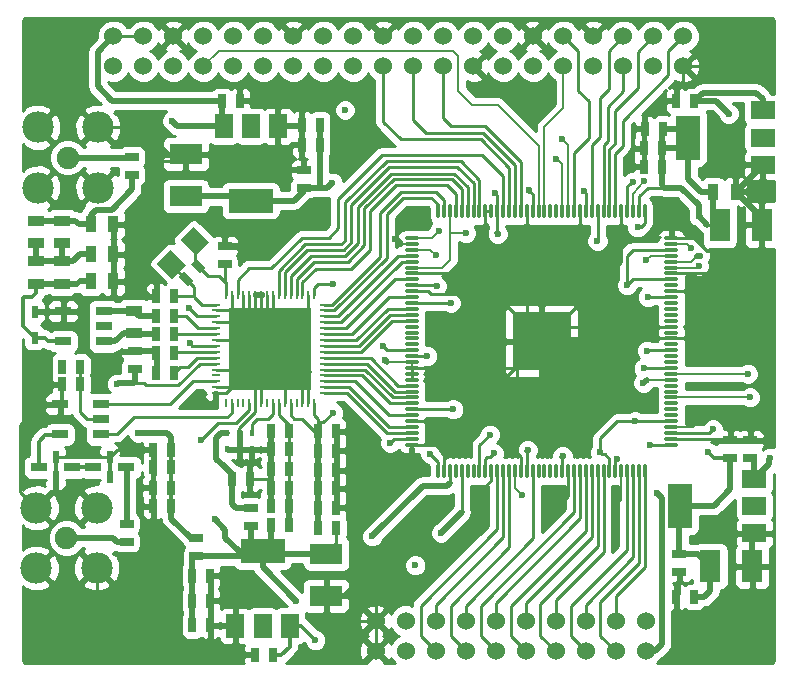
<source format=gtl>
G04 #@! TF.FileFunction,Copper,L1,Top,Signal*
%FSLAX46Y46*%
G04 Gerber Fmt 4.6, Leading zero omitted, Abs format (unit mm)*
G04 Created by KiCad (PCBNEW 4.0.6) date 10/22/17 14:56:47*
%MOMM*%
%LPD*%
G01*
G04 APERTURE LIST*
%ADD10C,0.100000*%
%ADD11C,0.500000*%
%ADD12O,1.200000X0.280000*%
%ADD13O,0.280000X1.200000*%
%ADD14C,4.000000*%
%ADD15R,5.000000X5.000000*%
%ADD16C,3.000000*%
%ADD17R,2.500000X2.500000*%
%ADD18R,0.800000X0.250000*%
%ADD19R,0.250000X0.800000*%
%ADD20R,7.000000X7.000000*%
%ADD21R,1.143000X0.635000*%
%ADD22R,0.635000X1.143000*%
%ADD23R,1.778000X2.794000*%
%ADD24R,2.794000X1.778000*%
%ADD25R,0.889000X1.397000*%
%ADD26R,1.397000X0.889000*%
%ADD27C,1.524000*%
%ADD28R,0.599440X1.000760*%
%ADD29R,1.400000X0.800000*%
%ADD30R,0.600000X1.100000*%
%ADD31R,2.000000X1.500000*%
%ADD32R,2.000000X3.800000*%
%ADD33R,1.500000X2.000000*%
%ADD34R,3.800000X2.000000*%
%ADD35R,1.400000X0.760000*%
%ADD36R,0.425000X0.625000*%
%ADD37C,1.905000*%
%ADD38C,2.667000*%
%ADD39C,5.300000*%
%ADD40C,0.600000*%
%ADD41C,0.500000*%
%ADD42C,0.350000*%
%ADD43C,0.250000*%
%ADD44C,0.200000*%
%ADD45C,0.254000*%
G04 APERTURE END LIST*
D10*
D11*
X136120000Y-97560000D03*
X134620000Y-100560000D03*
X134620000Y-99060000D03*
X133120000Y-99060000D03*
X136120000Y-99060000D03*
X133120000Y-97560000D03*
X134620000Y-97560000D03*
D12*
X145620000Y-107810000D03*
X145620000Y-107310000D03*
X145620000Y-106810000D03*
X145620000Y-106310000D03*
X145620000Y-105810000D03*
X145620000Y-105310000D03*
X145620000Y-104810000D03*
X145620000Y-104310000D03*
X145620000Y-103810000D03*
X145620000Y-103310000D03*
X145620000Y-102810000D03*
X145620000Y-102310000D03*
X145620000Y-101810000D03*
X145620000Y-101310000D03*
X145620000Y-100810000D03*
X145620000Y-100310000D03*
X145620000Y-99810000D03*
X145620000Y-99310000D03*
X145620000Y-98810000D03*
X145620000Y-98310000D03*
X145620000Y-97810000D03*
X145620000Y-97310000D03*
X145620000Y-96810000D03*
X145620000Y-96310000D03*
X145620000Y-95810000D03*
X145620000Y-95310000D03*
X145620000Y-94810000D03*
X145620000Y-94310000D03*
X145620000Y-93810000D03*
X145620000Y-93310000D03*
X145620000Y-92810000D03*
X145620000Y-92310000D03*
X145620000Y-91810000D03*
X145620000Y-91310000D03*
X145620000Y-90810000D03*
X145620000Y-90310000D03*
D13*
X143370000Y-88060000D03*
X142870000Y-88060000D03*
X142370000Y-88060000D03*
X141870000Y-88060000D03*
X141370000Y-88060000D03*
X140870000Y-88060000D03*
X140370000Y-88060000D03*
X139870000Y-88060000D03*
X139370000Y-88060000D03*
X138870000Y-88060000D03*
X138370000Y-88060000D03*
X137870000Y-88060000D03*
X137370000Y-88060000D03*
X136870000Y-88060000D03*
X136370000Y-88060000D03*
X135870000Y-88060000D03*
X135370000Y-88060000D03*
X134870000Y-88060000D03*
X134370000Y-88060000D03*
X133870000Y-88060000D03*
X133370000Y-88060000D03*
X132870000Y-88060000D03*
X132370000Y-88060000D03*
X131870000Y-88060000D03*
X131370000Y-88060000D03*
X130870000Y-88060000D03*
X130370000Y-88060000D03*
X129870000Y-88060000D03*
X129370000Y-88060000D03*
X128870000Y-88060000D03*
X128370000Y-88060000D03*
X127870000Y-88060000D03*
X127370000Y-88060000D03*
X126870000Y-88060000D03*
X126370000Y-88060000D03*
X125870000Y-88060000D03*
D12*
X123620000Y-90310000D03*
X123620000Y-90810000D03*
X123620000Y-91310000D03*
X123620000Y-91810000D03*
X123620000Y-92310000D03*
X123620000Y-92810000D03*
X123620000Y-93310000D03*
X123620000Y-93810000D03*
X123620000Y-94310000D03*
X123620000Y-94810000D03*
X123620000Y-95310000D03*
X123620000Y-95810000D03*
X123620000Y-96310000D03*
X123620000Y-96810000D03*
X123620000Y-97310000D03*
X123620000Y-97810000D03*
X123620000Y-98310000D03*
X123620000Y-98810000D03*
X123620000Y-99310000D03*
X123620000Y-99810000D03*
X123620000Y-100310000D03*
X123620000Y-100810000D03*
X123620000Y-101310000D03*
X123620000Y-101810000D03*
X123620000Y-102310000D03*
X123620000Y-102810000D03*
X123620000Y-103310000D03*
X123620000Y-103810000D03*
X123620000Y-104310000D03*
X123620000Y-104810000D03*
X123620000Y-105310000D03*
X123620000Y-105810000D03*
X123620000Y-106310000D03*
X123620000Y-106810000D03*
X123620000Y-107310000D03*
X123620000Y-107810000D03*
D13*
X125870000Y-110060000D03*
X126370000Y-110060000D03*
X126870000Y-110060000D03*
X127370000Y-110060000D03*
X127870000Y-110060000D03*
X128370000Y-110060000D03*
X128870000Y-110060000D03*
X129370000Y-110060000D03*
X129870000Y-110060000D03*
X130370000Y-110060000D03*
X130870000Y-110060000D03*
X131370000Y-110060000D03*
X131870000Y-110060000D03*
X132370000Y-110060000D03*
X132870000Y-110060000D03*
X133370000Y-110060000D03*
X133870000Y-110060000D03*
X134370000Y-110060000D03*
X134870000Y-110060000D03*
X135370000Y-110060000D03*
X135870000Y-110060000D03*
X136370000Y-110060000D03*
X136870000Y-110060000D03*
X137370000Y-110060000D03*
X137870000Y-110060000D03*
X138370000Y-110060000D03*
X138870000Y-110060000D03*
X139370000Y-110060000D03*
X139870000Y-110060000D03*
X140370000Y-110060000D03*
X140870000Y-110060000D03*
X141370000Y-110060000D03*
X141870000Y-110060000D03*
X142370000Y-110060000D03*
X142870000Y-110060000D03*
X143370000Y-110060000D03*
D14*
X136720000Y-101160000D03*
D15*
X134620000Y-99060000D03*
D11*
X133120000Y-100560000D03*
D16*
X113633000Y-101695000D03*
D11*
X108633000Y-102695000D03*
X110133000Y-102695000D03*
X108633000Y-101195000D03*
X110133000Y-101195000D03*
X108633000Y-96695000D03*
X108633000Y-98195000D03*
X114633000Y-98195000D03*
X114633000Y-96695000D03*
X113133000Y-96695000D03*
X113133000Y-98195000D03*
X110133000Y-98195000D03*
X110133000Y-96695000D03*
X111633000Y-96695000D03*
X111633000Y-98195000D03*
X111633000Y-102695000D03*
X111633000Y-101195000D03*
X114633000Y-99695000D03*
X113133000Y-99695000D03*
X108633000Y-99695000D03*
X110133000Y-99695000D03*
D17*
X109883000Y-101445000D03*
X109883000Y-97945000D03*
X113383000Y-97945000D03*
D18*
X116233000Y-103445000D03*
X116233000Y-102945000D03*
X116233000Y-102445000D03*
X116233000Y-101945000D03*
X116233000Y-101445000D03*
X116233000Y-100945000D03*
X116233000Y-100445000D03*
X116233000Y-99945000D03*
X116233000Y-99445000D03*
X116233000Y-98945000D03*
X116233000Y-98445000D03*
X116233000Y-97945000D03*
X116233000Y-97445000D03*
X116233000Y-96945000D03*
X116233000Y-96445000D03*
X116233000Y-95945000D03*
D19*
X115383000Y-95095000D03*
X114883000Y-95095000D03*
X114383000Y-95095000D03*
X113883000Y-95095000D03*
X113383000Y-95095000D03*
X112883000Y-95095000D03*
X112383000Y-95095000D03*
X111883000Y-95095000D03*
X111383000Y-95095000D03*
X110883000Y-95095000D03*
X110383000Y-95095000D03*
X109883000Y-95095000D03*
X109383000Y-95095000D03*
X108883000Y-95095000D03*
X108383000Y-95095000D03*
X107883000Y-95095000D03*
D18*
X107033000Y-95945000D03*
X107033000Y-96445000D03*
X107033000Y-96945000D03*
X107033000Y-97445000D03*
X107033000Y-97945000D03*
X107033000Y-98445000D03*
X107033000Y-98945000D03*
X107033000Y-99445000D03*
X107033000Y-99945000D03*
X107033000Y-100445000D03*
X107033000Y-100945000D03*
X107033000Y-101445000D03*
X107033000Y-101945000D03*
X107033000Y-102445000D03*
X107033000Y-102945000D03*
X107033000Y-103445000D03*
D19*
X107883000Y-104295000D03*
X108383000Y-104295000D03*
X108883000Y-104295000D03*
X109383000Y-104295000D03*
X109883000Y-104295000D03*
X110383000Y-104295000D03*
X110883000Y-104295000D03*
X111383000Y-104295000D03*
X111883000Y-104295000D03*
X112383000Y-104295000D03*
X112883000Y-104295000D03*
X113383000Y-104295000D03*
X113883000Y-104295000D03*
X114383000Y-104295000D03*
X114883000Y-104295000D03*
X115383000Y-104295000D03*
D20*
X111633000Y-99695000D03*
D17*
X113383000Y-101445000D03*
D11*
X111633000Y-99695000D03*
D21*
X152300000Y-108962000D03*
X152300000Y-107438000D03*
D22*
X111862000Y-125600000D03*
X110338000Y-125600000D03*
X107538000Y-78700000D03*
X109062000Y-78700000D03*
X147562000Y-120700000D03*
X146038000Y-120700000D03*
X105038000Y-118900000D03*
X106562000Y-118900000D03*
D21*
X114500000Y-86062000D03*
X114500000Y-84538000D03*
X150600000Y-108962000D03*
X150600000Y-107438000D03*
D22*
X105038000Y-121000000D03*
X106562000Y-121000000D03*
X115862000Y-80700000D03*
X114338000Y-80700000D03*
D21*
X146300000Y-117038000D03*
X146300000Y-118562000D03*
D22*
X105038000Y-123100000D03*
X106562000Y-123100000D03*
X115862000Y-82400000D03*
X114338000Y-82400000D03*
D23*
X148922000Y-118100000D03*
X152478000Y-118100000D03*
D24*
X116400000Y-117022000D03*
X116400000Y-120578000D03*
X104500000Y-86778000D03*
X104500000Y-83222000D03*
D22*
X147562000Y-78700000D03*
X146038000Y-78700000D03*
X144902000Y-81060000D03*
X143378000Y-81060000D03*
X144842000Y-84260000D03*
X143318000Y-84260000D03*
X144822000Y-82690000D03*
X143298000Y-82690000D03*
D23*
X149722000Y-89200000D03*
X153278000Y-89200000D03*
D21*
X99949000Y-84963000D03*
X99949000Y-83439000D03*
X99490000Y-114498000D03*
X99490000Y-116022000D03*
D25*
X96456500Y-89154000D03*
X98361500Y-89154000D03*
D26*
X91821000Y-90741500D03*
X91821000Y-88836500D03*
D25*
X96456500Y-91694000D03*
X98361500Y-91694000D03*
D26*
X91821000Y-94170500D03*
X91821000Y-92265500D03*
D25*
X96456500Y-93980000D03*
X98361500Y-93980000D03*
D10*
G36*
X103347762Y-93759031D02*
X102074969Y-92486238D01*
X103206340Y-91354867D01*
X104479133Y-92627660D01*
X103347762Y-93759031D01*
X103347762Y-93759031D01*
G37*
G36*
X105327660Y-91779133D02*
X104054867Y-90506340D01*
X105186238Y-89374969D01*
X106459031Y-90647762D01*
X105327660Y-91779133D01*
X105327660Y-91779133D01*
G37*
D22*
X101981000Y-101727000D03*
X103505000Y-101727000D03*
D10*
G36*
X104669790Y-94385433D02*
X103861567Y-93577210D01*
X104310580Y-93128197D01*
X105118803Y-93936420D01*
X104669790Y-94385433D01*
X104669790Y-94385433D01*
G37*
G36*
X105747420Y-93307803D02*
X104939197Y-92499580D01*
X105388210Y-92050567D01*
X106196433Y-92858790D01*
X105747420Y-93307803D01*
X105747420Y-93307803D01*
G37*
D21*
X107790000Y-90998000D03*
X107790000Y-92522000D03*
D22*
X101981000Y-95250000D03*
X103505000Y-95250000D03*
D26*
X100076000Y-98361500D03*
X100076000Y-96456500D03*
D22*
X95562000Y-102700000D03*
X94038000Y-102700000D03*
X103505000Y-98425000D03*
X101981000Y-98425000D03*
X103505000Y-96901000D03*
X101981000Y-96901000D03*
X115697000Y-106680000D03*
X117221000Y-106680000D03*
X113201000Y-111506000D03*
X111677000Y-111506000D03*
X103292000Y-108220000D03*
X101768000Y-108220000D03*
X115697000Y-108331000D03*
X117221000Y-108331000D03*
X113201000Y-109855000D03*
X111677000Y-109855000D03*
X103292000Y-109710000D03*
X101768000Y-109710000D03*
X115697000Y-109982000D03*
X117221000Y-109982000D03*
X113201000Y-108204000D03*
X111677000Y-108204000D03*
D21*
X100170000Y-101402000D03*
X100170000Y-99878000D03*
D22*
X115697000Y-111506000D03*
X117221000Y-111506000D03*
X113201000Y-106680000D03*
X111677000Y-106680000D03*
X103212000Y-111460000D03*
X101688000Y-111460000D03*
X115697000Y-113157000D03*
X117221000Y-113157000D03*
X113201000Y-113030000D03*
X111677000Y-113030000D03*
X103252000Y-113000000D03*
X101728000Y-113000000D03*
X109938000Y-110671000D03*
X108414000Y-110671000D03*
D27*
X143430000Y-122730000D03*
X143430000Y-125270000D03*
X140890000Y-122730000D03*
X140890000Y-125270000D03*
X138350000Y-122730000D03*
X138350000Y-125270000D03*
X135810000Y-122730000D03*
X135810000Y-125270000D03*
X133270000Y-122730000D03*
X133270000Y-125270000D03*
X130730000Y-122730000D03*
X130730000Y-125270000D03*
X128190000Y-122730000D03*
X128190000Y-125270000D03*
X125650000Y-122730000D03*
X125650000Y-125270000D03*
X123110000Y-122730000D03*
X123110000Y-125270000D03*
X120570000Y-122730000D03*
X120570000Y-125270000D03*
D28*
X91694000Y-96563180D03*
X91694000Y-98762820D03*
D29*
X99469063Y-109727937D03*
D30*
X98044063Y-108877937D03*
X98044063Y-110577938D03*
D29*
X96619062Y-109727937D03*
X94897063Y-109727937D03*
D30*
X93472063Y-108877937D03*
X93472063Y-110577938D03*
D29*
X92047062Y-109727937D03*
D22*
X94038000Y-101200000D03*
X95562000Y-101200000D03*
X115738000Y-114900000D03*
X117262000Y-114900000D03*
X113262000Y-114600000D03*
X111738000Y-114600000D03*
D21*
X105400000Y-115738000D03*
X105400000Y-117262000D03*
X110000000Y-113138000D03*
X110000000Y-114662000D03*
D31*
X152650063Y-115300063D03*
X152650063Y-113000063D03*
X152650063Y-110700062D03*
D32*
X146350062Y-113000063D03*
D33*
X108699937Y-123150063D03*
X110999937Y-123150063D03*
X113299938Y-123150063D03*
D34*
X110999937Y-116850062D03*
D33*
X112300063Y-80849937D03*
X110000063Y-80849937D03*
X107700062Y-80849937D03*
D34*
X110000063Y-87149938D03*
D31*
X153350063Y-84100063D03*
X153350063Y-81800063D03*
X153350063Y-79500062D03*
D32*
X147050062Y-81800063D03*
D26*
X94000000Y-88847500D03*
X94000000Y-90752500D03*
X93980000Y-92265500D03*
X93980000Y-94170500D03*
D25*
X151052500Y-86400000D03*
X149147500Y-86400000D03*
D22*
X103505000Y-100076000D03*
X101981000Y-100076000D03*
D35*
X93853000Y-104394000D03*
X93853000Y-106934000D03*
X97283000Y-106934000D03*
X97283000Y-105664000D03*
X97283000Y-104394000D03*
X94107000Y-96520000D03*
X94107000Y-99060000D03*
X97537000Y-99060000D03*
X97537000Y-97790000D03*
X97537000Y-96520000D03*
D36*
X108000000Y-108200000D03*
X109040000Y-108200000D03*
X110080000Y-108200000D03*
X110080000Y-106800000D03*
X109040000Y-106800000D03*
X108000000Y-106800000D03*
D37*
X94500000Y-83500000D03*
D38*
X97049900Y-86049900D03*
X91950100Y-86049900D03*
X91950100Y-80950100D03*
X97049900Y-80950100D03*
D37*
X94400000Y-115700000D03*
D38*
X96949900Y-118249900D03*
X91850100Y-118249900D03*
X91850100Y-113150100D03*
X96949900Y-113150100D03*
D39*
X93500000Y-74500000D03*
X93500000Y-123500000D03*
X151500000Y-74500000D03*
X151500000Y-123500000D03*
D27*
X98370000Y-75770000D03*
X98370000Y-73230000D03*
X100910000Y-75770000D03*
X100910000Y-73230000D03*
X103450000Y-75770000D03*
X103450000Y-73230000D03*
X105990000Y-75770000D03*
X105990000Y-73230000D03*
X108530000Y-75770000D03*
X108530000Y-73230000D03*
X111070000Y-75770000D03*
X111070000Y-73230000D03*
X113610000Y-75770000D03*
X113610000Y-73230000D03*
X116150000Y-75770000D03*
X116150000Y-73230000D03*
X118690000Y-75770000D03*
X118690000Y-73230000D03*
X121230000Y-75770000D03*
X121230000Y-73230000D03*
X123770000Y-75770000D03*
X123770000Y-73230000D03*
X126310000Y-75770000D03*
X126310000Y-73230000D03*
X128850000Y-75770000D03*
X128850000Y-73230000D03*
X131390000Y-75770000D03*
X131390000Y-73230000D03*
X133930000Y-75770000D03*
X133930000Y-73230000D03*
X136470000Y-75770000D03*
X136470000Y-73230000D03*
X139010000Y-75770000D03*
X139010000Y-73230000D03*
X141550000Y-75770000D03*
X141550000Y-73230000D03*
X144090000Y-75770000D03*
X144090000Y-73230000D03*
X146630000Y-75770000D03*
X146630000Y-73230000D03*
D40*
X154000000Y-108910000D03*
X103340000Y-80390000D03*
X115480000Y-124360000D03*
X140462000Y-92202000D03*
X121390000Y-100650000D03*
X122230000Y-90380000D03*
X147750000Y-95840000D03*
X140920000Y-112890000D03*
X109320000Y-91060000D03*
X125470000Y-112460000D03*
X152340000Y-105310000D03*
X119080000Y-110650000D03*
X147860000Y-98790000D03*
X136210000Y-112810000D03*
X129850000Y-112880000D03*
X148710000Y-108430000D03*
X150460000Y-79770000D03*
X113870000Y-121070000D03*
X106950000Y-114110000D03*
X123930000Y-118020000D03*
X132930000Y-112050000D03*
X144430000Y-111940000D03*
X116920000Y-85620000D03*
X143560000Y-99840000D03*
X143620000Y-95320000D03*
X138210000Y-86340000D03*
X130910000Y-89980000D03*
X130670000Y-86470000D03*
X133550000Y-86280000D03*
X142330000Y-85570000D03*
X141050000Y-108980000D03*
X136400000Y-108800000D03*
X130580000Y-108550000D03*
X124960000Y-100300000D03*
X125770000Y-94390000D03*
X128230000Y-89900000D03*
X147940000Y-88470000D03*
X141860000Y-94310000D03*
X139590000Y-108450000D03*
X130250000Y-106950000D03*
X142550000Y-105810000D03*
X133450000Y-108270000D03*
X127140000Y-104810000D03*
X126950000Y-95820000D03*
X139360000Y-90550000D03*
X142748000Y-89408000D03*
X147270000Y-91170000D03*
X125660000Y-91760000D03*
X121810000Y-107670000D03*
X125170000Y-108590000D03*
X149150000Y-106500000D03*
X143780000Y-107810000D03*
X125940000Y-89720000D03*
X126120000Y-115270000D03*
X143490000Y-92180000D03*
X143330000Y-85460000D03*
X143250000Y-102570000D03*
X147920000Y-92660000D03*
X135880000Y-83580000D03*
X136320000Y-81920000D03*
X148000000Y-91790000D03*
X152090000Y-101810000D03*
X143280000Y-101340000D03*
X120290000Y-115570000D03*
X105790000Y-107410000D03*
X117990000Y-79460000D03*
X121220000Y-99430000D03*
X152270000Y-103800000D03*
X116970000Y-105090000D03*
X116960000Y-94220000D03*
X104820000Y-99240000D03*
X104750000Y-96240000D03*
X98650000Y-102660000D03*
X100480000Y-106790000D03*
D41*
X153920000Y-109430125D02*
X152650063Y-110700062D01*
X153920000Y-108990000D02*
X153920000Y-109430125D01*
X154000000Y-108910000D02*
X153920000Y-108990000D01*
X107700062Y-80849937D02*
X103799937Y-80849937D01*
X103799937Y-80849937D02*
X103340000Y-80390000D01*
D42*
X114270063Y-123150063D02*
X113299938Y-123150063D01*
X115480000Y-124360000D02*
X114270063Y-123150063D01*
D41*
X107538000Y-78700000D02*
X98258000Y-78700000D01*
X97028000Y-74572000D02*
X98370000Y-73230000D01*
X97028000Y-77470000D02*
X97028000Y-74572000D01*
X98258000Y-78700000D02*
X97028000Y-77470000D01*
D43*
X98370000Y-73230000D02*
X100910000Y-73230000D01*
D41*
X107538000Y-78700000D02*
X107538000Y-80687875D01*
D43*
X107538000Y-80687875D02*
X107700062Y-80849937D01*
D41*
X152650063Y-110700062D02*
X152650063Y-109312063D01*
D43*
X152650063Y-109312063D02*
X152300000Y-108962000D01*
D42*
X111862000Y-125600000D02*
X112600000Y-125600000D01*
X113299938Y-124900062D02*
X113299938Y-123150063D01*
X112600000Y-125600000D02*
X113299938Y-124900062D01*
D44*
X140462000Y-92202000D02*
X140540000Y-92124000D01*
X140540000Y-92124000D02*
X140540000Y-92060000D01*
D43*
X111677000Y-109855000D02*
X111677000Y-108204000D01*
X109938000Y-110671000D02*
X111511000Y-110671000D01*
X111511000Y-110671000D02*
X111677000Y-110837000D01*
X111677000Y-111506000D02*
X111677000Y-110837000D01*
X111677000Y-110837000D02*
X111677000Y-109855000D01*
X111677000Y-113030000D02*
X111677000Y-111506000D01*
D44*
X123620000Y-100810000D02*
X121550000Y-100810000D01*
D41*
X121550000Y-100810000D02*
X121390000Y-100650000D01*
D44*
X123620000Y-90810000D02*
X122730000Y-90810000D01*
D41*
X122730000Y-90810000D02*
X122300000Y-90380000D01*
X122300000Y-90380000D02*
X122230000Y-90380000D01*
X147750000Y-95840000D02*
X147780000Y-95810000D01*
X147780000Y-95810000D02*
X147780000Y-94810000D01*
D44*
X145620000Y-106310000D02*
X147440000Y-106310000D01*
X150600000Y-106090000D02*
X150600000Y-107438000D01*
X150150000Y-105640000D02*
X150600000Y-106090000D01*
X148110000Y-105640000D02*
X150150000Y-105640000D01*
X147440000Y-106310000D02*
X148110000Y-105640000D01*
X123620000Y-101310000D02*
X123620000Y-100810000D01*
X132870000Y-100810000D02*
X134620000Y-99060000D01*
D43*
X123620000Y-94810000D02*
X125000000Y-94810000D01*
X125280000Y-95090000D02*
X130460000Y-95090000D01*
X125000000Y-94810000D02*
X125280000Y-95090000D01*
D44*
X141370000Y-110060000D02*
X141370000Y-112530000D01*
X141010000Y-112890000D02*
X140920000Y-112890000D01*
X141370000Y-112530000D02*
X141010000Y-112890000D01*
D41*
X109320000Y-91060000D02*
X109258000Y-90998000D01*
X109258000Y-90998000D02*
X107790000Y-90998000D01*
X100170000Y-99878000D02*
X101783000Y-99878000D01*
D44*
X101783000Y-99878000D02*
X101981000Y-100076000D01*
D43*
X107033000Y-98945000D02*
X110883000Y-98945000D01*
X110883000Y-98945000D02*
X111633000Y-99695000D01*
X114883000Y-95095000D02*
X114883000Y-96445000D01*
X114883000Y-96445000D02*
X113383000Y-97945000D01*
X107033000Y-96445000D02*
X108383000Y-96445000D01*
X108383000Y-96445000D02*
X108633000Y-96695000D01*
X108383000Y-95095000D02*
X108383000Y-96445000D01*
X108383000Y-96445000D02*
X108633000Y-96695000D01*
X109383000Y-95095000D02*
X109383000Y-97445000D01*
X109383000Y-97445000D02*
X109883000Y-97945000D01*
X109883000Y-95095000D02*
X109883000Y-96445000D01*
X109883000Y-96445000D02*
X110133000Y-96695000D01*
X110383000Y-95095000D02*
X110383000Y-98445000D01*
X110383000Y-98445000D02*
X111633000Y-99695000D01*
X110883000Y-95095000D02*
X110883000Y-98945000D01*
X110883000Y-98945000D02*
X111633000Y-99695000D01*
X111383000Y-95095000D02*
X111383000Y-96445000D01*
X111383000Y-96445000D02*
X111633000Y-96695000D01*
X111883000Y-95095000D02*
X111883000Y-96445000D01*
X111883000Y-96445000D02*
X111633000Y-96695000D01*
X114883000Y-104295000D02*
X114883000Y-102945000D01*
X114883000Y-102945000D02*
X113633000Y-101695000D01*
X114383000Y-104295000D02*
X114383000Y-102445000D01*
X114383000Y-102445000D02*
X113633000Y-101695000D01*
X112883000Y-104295000D02*
X112883000Y-102445000D01*
X112883000Y-102445000D02*
X113633000Y-101695000D01*
X110883000Y-104295000D02*
X110883000Y-100445000D01*
X110883000Y-100445000D02*
X111633000Y-99695000D01*
X107033000Y-103445000D02*
X107883000Y-103445000D01*
X107883000Y-103445000D02*
X108633000Y-102695000D01*
X107033000Y-102945000D02*
X108383000Y-102945000D01*
X108383000Y-102945000D02*
X108633000Y-102695000D01*
X107033000Y-101445000D02*
X108383000Y-101445000D01*
X108383000Y-101445000D02*
X108633000Y-101195000D01*
X107033000Y-97445000D02*
X109383000Y-97445000D01*
X109383000Y-97445000D02*
X110133000Y-98195000D01*
X123620000Y-107810000D02*
X126170000Y-107810000D01*
X126170000Y-107810000D02*
X126370000Y-107610000D01*
X143298000Y-82690000D02*
X143298000Y-84240000D01*
X143298000Y-84240000D02*
X143318000Y-84260000D01*
X143378000Y-81060000D02*
X143378000Y-82610000D01*
X143378000Y-82610000D02*
X143298000Y-82690000D01*
X143378000Y-81060000D02*
X143378000Y-79962000D01*
X144640000Y-78700000D02*
X146038000Y-78700000D01*
X143378000Y-79962000D02*
X144640000Y-78700000D01*
X146630000Y-75770000D02*
X146630000Y-77010000D01*
X146038000Y-77602000D02*
X146038000Y-78700000D01*
X146630000Y-77010000D02*
X146038000Y-77602000D01*
X101688000Y-111460000D02*
X101688000Y-112960000D01*
X101688000Y-112960000D02*
X101728000Y-113000000D01*
X101768000Y-109710000D02*
X101768000Y-111380000D01*
X101768000Y-111380000D02*
X101688000Y-111460000D01*
X101768000Y-108220000D02*
X101768000Y-109710000D01*
X101768000Y-108220000D02*
X98702000Y-108220000D01*
X98702000Y-108220000D02*
X98044063Y-108877937D01*
X120570000Y-117360000D02*
X120570000Y-122730000D01*
X125470000Y-112460000D02*
X120570000Y-117360000D01*
X133930000Y-73230000D02*
X133930000Y-72770000D01*
X133930000Y-72770000D02*
X135040000Y-71660000D01*
X135040000Y-71660000D02*
X137440000Y-71660000D01*
X137440000Y-71660000D02*
X139010000Y-73230000D01*
X146630000Y-75770000D02*
X150230000Y-75770000D01*
X150230000Y-75770000D02*
X151500000Y-74500000D01*
X152650063Y-115300063D02*
X151329937Y-115300063D01*
X150620000Y-116010000D02*
X150620000Y-122620000D01*
X151329937Y-115300063D02*
X150620000Y-116010000D01*
X150620000Y-122620000D02*
X151500000Y-123500000D01*
X146038000Y-120700000D02*
X146038000Y-122298000D01*
X147240000Y-123500000D02*
X151500000Y-123500000D01*
X146038000Y-122298000D02*
X147240000Y-123500000D01*
X152478000Y-118100000D02*
X152478000Y-122522000D01*
X152478000Y-122522000D02*
X151500000Y-123500000D01*
X152340000Y-105310000D02*
X152300000Y-105350000D01*
X152300000Y-105350000D02*
X152300000Y-107438000D01*
X101981000Y-100076000D02*
X101981000Y-101727000D01*
X101981000Y-95250000D02*
X101470000Y-95250000D01*
X101470000Y-95250000D02*
X100200000Y-93980000D01*
X100200000Y-93980000D02*
X98361500Y-93980000D01*
X118412000Y-109982000D02*
X117221000Y-109982000D01*
X119080000Y-110650000D02*
X118412000Y-109982000D01*
X116400000Y-120578000D02*
X117712000Y-120578000D01*
X117712000Y-120578000D02*
X119280000Y-119010000D01*
X118647000Y-113157000D02*
X117221000Y-113157000D01*
X119280000Y-113790000D02*
X118647000Y-113157000D01*
X119280000Y-119010000D02*
X119280000Y-113790000D01*
X93853000Y-104394000D02*
X92266000Y-104394000D01*
X90500000Y-111800000D02*
X91850100Y-113150100D01*
X90500000Y-106160000D02*
X90500000Y-111800000D01*
X92266000Y-104394000D02*
X90500000Y-106160000D01*
X98044063Y-108877937D02*
X98044063Y-110577938D01*
X93472063Y-108877937D02*
X93472063Y-110577938D01*
X93472063Y-110577938D02*
X93472063Y-111528137D01*
X93472063Y-111528137D02*
X91850100Y-113150100D01*
X96949900Y-118249900D02*
X96949900Y-120819900D01*
X96949900Y-120819900D02*
X101520000Y-125390000D01*
X101520000Y-125390000D02*
X106200000Y-125390000D01*
X106200000Y-125390000D02*
X106562000Y-125028000D01*
X106562000Y-125028000D02*
X106562000Y-123100000D01*
X145620000Y-98810000D02*
X147840000Y-98810000D01*
D41*
X147840000Y-98810000D02*
X147860000Y-98790000D01*
D43*
X104500000Y-83222000D02*
X111378000Y-83222000D01*
X112300063Y-82299937D02*
X112300063Y-80849937D01*
X111378000Y-83222000D02*
X112300063Y-82299937D01*
X104500000Y-83222000D02*
X103092000Y-83222000D01*
X100820100Y-80950100D02*
X97049900Y-80950100D01*
X103092000Y-83222000D02*
X100820100Y-80950100D01*
X98361500Y-89154000D02*
X99856000Y-89154000D01*
X102580000Y-83750000D02*
X103972000Y-83750000D01*
X102130000Y-84200000D02*
X102580000Y-83750000D01*
X102130000Y-85450000D02*
X102130000Y-84200000D01*
X100990000Y-86590000D02*
X102130000Y-85450000D01*
X100990000Y-88020000D02*
X100990000Y-86590000D01*
X99856000Y-89154000D02*
X100340000Y-88670000D01*
X100340000Y-88670000D02*
X100990000Y-88020000D01*
X103972000Y-83750000D02*
X104500000Y-83222000D01*
X129870000Y-88060000D02*
X129870000Y-90510000D01*
X129870000Y-90510000D02*
X129870000Y-94310000D01*
X129870000Y-94310000D02*
X134620000Y-99060000D01*
X129870000Y-88060000D02*
X130370000Y-88060000D01*
X133370000Y-88060000D02*
X133370000Y-97810000D01*
X133370000Y-97810000D02*
X134620000Y-99060000D01*
X137870000Y-88060000D02*
X137870000Y-95810000D01*
X137870000Y-95810000D02*
X134620000Y-99060000D01*
X141370000Y-88060000D02*
X141370000Y-92310000D01*
X141370000Y-92310000D02*
X134620000Y-99060000D01*
X145620000Y-97810000D02*
X135870000Y-97810000D01*
X135870000Y-97810000D02*
X134620000Y-99060000D01*
X145620000Y-98810000D02*
X134870000Y-98810000D01*
X134870000Y-98810000D02*
X134620000Y-99060000D01*
X136870000Y-110060000D02*
X136870000Y-112150000D01*
X136870000Y-112150000D02*
X136210000Y-112810000D01*
X132870000Y-110060000D02*
X132870000Y-108850000D01*
X132530000Y-108510000D02*
X132530000Y-101150000D01*
X132870000Y-108850000D02*
X132530000Y-108510000D01*
X132530000Y-101150000D02*
X134620000Y-99060000D01*
X130370000Y-110060000D02*
X130370000Y-110830000D01*
X129850000Y-111350000D02*
X129850000Y-112880000D01*
X130370000Y-110830000D02*
X129850000Y-111350000D01*
X126370000Y-110060000D02*
X126370000Y-107610000D01*
X126370000Y-107610000D02*
X126370000Y-105950000D01*
X126370000Y-105950000D02*
X126230000Y-105810000D01*
X123620000Y-105810000D02*
X126230000Y-105810000D01*
X126230000Y-105810000D02*
X127870000Y-105810000D01*
X127870000Y-105810000D02*
X134620000Y-99060000D01*
X123620000Y-93310000D02*
X128870000Y-93310000D01*
X128870000Y-93310000D02*
X134620000Y-99060000D01*
X123620000Y-101310000D02*
X132370000Y-101310000D01*
X132370000Y-101310000D02*
X134620000Y-99060000D01*
X123620000Y-101810000D02*
X123620000Y-101310000D01*
X123620000Y-102310000D02*
X123620000Y-101810000D01*
X145620000Y-90310000D02*
X147530000Y-90310000D01*
X148620000Y-91400000D02*
X153278000Y-91400000D01*
X147530000Y-90310000D02*
X148620000Y-91400000D01*
X145620000Y-93310000D02*
X152580000Y-93310000D01*
X152600000Y-93290000D02*
X152600000Y-93310000D01*
X152580000Y-93310000D02*
X152600000Y-93290000D01*
X145620000Y-94810000D02*
X147780000Y-94810000D01*
X153278000Y-92632000D02*
X153278000Y-91400000D01*
X153278000Y-91400000D02*
X153278000Y-89200000D01*
X152600000Y-93310000D02*
X153278000Y-92632000D01*
X145620000Y-107310000D02*
X150472000Y-107310000D01*
X150472000Y-107310000D02*
X150600000Y-107438000D01*
X120570000Y-125270000D02*
X120570000Y-122730000D01*
X114338000Y-82400000D02*
X114338000Y-84376000D01*
X114338000Y-84376000D02*
X114500000Y-84538000D01*
X114338000Y-80700000D02*
X114338000Y-82400000D01*
D41*
X112300063Y-80849937D02*
X114188063Y-80849937D01*
D43*
X114188063Y-80849937D02*
X114338000Y-80700000D01*
X109062000Y-78700000D02*
X112200000Y-78700000D01*
X112400000Y-78900000D02*
X112400000Y-80750000D01*
X112200000Y-78700000D02*
X112400000Y-78900000D01*
X112400000Y-80750000D02*
X112300063Y-80849937D01*
X150600000Y-107438000D02*
X152300000Y-107438000D01*
X151052500Y-86400000D02*
X151052500Y-86397626D01*
D41*
X151052500Y-86397626D02*
X153350063Y-84100063D01*
D43*
X153350063Y-84100063D02*
X153350063Y-89127937D01*
X153350063Y-89127937D02*
X153278000Y-89200000D01*
X153278000Y-89200000D02*
X153278000Y-88625500D01*
D41*
X153278000Y-88625500D02*
X151052500Y-86400000D01*
X152478000Y-118100000D02*
X152478000Y-115472126D01*
D43*
X152478000Y-115472126D02*
X152650063Y-115300063D01*
X146300000Y-118562000D02*
X146300000Y-120438000D01*
X146300000Y-120438000D02*
X146038000Y-120700000D01*
X110383000Y-104295000D02*
X110383000Y-101945000D01*
X110383000Y-101945000D02*
X109883000Y-101445000D01*
X110080000Y-108200000D02*
X110080000Y-109020000D01*
X109938000Y-109162000D02*
X109938000Y-110671000D01*
X110080000Y-109020000D02*
X109938000Y-109162000D01*
X110383000Y-104295000D02*
X110383000Y-105017000D01*
X109040000Y-106360000D02*
X109040000Y-106800000D01*
X110383000Y-105017000D02*
X109040000Y-106360000D01*
X109040000Y-108200000D02*
X109040000Y-106800000D01*
X108000000Y-108200000D02*
X109040000Y-108200000D01*
X110080000Y-108200000D02*
X109040000Y-108200000D01*
X93472063Y-108877937D02*
X98044063Y-108877937D01*
X120570000Y-122730000D02*
X116930000Y-122730000D01*
X116400000Y-122200000D02*
X116400000Y-120578000D01*
X116930000Y-122730000D02*
X116400000Y-122200000D01*
X110338000Y-125600000D02*
X109400000Y-125600000D01*
X108699937Y-124899937D02*
X108699937Y-123150063D01*
X109400000Y-125600000D02*
X108699937Y-124899937D01*
X106562000Y-123100000D02*
X108649874Y-123100000D01*
X108649874Y-123100000D02*
X108699937Y-123150063D01*
X106562000Y-121000000D02*
X106562000Y-123100000D01*
X106562000Y-118900000D02*
X106562000Y-121000000D01*
D42*
X94038000Y-102700000D02*
X94038000Y-104209000D01*
D43*
X94038000Y-104209000D02*
X93853000Y-104394000D01*
X94107000Y-96520000D02*
X94107000Y-95893000D01*
X98400000Y-95100000D02*
X98400000Y-94018500D01*
X98200000Y-95300000D02*
X98400000Y-95100000D01*
X94700000Y-95300000D02*
X98200000Y-95300000D01*
X94107000Y-95893000D02*
X94700000Y-95300000D01*
X98400000Y-94018500D02*
X98361500Y-93980000D01*
X91694000Y-96563180D02*
X94063820Y-96563180D01*
X94063820Y-96563180D02*
X94107000Y-96520000D01*
X98361500Y-91694000D02*
X98361500Y-93980000D01*
X98361500Y-89154000D02*
X98361500Y-91694000D01*
X117221000Y-108331000D02*
X117221000Y-106680000D01*
X117221000Y-109982000D02*
X117221000Y-108331000D01*
X117221000Y-111506000D02*
X117221000Y-109982000D01*
X117221000Y-113157000D02*
X117221000Y-111506000D01*
D41*
X146300000Y-117038000D02*
X147860000Y-117038000D01*
X147860000Y-117038000D02*
X148922000Y-118100000D01*
D42*
X149242000Y-108962000D02*
X150600000Y-108962000D01*
X148710000Y-108430000D02*
X149242000Y-108962000D01*
D41*
X146300000Y-117038000D02*
X146300000Y-113050125D01*
D43*
X146300000Y-113050125D02*
X146350062Y-113000063D01*
D41*
X146350062Y-113000063D02*
X149199937Y-113000063D01*
X149199937Y-113000063D02*
X150600000Y-111600000D01*
X150600000Y-111600000D02*
X150600000Y-108962000D01*
X147562000Y-120700000D02*
X148400000Y-120700000D01*
X148400000Y-120700000D02*
X148922000Y-120178000D01*
X148922000Y-120178000D02*
X148922000Y-118100000D01*
X110999937Y-116850062D02*
X110999937Y-118199937D01*
X110999937Y-118199937D02*
X113870000Y-121070000D01*
X149390000Y-78700000D02*
X147562000Y-78700000D01*
X149390000Y-78700000D02*
X150460000Y-79770000D01*
X106950000Y-114110000D02*
X107860000Y-115020000D01*
X107860000Y-115020000D02*
X107860000Y-115710000D01*
X107860000Y-115710000D02*
X109000062Y-116850062D01*
X109000062Y-116850062D02*
X110999937Y-116850062D01*
D43*
X110999937Y-116850062D02*
X109760062Y-116850062D01*
D41*
X153350063Y-79500062D02*
X153350063Y-78550063D01*
X153350063Y-78550063D02*
X152800000Y-78000000D01*
X152800000Y-78000000D02*
X148262000Y-78000000D01*
X148262000Y-78000000D02*
X147562000Y-78700000D01*
D43*
X117262000Y-114900000D02*
X117262000Y-116160000D01*
X117262000Y-116160000D02*
X116400000Y-117022000D01*
D41*
X111738000Y-114600000D02*
X111738000Y-116111999D01*
D43*
X111738000Y-116111999D02*
X110999937Y-116850062D01*
D41*
X110000000Y-114662000D02*
X110000000Y-115850125D01*
D43*
X110000000Y-115850125D02*
X110999937Y-116850062D01*
D41*
X116400000Y-117022000D02*
X111171875Y-117022000D01*
D43*
X111171875Y-117022000D02*
X110999937Y-116850062D01*
X111249999Y-116600000D02*
X110999937Y-116850062D01*
D41*
X105400000Y-117262000D02*
X110587999Y-117262000D01*
D43*
X110587999Y-117262000D02*
X110999937Y-116850062D01*
D41*
X105038000Y-118900000D02*
X105038000Y-117624000D01*
D43*
X105038000Y-117624000D02*
X105400000Y-117262000D01*
D41*
X105038000Y-121000000D02*
X105038000Y-118900000D01*
X105038000Y-123100000D02*
X105038000Y-121000000D01*
D44*
X132370000Y-110060000D02*
X132370000Y-111490000D01*
X132370000Y-111490000D02*
X132930000Y-112050000D01*
D41*
X143430000Y-125270000D02*
X144230000Y-125270000D01*
X144230000Y-125270000D02*
X144800000Y-124700000D01*
X144800000Y-124700000D02*
X144800000Y-112310000D01*
X144800000Y-112310000D02*
X144430000Y-111940000D01*
X114500000Y-86062000D02*
X116478000Y-86062000D01*
X116478000Y-86062000D02*
X116920000Y-85620000D01*
D43*
X143590000Y-99810000D02*
X145620000Y-99810000D01*
X143560000Y-99840000D02*
X143590000Y-99810000D01*
X143630000Y-95310000D02*
X145620000Y-95310000D01*
X143620000Y-95320000D02*
X143630000Y-95310000D01*
D41*
X115862000Y-80700000D02*
X115862000Y-82400000D01*
D43*
X138370000Y-88060000D02*
X138370000Y-86500000D01*
X138370000Y-86500000D02*
X138210000Y-86340000D01*
X130870000Y-88060000D02*
X130870000Y-89890000D01*
D41*
X130870000Y-89890000D02*
X130910000Y-89930000D01*
X130910000Y-89930000D02*
X130910000Y-89980000D01*
D43*
X130870000Y-88060000D02*
X130870000Y-86670000D01*
X130870000Y-86670000D02*
X130670000Y-86470000D01*
X133870000Y-88060000D02*
X133870000Y-86610000D01*
X133870000Y-86610000D02*
X133550000Y-86290000D01*
D41*
X133550000Y-86290000D02*
X133550000Y-86280000D01*
D43*
X141870000Y-88060000D02*
X141870000Y-85920000D01*
X142390000Y-85570000D02*
X142330000Y-85570000D01*
X141870000Y-85920000D02*
X142390000Y-85570000D01*
X140870000Y-110060000D02*
X140870000Y-109140000D01*
X141030000Y-108980000D02*
X141050000Y-108980000D01*
X140870000Y-109140000D02*
X141030000Y-108980000D01*
D41*
X136400000Y-108800000D02*
X136370000Y-108830000D01*
D43*
X136370000Y-108830000D02*
X136370000Y-110060000D01*
X129870000Y-108990000D02*
X129870000Y-110060000D01*
X130580000Y-108550000D02*
X130270000Y-108860000D01*
X130270000Y-108860000D02*
X130000000Y-108860000D01*
X130000000Y-108860000D02*
X129870000Y-108990000D01*
X124950000Y-100310000D02*
X123620000Y-100310000D01*
X124960000Y-100300000D02*
X124950000Y-100310000D01*
X125690000Y-94310000D02*
X123620000Y-94310000D01*
X125770000Y-94390000D02*
X125690000Y-94310000D01*
D41*
X104500000Y-86778000D02*
X109628125Y-86778000D01*
D43*
X109628125Y-86778000D02*
X110000063Y-87149938D01*
X114500000Y-86062000D02*
X114500000Y-86300000D01*
D41*
X114500000Y-86300000D02*
X113650062Y-87149938D01*
X113650062Y-87149938D02*
X110000063Y-87149938D01*
X115862000Y-82400000D02*
X115862000Y-85838000D01*
D43*
X115862000Y-85838000D02*
X115638000Y-86062000D01*
X115638000Y-86062000D02*
X114500000Y-86062000D01*
D44*
X128230000Y-89900000D02*
X126870000Y-89900000D01*
X123620000Y-92810000D02*
X126210000Y-92810000D01*
X126870000Y-92150000D02*
X126870000Y-89900000D01*
X126870000Y-89900000D02*
X126870000Y-88060000D01*
X126210000Y-92810000D02*
X126870000Y-92150000D01*
D41*
X144842000Y-84260000D02*
X144842000Y-85852000D01*
D43*
X144842000Y-85852000D02*
X145030000Y-86040000D01*
D41*
X144842000Y-84260000D02*
X144842000Y-82710000D01*
D43*
X144842000Y-82710000D02*
X144822000Y-82690000D01*
D41*
X144822000Y-82690000D02*
X144822000Y-81140000D01*
D43*
X144822000Y-81140000D02*
X144902000Y-81060000D01*
D41*
X144822000Y-82690000D02*
X146160125Y-82690000D01*
D43*
X146160125Y-82690000D02*
X147050062Y-81800063D01*
D41*
X144902000Y-81060000D02*
X146309999Y-81060000D01*
D43*
X146309999Y-81060000D02*
X147050062Y-81800063D01*
X139590000Y-108450000D02*
X139590000Y-107260000D01*
X141040000Y-105810000D02*
X142550000Y-105810000D01*
X139590000Y-107260000D02*
X141040000Y-105810000D01*
X142870000Y-88060000D02*
X142870000Y-86790000D01*
X142870000Y-86790000D02*
X143620000Y-86040000D01*
X143620000Y-86040000D02*
X145030000Y-86040000D01*
D41*
X147940000Y-87540000D02*
X147940000Y-88470000D01*
X145030000Y-86040000D02*
X146440000Y-86040000D01*
X146440000Y-86040000D02*
X147940000Y-87540000D01*
D43*
X149722000Y-89200000D02*
X148670000Y-89200000D01*
D41*
X148670000Y-89200000D02*
X147940000Y-88470000D01*
D43*
X145620000Y-91310000D02*
X142750000Y-91310000D01*
X142750000Y-91310000D02*
X142350000Y-91310000D01*
X142350000Y-91310000D02*
X141860000Y-91800000D01*
X141860000Y-91800000D02*
X141860000Y-94310000D01*
X145620000Y-93810000D02*
X142360000Y-93810000D01*
X142360000Y-93810000D02*
X141860000Y-94310000D01*
X140370000Y-108990000D02*
X140370000Y-110060000D01*
X140000000Y-108620000D02*
X140370000Y-108990000D01*
X139760000Y-108620000D02*
X140000000Y-108620000D01*
X139590000Y-108450000D02*
X139760000Y-108620000D01*
X129370000Y-110060000D02*
X129370000Y-107830000D01*
X129370000Y-107830000D02*
X130250000Y-106950000D01*
X142550000Y-105810000D02*
X145620000Y-105810000D01*
D41*
X133450000Y-108270000D02*
X133370000Y-108350000D01*
D43*
X133370000Y-108350000D02*
X133370000Y-110060000D01*
X127140000Y-104810000D02*
X123620000Y-104810000D01*
X126940000Y-95810000D02*
X123620000Y-95810000D01*
X126950000Y-95820000D02*
X126940000Y-95810000D01*
X139370000Y-90540000D02*
X139370000Y-88060000D01*
X139360000Y-90550000D02*
X139370000Y-90540000D01*
D41*
X149147500Y-86400000D02*
X148100000Y-86400000D01*
X148100000Y-86400000D02*
X147050062Y-85350062D01*
X147050062Y-85350062D02*
X147050062Y-81800063D01*
D43*
X146811999Y-81562000D02*
X147050062Y-81800063D01*
D41*
X149147500Y-86400000D02*
X149147500Y-88625500D01*
D43*
X149147500Y-88625500D02*
X149722000Y-89200000D01*
X143370000Y-88060000D02*
X143370000Y-89040000D01*
X143002000Y-89408000D02*
X142748000Y-89408000D01*
X143370000Y-89040000D02*
X143002000Y-89408000D01*
D44*
X145620000Y-90810000D02*
X146910000Y-90810000D01*
X146910000Y-90810000D02*
X147270000Y-91170000D01*
X123620000Y-91310000D02*
X125210000Y-91310000D01*
X125210000Y-91310000D02*
X125660000Y-91760000D01*
D43*
X123620000Y-107310000D02*
X122170000Y-107310000D01*
X122170000Y-107310000D02*
X121810000Y-107670000D01*
X125870000Y-110060000D02*
X125870000Y-109290000D01*
X125870000Y-109290000D02*
X125170000Y-108590000D01*
X145620000Y-106810000D02*
X148840000Y-106810000D01*
X148840000Y-106810000D02*
X149150000Y-106500000D01*
X145620000Y-107810000D02*
X143780000Y-107810000D01*
D44*
X123620000Y-90310000D02*
X125350000Y-90310000D01*
X125350000Y-90310000D02*
X125940000Y-89720000D01*
D41*
X99949000Y-84963000D02*
X99949000Y-86201000D01*
X99949000Y-86201000D02*
X98230000Y-87920000D01*
X98230000Y-87920000D02*
X96880000Y-87920000D01*
X96880000Y-87920000D02*
X96456500Y-88343500D01*
X96456500Y-88343500D02*
X96456500Y-89154000D01*
X94000000Y-88847500D02*
X91832000Y-88847500D01*
D43*
X91832000Y-88847500D02*
X91821000Y-88836500D01*
D41*
X96456500Y-89154000D02*
X95454000Y-89154000D01*
X95147500Y-88847500D02*
X94000000Y-88847500D01*
X95454000Y-89154000D02*
X95147500Y-88847500D01*
X94500000Y-83500000D02*
X99888000Y-83500000D01*
D43*
X99888000Y-83500000D02*
X99949000Y-83439000D01*
D41*
X99490000Y-114498000D02*
X99490000Y-109748874D01*
D43*
X99490000Y-109748874D02*
X99469063Y-109727937D01*
D41*
X94400000Y-115700000D02*
X98330000Y-115700000D01*
X98330000Y-115700000D02*
X98652000Y-116022000D01*
X98652000Y-116022000D02*
X99490000Y-116022000D01*
X93980000Y-92265500D02*
X94954500Y-92265500D01*
X95526000Y-91694000D02*
X96456500Y-91694000D01*
X94954500Y-92265500D02*
X95526000Y-91694000D01*
X91821000Y-92265500D02*
X93980000Y-92265500D01*
X94000000Y-90752500D02*
X94000000Y-92245500D01*
D43*
X94000000Y-92245500D02*
X93980000Y-92265500D01*
D41*
X91821000Y-90741500D02*
X91821000Y-92265500D01*
D42*
X94107000Y-99060000D02*
X92860000Y-99060000D01*
X92860000Y-99060000D02*
X92562820Y-98762820D01*
X92562820Y-98762820D02*
X91694000Y-98762820D01*
X91821000Y-94170500D02*
X91821000Y-94979000D01*
X90700000Y-97768820D02*
X91694000Y-98762820D01*
X90700000Y-95400000D02*
X90700000Y-97768820D01*
X90800000Y-95300000D02*
X90700000Y-95400000D01*
X91500000Y-95300000D02*
X90800000Y-95300000D01*
X91821000Y-94979000D02*
X91500000Y-95300000D01*
D41*
X93980000Y-94170500D02*
X91821000Y-94170500D01*
X96456500Y-93980000D02*
X95520000Y-93980000D01*
X95329500Y-94170500D02*
X93980000Y-94170500D01*
D43*
X95520000Y-93980000D02*
X95329500Y-94170500D01*
X103505000Y-95250000D02*
X105160000Y-95250000D01*
X105400000Y-95490000D02*
X105400000Y-95500000D01*
X105160000Y-95250000D02*
X105400000Y-95490000D01*
X107033000Y-95945000D02*
X105845000Y-95945000D01*
X105200000Y-94466630D02*
X104490185Y-93756815D01*
X105200000Y-95300000D02*
X105200000Y-94466630D01*
X105845000Y-95945000D02*
X105400000Y-95500000D01*
X105400000Y-95500000D02*
X105200000Y-95300000D01*
X103277051Y-92556949D02*
X103290319Y-92556949D01*
X103290319Y-92556949D02*
X104490185Y-93756815D01*
X107790000Y-92522000D02*
X107790000Y-93990000D01*
X107790000Y-93990000D02*
X107883000Y-94083000D01*
X105256949Y-90577051D02*
X105256949Y-92368319D01*
X105256949Y-92368319D02*
X105567815Y-92679185D01*
X107883000Y-95095000D02*
X107883000Y-94083000D01*
X106388630Y-93500000D02*
X105567815Y-92679185D01*
X107300000Y-93500000D02*
X106388630Y-93500000D01*
X107883000Y-94083000D02*
X107300000Y-93500000D01*
X107033000Y-100445000D02*
X105455000Y-100445000D01*
X104032000Y-101200000D02*
X103505000Y-101727000D01*
X104700000Y-101200000D02*
X104032000Y-101200000D01*
X105455000Y-100445000D02*
X104700000Y-101200000D01*
D41*
X101981000Y-98425000D02*
X100139500Y-98425000D01*
D43*
X100139500Y-98425000D02*
X100076000Y-98361500D01*
D41*
X97537000Y-99060000D02*
X98540000Y-99060000D01*
X98540000Y-99060000D02*
X99238500Y-98361500D01*
X99238500Y-98361500D02*
X100076000Y-98361500D01*
X101981000Y-96901000D02*
X100520500Y-96901000D01*
X100520500Y-96901000D02*
X100076000Y-96456500D01*
X97537000Y-96520000D02*
X100012500Y-96520000D01*
D43*
X100012500Y-96520000D02*
X100076000Y-96456500D01*
X95562000Y-102700000D02*
X95562000Y-101200000D01*
X97283000Y-105664000D02*
X96164000Y-105664000D01*
X95562000Y-105062000D02*
X95562000Y-102700000D01*
X96164000Y-105664000D02*
X95562000Y-105062000D01*
D41*
X110000000Y-113138000D02*
X108738000Y-113138000D01*
X108414000Y-112814000D02*
X108414000Y-110671000D01*
X108738000Y-113138000D02*
X108414000Y-112814000D01*
X108000000Y-106800000D02*
X107500000Y-106800000D01*
X107500000Y-106800000D02*
X107100000Y-107200000D01*
X107100000Y-107200000D02*
X107100000Y-109000000D01*
X107745000Y-109645000D02*
X108414000Y-110314000D01*
X107100000Y-109000000D02*
X107745000Y-109645000D01*
D43*
X108414000Y-110314000D02*
X108414000Y-110671000D01*
X143370000Y-110060000D02*
X143370000Y-118130000D01*
X140890000Y-120610000D02*
X140890000Y-122730000D01*
X143370000Y-118130000D02*
X140890000Y-120610000D01*
X142870000Y-110060000D02*
X142870000Y-117830000D01*
X139600000Y-123980000D02*
X140890000Y-125270000D01*
X139600000Y-121100000D02*
X139600000Y-123980000D01*
X139800000Y-120900000D02*
X139600000Y-121100000D01*
X142870000Y-117830000D02*
X139800000Y-120900000D01*
X142370000Y-110060000D02*
X142370000Y-117330000D01*
X138350000Y-121350000D02*
X138350000Y-122730000D01*
X142370000Y-117330000D02*
X138350000Y-121350000D01*
X141870000Y-110060000D02*
X141870000Y-116730000D01*
X137100000Y-124020000D02*
X138350000Y-125270000D01*
X137100000Y-121500000D02*
X137100000Y-124020000D01*
X141870000Y-116730000D02*
X137100000Y-121500000D01*
X139870000Y-110060000D02*
X139870000Y-116924000D01*
X135810000Y-120984000D02*
X135810000Y-122730000D01*
X139870000Y-116924000D02*
X135810000Y-120984000D01*
X139370000Y-110060000D02*
X139370000Y-116420000D01*
X134530000Y-123990000D02*
X135810000Y-125270000D01*
X134530000Y-121260000D02*
X134530000Y-123990000D01*
X139370000Y-116420000D02*
X134530000Y-121260000D01*
X133870000Y-110060000D02*
X133870000Y-115750000D01*
X128190000Y-121430000D02*
X128190000Y-122730000D01*
X133870000Y-115750000D02*
X128190000Y-121430000D01*
X131870000Y-110060000D02*
X131870000Y-116480000D01*
X126920000Y-124000000D02*
X128190000Y-125270000D01*
X126920000Y-121430000D02*
X126920000Y-124000000D01*
X131870000Y-116480000D02*
X126920000Y-121430000D01*
X127870000Y-110060000D02*
X127870000Y-113520000D01*
D41*
X127870000Y-113520000D02*
X126120000Y-115270000D01*
D44*
X143860000Y-91810000D02*
X143490000Y-92180000D01*
X145620000Y-91810000D02*
X143860000Y-91810000D01*
X142370000Y-88060000D02*
X142370000Y-86610000D01*
X142370000Y-86610000D02*
X143330000Y-85460000D01*
X145620000Y-102310000D02*
X143510000Y-102310000D01*
D41*
X143510000Y-102310000D02*
X143250000Y-102570000D01*
D43*
X131870000Y-88060000D02*
X131870000Y-84350000D01*
X121230000Y-80470000D02*
X121230000Y-75770000D01*
X122710000Y-81950000D02*
X121230000Y-80470000D01*
X129470000Y-81950000D02*
X122710000Y-81950000D01*
X131870000Y-84350000D02*
X129470000Y-81950000D01*
X132370000Y-88060000D02*
X132370000Y-84140000D01*
X123770000Y-80320000D02*
X123770000Y-75770000D01*
X124880000Y-81430000D02*
X123770000Y-80320000D01*
X129660000Y-81430000D02*
X124880000Y-81430000D01*
X132370000Y-84140000D02*
X129660000Y-81430000D01*
D44*
X145620000Y-92810000D02*
X147770000Y-92810000D01*
X147770000Y-92810000D02*
X147920000Y-92660000D01*
D43*
X132870000Y-88060000D02*
X132870000Y-83840000D01*
X126310000Y-80150000D02*
X126310000Y-75770000D01*
X126990000Y-80830000D02*
X126310000Y-80150000D01*
X129860000Y-80830000D02*
X126990000Y-80830000D01*
X132870000Y-83840000D02*
X129860000Y-80830000D01*
D44*
X136370000Y-88060000D02*
X136370000Y-84050000D01*
X135900000Y-83580000D02*
X135880000Y-83580000D01*
X136370000Y-84050000D02*
X135900000Y-83580000D01*
X136870000Y-88060000D02*
X136870000Y-82470000D01*
X136870000Y-82470000D02*
X136320000Y-81920000D01*
X145620000Y-92310000D02*
X147260000Y-92310000D01*
X147260000Y-92310000D02*
X147780000Y-91790000D01*
D41*
X147780000Y-91790000D02*
X148000000Y-91790000D01*
D44*
X134870000Y-88060000D02*
X134870000Y-80890000D01*
X136470000Y-79290000D02*
X136470000Y-75770000D01*
X134870000Y-80890000D02*
X136470000Y-79290000D01*
D43*
X137370000Y-88060000D02*
X137370000Y-83090000D01*
X137730000Y-74490000D02*
X136470000Y-73230000D01*
X137730000Y-77820000D02*
X137730000Y-74490000D01*
X138660000Y-78750000D02*
X137730000Y-77820000D01*
X138660000Y-81800000D02*
X138660000Y-78750000D01*
X137370000Y-83090000D02*
X138660000Y-81800000D01*
D44*
X145620000Y-101810000D02*
X152090000Y-101810000D01*
D43*
X139870000Y-88060000D02*
X139870000Y-82440000D01*
X141550000Y-77850000D02*
X141550000Y-75770000D01*
X140210000Y-79190000D02*
X141550000Y-77850000D01*
X140210000Y-82100000D02*
X140210000Y-79190000D01*
X139870000Y-82440000D02*
X140210000Y-82100000D01*
X138870000Y-88060000D02*
X138870000Y-82460000D01*
X140300000Y-74480000D02*
X141550000Y-73230000D01*
X140300000Y-77730000D02*
X140300000Y-74480000D01*
X139580000Y-78450000D02*
X140300000Y-77730000D01*
X139580000Y-81750000D02*
X139580000Y-78450000D01*
X138870000Y-82460000D02*
X139580000Y-81750000D01*
X140370000Y-88060000D02*
X140370000Y-82790000D01*
X142770000Y-74550000D02*
X144090000Y-73230000D01*
X142770000Y-77600000D02*
X142770000Y-74550000D01*
X140830000Y-79540000D02*
X142770000Y-77600000D01*
X140830000Y-82330000D02*
X140830000Y-79540000D01*
X140370000Y-82790000D02*
X140830000Y-82330000D01*
X140870000Y-88060000D02*
X140870000Y-83180000D01*
X145370000Y-74490000D02*
X146630000Y-73230000D01*
X145370000Y-76520000D02*
X145370000Y-74490000D01*
X141530000Y-80360000D02*
X145370000Y-76520000D01*
X141530000Y-82520000D02*
X141530000Y-80360000D01*
X140870000Y-83180000D02*
X141530000Y-82520000D01*
D42*
X96619062Y-109727937D02*
X94897063Y-109727937D01*
X92047062Y-109727937D02*
X92047062Y-107552938D01*
X92047062Y-107552938D02*
X92600000Y-107000000D01*
X92600000Y-107000000D02*
X93787000Y-107000000D01*
D43*
X93787000Y-107000000D02*
X93853000Y-106934000D01*
X107033000Y-99945000D02*
X103636000Y-99945000D01*
X103636000Y-99945000D02*
X103505000Y-100076000D01*
X111883000Y-104295000D02*
X111883000Y-105217000D01*
X110080000Y-106020000D02*
X110080000Y-106800000D01*
X110500000Y-105600000D02*
X110080000Y-106020000D01*
X111500000Y-105600000D02*
X110500000Y-105600000D01*
X111883000Y-105217000D02*
X111500000Y-105600000D01*
D41*
X143280000Y-101340000D02*
X143280000Y-101330000D01*
X143280000Y-101330000D02*
X143300000Y-101310000D01*
D43*
X143300000Y-101310000D02*
X145620000Y-101310000D01*
X116233000Y-103445000D02*
X118145000Y-103445000D01*
X121510000Y-106810000D02*
X123620000Y-106810000D01*
X118145000Y-103445000D02*
X121510000Y-106810000D01*
X116233000Y-102945000D02*
X118345000Y-102945000D01*
X121710000Y-106310000D02*
X123620000Y-106310000D01*
X118345000Y-102945000D02*
X121710000Y-106310000D01*
X116233000Y-102445000D02*
X118845000Y-102445000D01*
X121710000Y-105310000D02*
X123620000Y-105310000D01*
X118845000Y-102445000D02*
X121710000Y-105310000D01*
X116233000Y-101945000D02*
X119445000Y-101945000D01*
X121810000Y-104310000D02*
X123620000Y-104310000D01*
X119445000Y-101945000D02*
X121810000Y-104310000D01*
X116233000Y-101445000D02*
X119645000Y-101445000D01*
X122010000Y-103810000D02*
X123620000Y-103810000D01*
X119645000Y-101445000D02*
X122010000Y-103810000D01*
X116233000Y-100945000D02*
X119845000Y-100945000D01*
X122210000Y-103310000D02*
X123620000Y-103310000D01*
X119845000Y-100945000D02*
X122210000Y-103310000D01*
X116233000Y-100445000D02*
X120145000Y-100445000D01*
X122510000Y-102810000D02*
X123620000Y-102810000D01*
X120145000Y-100445000D02*
X122510000Y-102810000D01*
X116233000Y-99945000D02*
X119355000Y-99945000D01*
X121990000Y-97310000D02*
X123620000Y-97310000D01*
X119355000Y-99945000D02*
X121990000Y-97310000D01*
X116233000Y-99445000D02*
X119155000Y-99445000D01*
X121790000Y-96810000D02*
X123620000Y-96810000D01*
X119155000Y-99445000D02*
X121790000Y-96810000D01*
X116233000Y-98945000D02*
X118955000Y-98945000D01*
X121590000Y-96310000D02*
X123620000Y-96310000D01*
X118955000Y-98945000D02*
X121590000Y-96310000D01*
X116233000Y-98445000D02*
X118555000Y-98445000D01*
X121690000Y-95310000D02*
X123620000Y-95310000D01*
X118555000Y-98445000D02*
X121690000Y-95310000D01*
X116233000Y-97945000D02*
X118055000Y-97945000D01*
X122190000Y-93810000D02*
X123620000Y-93810000D01*
X118055000Y-97945000D02*
X122190000Y-93810000D01*
X116233000Y-97445000D02*
X117655000Y-97445000D01*
X122790000Y-92310000D02*
X123620000Y-92310000D01*
X117655000Y-97445000D02*
X122790000Y-92310000D01*
X116233000Y-96945000D02*
X117355000Y-96945000D01*
X122490000Y-91810000D02*
X123620000Y-91810000D01*
X117355000Y-96945000D02*
X122490000Y-91810000D01*
X116233000Y-96445000D02*
X117055000Y-96445000D01*
X125300000Y-86900000D02*
X125870000Y-87470000D01*
X122900000Y-86900000D02*
X125300000Y-86900000D01*
X121500000Y-88300000D02*
X122900000Y-86900000D01*
X121500000Y-92000000D02*
X121500000Y-88300000D01*
X117055000Y-96445000D02*
X121500000Y-92000000D01*
X125870000Y-87470000D02*
X125870000Y-88060000D01*
X116233000Y-95945000D02*
X116918602Y-95945000D01*
X126370000Y-87070000D02*
X126370000Y-88060000D01*
X125700000Y-86400000D02*
X126370000Y-87070000D01*
X122700000Y-86400000D02*
X125700000Y-86400000D01*
X120931801Y-88168199D02*
X122700000Y-86400000D01*
X120931801Y-91931801D02*
X120931801Y-88168199D01*
X116918602Y-95945000D02*
X120931801Y-91931801D01*
X114383000Y-95095000D02*
X114383000Y-94017000D01*
X127370000Y-86570000D02*
X127370000Y-88060000D01*
X126600000Y-85800000D02*
X127370000Y-86570000D01*
X122300000Y-85800000D02*
X126600000Y-85800000D01*
X120100000Y-88000000D02*
X122300000Y-85800000D01*
X120100000Y-91300000D02*
X120100000Y-88000000D01*
X118500000Y-92900000D02*
X120100000Y-91300000D01*
X115500000Y-92900000D02*
X118500000Y-92900000D01*
X114383000Y-94017000D02*
X115500000Y-92900000D01*
X113883000Y-95095000D02*
X113883000Y-93817000D01*
X127870000Y-86170000D02*
X127870000Y-88060000D01*
X127000000Y-85300000D02*
X127870000Y-86170000D01*
X122100000Y-85300000D02*
X127000000Y-85300000D01*
X119600000Y-87800000D02*
X122100000Y-85300000D01*
X119600000Y-90900000D02*
X119600000Y-87800000D01*
X118200000Y-92300000D02*
X119600000Y-90900000D01*
X115400000Y-92300000D02*
X118200000Y-92300000D01*
X113883000Y-93817000D02*
X115400000Y-92300000D01*
X113383000Y-95095000D02*
X113383000Y-93517000D01*
X128370000Y-85970000D02*
X128370000Y-88060000D01*
X127249998Y-84849998D02*
X128370000Y-85970000D01*
X121913604Y-84849998D02*
X127249998Y-84849998D01*
X119100000Y-87663602D02*
X121913604Y-84849998D01*
X119100000Y-90700000D02*
X119100000Y-87663602D01*
X118000000Y-91800000D02*
X119100000Y-90700000D01*
X115100000Y-91800000D02*
X118000000Y-91800000D01*
X113383000Y-93517000D02*
X115100000Y-91800000D01*
X128870000Y-88060000D02*
X128870000Y-85670000D01*
X112883000Y-93217000D02*
X112883000Y-95095000D01*
X114800000Y-91300000D02*
X112883000Y-93217000D01*
X117863602Y-91300000D02*
X114800000Y-91300000D01*
X118500000Y-90663602D02*
X117863602Y-91300000D01*
X118500000Y-87500000D02*
X118500000Y-90663602D01*
X121700000Y-84300000D02*
X118500000Y-87500000D01*
X127500000Y-84300000D02*
X121700000Y-84300000D01*
X128870000Y-85670000D02*
X127500000Y-84300000D01*
X112383000Y-95095000D02*
X112383000Y-93080602D01*
X129370000Y-85370000D02*
X129370000Y-88010002D01*
X127800000Y-83800000D02*
X129370000Y-85370000D01*
X121500000Y-83800000D02*
X127800000Y-83800000D01*
X118000000Y-87300000D02*
X121500000Y-83800000D01*
X118000000Y-90527204D02*
X118000000Y-87300000D01*
X117677206Y-90849998D02*
X118000000Y-90527204D01*
X114613604Y-90849998D02*
X117677206Y-90849998D01*
X112383000Y-93080602D02*
X114613604Y-90849998D01*
X109820000Y-92830000D02*
X108900000Y-93900000D01*
X108883000Y-93917000D02*
X108883000Y-95045002D01*
X131370000Y-88060000D02*
X131370000Y-85070000D01*
X108900000Y-93900000D02*
X108883000Y-93917000D01*
X111750000Y-92830000D02*
X109820000Y-92830000D01*
X114300000Y-90300000D02*
X111750000Y-92830000D01*
X116600000Y-90300000D02*
X114300000Y-90300000D01*
X117400000Y-89500000D02*
X116600000Y-90300000D01*
X117400000Y-87000000D02*
X117400000Y-89500000D01*
X121100000Y-83300000D02*
X117400000Y-87000000D01*
X129600000Y-83300000D02*
X121100000Y-83300000D01*
X131370000Y-85070000D02*
X129600000Y-83300000D01*
X126870000Y-110060000D02*
X126870000Y-111020000D01*
D41*
X126870000Y-111020000D02*
X126600000Y-111290000D01*
X126600000Y-111290000D02*
X124570000Y-111290000D01*
X124570000Y-111290000D02*
X120290000Y-115570000D01*
D43*
X105790000Y-107410000D02*
X107220000Y-105980000D01*
X107220000Y-105980000D02*
X108783602Y-105980000D01*
X108783602Y-105980000D02*
X109883000Y-104880602D01*
X109883000Y-104880602D02*
X109883000Y-104295000D01*
D41*
X121220000Y-99430000D02*
X121230000Y-99430000D01*
X121230000Y-99430000D02*
X121230000Y-99470000D01*
D43*
X123620000Y-99810000D02*
X121570000Y-99810000D01*
X121570000Y-99810000D02*
X121230000Y-99470000D01*
X121230000Y-99470000D02*
X121230000Y-99410000D01*
D44*
X145620000Y-103810000D02*
X152260000Y-103810000D01*
X152260000Y-103810000D02*
X152270000Y-103800000D01*
D43*
X115697000Y-105910000D02*
X116150000Y-105910000D01*
X116150000Y-105910000D02*
X116970000Y-105090000D01*
X115383000Y-94547000D02*
X115383000Y-95095000D01*
X115720000Y-94210000D02*
X115383000Y-94547000D01*
X116950000Y-94210000D02*
X115720000Y-94210000D01*
X116960000Y-94220000D02*
X116950000Y-94210000D01*
D41*
X115738000Y-114900000D02*
X115738000Y-113198000D01*
D43*
X115738000Y-113198000D02*
X115697000Y-113157000D01*
D41*
X115697000Y-111506000D02*
X115697000Y-113157000D01*
X115697000Y-109982000D02*
X115697000Y-111506000D01*
X115697000Y-108331000D02*
X115697000Y-109982000D01*
X115697000Y-106680000D02*
X115697000Y-108331000D01*
D43*
X115697000Y-106680000D02*
X115697000Y-105910000D01*
X115697000Y-105910000D02*
X115697000Y-105597000D01*
X115383000Y-105283000D02*
X115383000Y-104295000D01*
X115697000Y-105597000D02*
X115383000Y-105283000D01*
X115697000Y-106680000D02*
X115380000Y-106680000D01*
X115380000Y-106680000D02*
X114300000Y-105600000D01*
X114300000Y-105600000D02*
X113700000Y-105600000D01*
X113700000Y-105600000D02*
X113383000Y-105283000D01*
X113383000Y-105283000D02*
X113383000Y-104295000D01*
X107033000Y-99445000D02*
X105025000Y-99445000D01*
X105025000Y-99445000D02*
X104820000Y-99240000D01*
X105455000Y-96945000D02*
X107033000Y-96945000D01*
X104750000Y-96240000D02*
X105455000Y-96945000D01*
X112383000Y-104295000D02*
X112383000Y-105283000D01*
X113201000Y-106101000D02*
X113201000Y-106680000D01*
X112383000Y-105283000D02*
X113201000Y-106101000D01*
X113201000Y-108204000D02*
X113201000Y-106680000D01*
X113201000Y-109855000D02*
X113201000Y-108204000D01*
X113201000Y-111506000D02*
X113201000Y-109855000D01*
D41*
X113201000Y-113030000D02*
X113201000Y-111506000D01*
X113262000Y-114600000D02*
X113262000Y-113091000D01*
D43*
X113262000Y-113091000D02*
X113201000Y-113030000D01*
D41*
X100170000Y-101402000D02*
X100170000Y-102512000D01*
D43*
X100170000Y-102512000D02*
X100100000Y-102582000D01*
D42*
X103292000Y-109710000D02*
X103292000Y-108220000D01*
X103212000Y-111460000D02*
X103212000Y-109790000D01*
D43*
X103212000Y-109790000D02*
X103292000Y-109710000D01*
D42*
X103252000Y-113000000D02*
X103252000Y-111500000D01*
D43*
X103252000Y-111500000D02*
X103212000Y-111460000D01*
X105400000Y-115738000D02*
X104918000Y-115738000D01*
D41*
X104918000Y-115738000D02*
X103252000Y-114072000D01*
X103252000Y-114072000D02*
X103252000Y-113000000D01*
D43*
X100100000Y-102582000D02*
X100962000Y-102582000D01*
X105675000Y-100945000D02*
X107033000Y-100945000D01*
X103860000Y-102760000D02*
X105675000Y-100945000D01*
X101140000Y-102760000D02*
X103860000Y-102760000D01*
X100962000Y-102582000D02*
X101140000Y-102760000D01*
D41*
X103292000Y-108220000D02*
X103292000Y-107142000D01*
X98728000Y-102582000D02*
X100100000Y-102582000D01*
X98650000Y-102660000D02*
X98728000Y-102582000D01*
X102720000Y-106790000D02*
X100480000Y-106790000D01*
X102940000Y-106790000D02*
X102720000Y-106790000D01*
X103292000Y-107142000D02*
X102940000Y-106790000D01*
D43*
X107033000Y-98445000D02*
X103525000Y-98445000D01*
X103525000Y-98445000D02*
X103505000Y-98425000D01*
X107033000Y-97945000D02*
X105545000Y-97945000D01*
X104501000Y-96901000D02*
X103505000Y-96901000D01*
X105545000Y-97945000D02*
X104501000Y-96901000D01*
X107033000Y-102445000D02*
X105125000Y-102445000D01*
X103176000Y-104394000D02*
X97283000Y-104394000D01*
X105125000Y-102445000D02*
X103176000Y-104394000D01*
X97389000Y-104500000D02*
X97283000Y-104394000D01*
X108383000Y-104295000D02*
X108383000Y-105117000D01*
X98666000Y-106934000D02*
X97283000Y-106934000D01*
X100100000Y-105500000D02*
X98666000Y-106934000D01*
X108000000Y-105500000D02*
X100100000Y-105500000D01*
X108383000Y-105117000D02*
X108000000Y-105500000D01*
X131370000Y-110060000D02*
X131370000Y-115620000D01*
X125650000Y-121340000D02*
X125650000Y-122730000D01*
X131370000Y-115620000D02*
X125650000Y-121340000D01*
X130870000Y-110060000D02*
X130870000Y-114970000D01*
X124390000Y-124010000D02*
X125650000Y-125270000D01*
X124390000Y-121450000D02*
X124390000Y-124010000D01*
X130870000Y-114970000D02*
X124390000Y-121450000D01*
D44*
X134370000Y-88060000D02*
X134370000Y-82510000D01*
X107310000Y-74450000D02*
X105990000Y-75770000D01*
X127140000Y-74450000D02*
X107310000Y-74450000D01*
X127550000Y-74860000D02*
X127140000Y-74450000D01*
X127550000Y-77840000D02*
X127550000Y-74860000D01*
X128750000Y-79040000D02*
X127550000Y-77840000D01*
X130900000Y-79040000D02*
X128750000Y-79040000D01*
X134370000Y-82510000D02*
X130900000Y-79040000D01*
D43*
X138870000Y-110060000D02*
X138870000Y-115610000D01*
X133270000Y-121210000D02*
X133270000Y-122730000D01*
X138870000Y-115610000D02*
X133270000Y-121210000D01*
X138370000Y-110060000D02*
X138370000Y-115110000D01*
X132020000Y-124020000D02*
X133270000Y-125270000D01*
X132020000Y-121460000D02*
X132020000Y-124020000D01*
X138370000Y-115110000D02*
X132020000Y-121460000D01*
X137870000Y-110060000D02*
X137870000Y-114030000D01*
X130730000Y-121170000D02*
X130730000Y-122730000D01*
X137870000Y-114030000D02*
X130730000Y-121170000D01*
X137370000Y-110060000D02*
X137370000Y-113530000D01*
X129460000Y-124000000D02*
X130730000Y-125270000D01*
X129460000Y-121440000D02*
X129460000Y-124000000D01*
X137370000Y-113530000D02*
X129460000Y-121440000D01*
D45*
G36*
X99686883Y-107318943D02*
X99949673Y-107582192D01*
X100293201Y-107724838D01*
X100665167Y-107725162D01*
X100786569Y-107675000D01*
X100815500Y-107675000D01*
X100815500Y-107934250D01*
X100974250Y-108093000D01*
X101641000Y-108093000D01*
X101641000Y-108073000D01*
X101895000Y-108073000D01*
X101895000Y-108093000D01*
X101915000Y-108093000D01*
X101915000Y-108347000D01*
X101895000Y-108347000D01*
X101895000Y-109583000D01*
X101915000Y-109583000D01*
X101915000Y-109837000D01*
X101895000Y-109837000D01*
X101895000Y-110332250D01*
X101815000Y-110412250D01*
X101815000Y-111333000D01*
X101835000Y-111333000D01*
X101835000Y-111587000D01*
X101815000Y-111587000D01*
X101815000Y-112507750D01*
X101855000Y-112547750D01*
X101855000Y-112873000D01*
X101875000Y-112873000D01*
X101875000Y-113127000D01*
X101855000Y-113127000D01*
X101855000Y-114047750D01*
X102013750Y-114206500D01*
X102171809Y-114206500D01*
X102376858Y-114121566D01*
X102416497Y-114320839D01*
X102434367Y-114410675D01*
X102584147Y-114634838D01*
X102626210Y-114697790D01*
X104236348Y-116307927D01*
X104361753Y-116502811D01*
X104232069Y-116692610D01*
X104181060Y-116944500D01*
X104181060Y-117482934D01*
X104153000Y-117624000D01*
X104153000Y-118034268D01*
X104124069Y-118076610D01*
X104073060Y-118328500D01*
X104073060Y-119471500D01*
X104117338Y-119706817D01*
X104153000Y-119762237D01*
X104153000Y-120134268D01*
X104124069Y-120176610D01*
X104073060Y-120428500D01*
X104073060Y-121571500D01*
X104117338Y-121806817D01*
X104153000Y-121862237D01*
X104153000Y-122234268D01*
X104124069Y-122276610D01*
X104073060Y-122528500D01*
X104073060Y-123671500D01*
X104117338Y-123906817D01*
X104256410Y-124122941D01*
X104468610Y-124267931D01*
X104720500Y-124318940D01*
X105355500Y-124318940D01*
X105590817Y-124274662D01*
X105806941Y-124135590D01*
X105808412Y-124133437D01*
X105884802Y-124209827D01*
X106118191Y-124306500D01*
X106276250Y-124306500D01*
X106435000Y-124147750D01*
X106435000Y-123227000D01*
X106689000Y-123227000D01*
X106689000Y-124147750D01*
X106847750Y-124306500D01*
X107005809Y-124306500D01*
X107239198Y-124209827D01*
X107314937Y-124134088D01*
X107314937Y-124276373D01*
X107411610Y-124509762D01*
X107590239Y-124688390D01*
X107823628Y-124785063D01*
X108414187Y-124785063D01*
X108572937Y-124626313D01*
X108572937Y-123277063D01*
X107473687Y-123277063D01*
X107439750Y-123311000D01*
X107355750Y-123227000D01*
X106689000Y-123227000D01*
X106435000Y-123227000D01*
X106415000Y-123227000D01*
X106415000Y-122973000D01*
X106435000Y-122973000D01*
X106435000Y-122052250D01*
X106432750Y-122050000D01*
X106435000Y-122047750D01*
X106435000Y-121127000D01*
X106689000Y-121127000D01*
X106689000Y-122047750D01*
X106691250Y-122050000D01*
X106689000Y-122052250D01*
X106689000Y-122973000D01*
X107355750Y-122973000D01*
X107389687Y-122939063D01*
X107473687Y-123023063D01*
X108572937Y-123023063D01*
X108572937Y-121673813D01*
X108414187Y-121515063D01*
X107823628Y-121515063D01*
X107590239Y-121611736D01*
X107514500Y-121687475D01*
X107514500Y-121285750D01*
X107355750Y-121127000D01*
X106689000Y-121127000D01*
X106435000Y-121127000D01*
X106415000Y-121127000D01*
X106415000Y-120873000D01*
X106435000Y-120873000D01*
X106435000Y-119952250D01*
X106432750Y-119950000D01*
X106435000Y-119947750D01*
X106435000Y-119027000D01*
X106689000Y-119027000D01*
X106689000Y-119947750D01*
X106691250Y-119950000D01*
X106689000Y-119952250D01*
X106689000Y-120873000D01*
X107355750Y-120873000D01*
X107514500Y-120714250D01*
X107514500Y-120302190D01*
X107417827Y-120068801D01*
X107299025Y-119950000D01*
X107417827Y-119831199D01*
X107514500Y-119597810D01*
X107514500Y-119185750D01*
X107355750Y-119027000D01*
X106689000Y-119027000D01*
X106435000Y-119027000D01*
X106415000Y-119027000D01*
X106415000Y-118773000D01*
X106435000Y-118773000D01*
X106435000Y-118753000D01*
X106689000Y-118753000D01*
X106689000Y-118773000D01*
X107355750Y-118773000D01*
X107514500Y-118614250D01*
X107514500Y-118202190D01*
X107491640Y-118147000D01*
X108536427Y-118147000D01*
X108635847Y-118301503D01*
X108848047Y-118446493D01*
X109099937Y-118497502D01*
X110174127Y-118497502D01*
X110182304Y-118538612D01*
X110307372Y-118725790D01*
X110374147Y-118825727D01*
X113027255Y-121478834D01*
X113037084Y-121502623D01*
X112549938Y-121502623D01*
X112314621Y-121546901D01*
X112148461Y-121653822D01*
X112001827Y-121553632D01*
X111749937Y-121502623D01*
X110249937Y-121502623D01*
X110014620Y-121546901D01*
X109850444Y-121652545D01*
X109809635Y-121611736D01*
X109576246Y-121515063D01*
X108985687Y-121515063D01*
X108826937Y-121673813D01*
X108826937Y-123023063D01*
X108846937Y-123023063D01*
X108846937Y-123277063D01*
X108826937Y-123277063D01*
X108826937Y-124626313D01*
X108985687Y-124785063D01*
X109434016Y-124785063D01*
X109385500Y-124902190D01*
X109385500Y-125314250D01*
X109544250Y-125473000D01*
X110211000Y-125473000D01*
X110211000Y-125453000D01*
X110465000Y-125453000D01*
X110465000Y-125473000D01*
X110485000Y-125473000D01*
X110485000Y-125727000D01*
X110465000Y-125727000D01*
X110465000Y-125747000D01*
X110211000Y-125747000D01*
X110211000Y-125727000D01*
X109544250Y-125727000D01*
X109385500Y-125885750D01*
X109385500Y-126297810D01*
X109392620Y-126315000D01*
X91067466Y-126315000D01*
X90884590Y-126278624D01*
X90786751Y-126213250D01*
X90721376Y-126115409D01*
X90685000Y-125932534D01*
X90685000Y-119749426D01*
X90775486Y-119945044D01*
X91505989Y-120227246D01*
X92288880Y-120208415D01*
X92924714Y-119945044D01*
X93064165Y-119643570D01*
X95735835Y-119643570D01*
X95875286Y-119945044D01*
X96605789Y-120227246D01*
X97388680Y-120208415D01*
X98024514Y-119945044D01*
X98163965Y-119643570D01*
X96949900Y-118429505D01*
X95735835Y-119643570D01*
X93064165Y-119643570D01*
X91850100Y-118429505D01*
X91835958Y-118443648D01*
X91656353Y-118264043D01*
X91670495Y-118249900D01*
X92029705Y-118249900D01*
X93243770Y-119463965D01*
X93545244Y-119324514D01*
X93827446Y-118594011D01*
X93810893Y-117905789D01*
X94972554Y-117905789D01*
X94991385Y-118688680D01*
X95254756Y-119324514D01*
X95556230Y-119463965D01*
X96770295Y-118249900D01*
X95556230Y-117035835D01*
X95254756Y-117175286D01*
X94972554Y-117905789D01*
X93810893Y-117905789D01*
X93808615Y-117811120D01*
X93545244Y-117175286D01*
X93243770Y-117035835D01*
X92029705Y-118249900D01*
X91670495Y-118249900D01*
X91656353Y-118235758D01*
X91835958Y-118056153D01*
X91850100Y-118070295D01*
X93064165Y-116856230D01*
X92924714Y-116554756D01*
X92194211Y-116272554D01*
X91411320Y-116291385D01*
X90775486Y-116554756D01*
X90685000Y-116750374D01*
X90685000Y-114649626D01*
X90775486Y-114845244D01*
X91505989Y-115127446D01*
X92288880Y-115108615D01*
X92924714Y-114845244D01*
X93064165Y-114543770D01*
X91850100Y-113329705D01*
X91835958Y-113343848D01*
X91656353Y-113164243D01*
X91670495Y-113150100D01*
X92029705Y-113150100D01*
X93243770Y-114364165D01*
X93545244Y-114224714D01*
X93827446Y-113494211D01*
X93810893Y-112805989D01*
X94972554Y-112805989D01*
X94991385Y-113588880D01*
X95254756Y-114224714D01*
X95556230Y-114364165D01*
X96770295Y-113150100D01*
X95556230Y-111936035D01*
X95254756Y-112075486D01*
X94972554Y-112805989D01*
X93810893Y-112805989D01*
X93808615Y-112711320D01*
X93545244Y-112075486D01*
X93243770Y-111936035D01*
X92029705Y-113150100D01*
X91670495Y-113150100D01*
X91656353Y-113135958D01*
X91835958Y-112956353D01*
X91850100Y-112970495D01*
X93057657Y-111762938D01*
X93186313Y-111762938D01*
X93345063Y-111604188D01*
X93345063Y-110704938D01*
X93325063Y-110704938D01*
X93325063Y-110450938D01*
X93345063Y-110450938D01*
X93345063Y-110372074D01*
X93394502Y-110127937D01*
X93394502Y-109327937D01*
X93350224Y-109092620D01*
X93345063Y-109084600D01*
X93345063Y-109004937D01*
X93325063Y-109004937D01*
X93325063Y-108750937D01*
X93345063Y-108750937D01*
X93345063Y-108730937D01*
X93599063Y-108730937D01*
X93599063Y-108750937D01*
X93619063Y-108750937D01*
X93619063Y-109004937D01*
X93599063Y-109004937D01*
X93599063Y-109083795D01*
X93549623Y-109327937D01*
X93549623Y-110127937D01*
X93593901Y-110363254D01*
X93599063Y-110371276D01*
X93599063Y-110450938D01*
X93619063Y-110450938D01*
X93619063Y-110704938D01*
X93599063Y-110704938D01*
X93599063Y-111604188D01*
X93757813Y-111762938D01*
X93898372Y-111762938D01*
X94131761Y-111666265D01*
X94310390Y-111487637D01*
X94407063Y-111254248D01*
X94407063Y-110863688D01*
X94318752Y-110775377D01*
X95597063Y-110775377D01*
X95763973Y-110743971D01*
X95919062Y-110775377D01*
X97197374Y-110775377D01*
X97109063Y-110863688D01*
X97109063Y-111177203D01*
X96511120Y-111191585D01*
X95875286Y-111454956D01*
X95735835Y-111756430D01*
X96949900Y-112970495D01*
X96964043Y-112956353D01*
X97143648Y-113135958D01*
X97129505Y-113150100D01*
X97143648Y-113164243D01*
X96964043Y-113343848D01*
X96949900Y-113329705D01*
X95735835Y-114543770D01*
X95861296Y-114815000D01*
X95752003Y-114815000D01*
X95746602Y-114801928D01*
X95300421Y-114354968D01*
X94717159Y-114112776D01*
X94085612Y-114112225D01*
X93501928Y-114353398D01*
X93054968Y-114799579D01*
X92812776Y-115382841D01*
X92812225Y-116014388D01*
X93053398Y-116598072D01*
X93499579Y-117045032D01*
X94082841Y-117287224D01*
X94714388Y-117287775D01*
X95298072Y-117046602D01*
X95745032Y-116600421D01*
X95751435Y-116585000D01*
X95861296Y-116585000D01*
X95735835Y-116856230D01*
X96949900Y-118070295D01*
X96964043Y-118056153D01*
X97143648Y-118235758D01*
X97129505Y-118249900D01*
X98343570Y-119463965D01*
X98645044Y-119324514D01*
X98927246Y-118594011D01*
X98908415Y-117811120D01*
X98645044Y-117175286D01*
X98343572Y-117035836D01*
X98457154Y-116922254D01*
X98389731Y-116854831D01*
X98612881Y-116899220D01*
X98666610Y-116935931D01*
X98918500Y-116986940D01*
X100061500Y-116986940D01*
X100296817Y-116942662D01*
X100512941Y-116803590D01*
X100657931Y-116591390D01*
X100708940Y-116339500D01*
X100708940Y-115704500D01*
X100664662Y-115469183D01*
X100528247Y-115257189D01*
X100657931Y-115067390D01*
X100708940Y-114815500D01*
X100708940Y-114180500D01*
X100664662Y-113945183D01*
X100525590Y-113729059D01*
X100375000Y-113626165D01*
X100375000Y-113285750D01*
X100775500Y-113285750D01*
X100775500Y-113697810D01*
X100872173Y-113931199D01*
X101050802Y-114109827D01*
X101284191Y-114206500D01*
X101442250Y-114206500D01*
X101601000Y-114047750D01*
X101601000Y-113127000D01*
X100934250Y-113127000D01*
X100775500Y-113285750D01*
X100375000Y-113285750D01*
X100375000Y-111745750D01*
X100735500Y-111745750D01*
X100735500Y-112157810D01*
X100785402Y-112278284D01*
X100775500Y-112302190D01*
X100775500Y-112714250D01*
X100934250Y-112873000D01*
X101601000Y-112873000D01*
X101601000Y-111952250D01*
X101561000Y-111912250D01*
X101561000Y-111587000D01*
X100894250Y-111587000D01*
X100735500Y-111745750D01*
X100375000Y-111745750D01*
X100375000Y-110736627D01*
X100404380Y-110731099D01*
X100620504Y-110592027D01*
X100765494Y-110379827D01*
X100815500Y-110132890D01*
X100815500Y-110407810D01*
X100855821Y-110505153D01*
X100832173Y-110528801D01*
X100735500Y-110762190D01*
X100735500Y-111174250D01*
X100894250Y-111333000D01*
X101561000Y-111333000D01*
X101561000Y-110837750D01*
X101641000Y-110757750D01*
X101641000Y-109837000D01*
X101621000Y-109837000D01*
X101621000Y-109583000D01*
X101641000Y-109583000D01*
X101641000Y-108347000D01*
X100974250Y-108347000D01*
X100815500Y-108505750D01*
X100815500Y-108917810D01*
X100835047Y-108965000D01*
X100815500Y-109012190D01*
X100815500Y-109322607D01*
X100772225Y-109092620D01*
X100633153Y-108876496D01*
X100420953Y-108731506D01*
X100169063Y-108680497D01*
X98890753Y-108680497D01*
X98979063Y-108592187D01*
X98979063Y-108201627D01*
X98882390Y-107968238D01*
X98703761Y-107789610D01*
X98487715Y-107700121D01*
X98491897Y-107694000D01*
X98666000Y-107694000D01*
X98956839Y-107636148D01*
X99203401Y-107471401D01*
X99590098Y-107084704D01*
X99686883Y-107318943D01*
X99686883Y-107318943D01*
G37*
X99686883Y-107318943D02*
X99949673Y-107582192D01*
X100293201Y-107724838D01*
X100665167Y-107725162D01*
X100786569Y-107675000D01*
X100815500Y-107675000D01*
X100815500Y-107934250D01*
X100974250Y-108093000D01*
X101641000Y-108093000D01*
X101641000Y-108073000D01*
X101895000Y-108073000D01*
X101895000Y-108093000D01*
X101915000Y-108093000D01*
X101915000Y-108347000D01*
X101895000Y-108347000D01*
X101895000Y-109583000D01*
X101915000Y-109583000D01*
X101915000Y-109837000D01*
X101895000Y-109837000D01*
X101895000Y-110332250D01*
X101815000Y-110412250D01*
X101815000Y-111333000D01*
X101835000Y-111333000D01*
X101835000Y-111587000D01*
X101815000Y-111587000D01*
X101815000Y-112507750D01*
X101855000Y-112547750D01*
X101855000Y-112873000D01*
X101875000Y-112873000D01*
X101875000Y-113127000D01*
X101855000Y-113127000D01*
X101855000Y-114047750D01*
X102013750Y-114206500D01*
X102171809Y-114206500D01*
X102376858Y-114121566D01*
X102416497Y-114320839D01*
X102434367Y-114410675D01*
X102584147Y-114634838D01*
X102626210Y-114697790D01*
X104236348Y-116307927D01*
X104361753Y-116502811D01*
X104232069Y-116692610D01*
X104181060Y-116944500D01*
X104181060Y-117482934D01*
X104153000Y-117624000D01*
X104153000Y-118034268D01*
X104124069Y-118076610D01*
X104073060Y-118328500D01*
X104073060Y-119471500D01*
X104117338Y-119706817D01*
X104153000Y-119762237D01*
X104153000Y-120134268D01*
X104124069Y-120176610D01*
X104073060Y-120428500D01*
X104073060Y-121571500D01*
X104117338Y-121806817D01*
X104153000Y-121862237D01*
X104153000Y-122234268D01*
X104124069Y-122276610D01*
X104073060Y-122528500D01*
X104073060Y-123671500D01*
X104117338Y-123906817D01*
X104256410Y-124122941D01*
X104468610Y-124267931D01*
X104720500Y-124318940D01*
X105355500Y-124318940D01*
X105590817Y-124274662D01*
X105806941Y-124135590D01*
X105808412Y-124133437D01*
X105884802Y-124209827D01*
X106118191Y-124306500D01*
X106276250Y-124306500D01*
X106435000Y-124147750D01*
X106435000Y-123227000D01*
X106689000Y-123227000D01*
X106689000Y-124147750D01*
X106847750Y-124306500D01*
X107005809Y-124306500D01*
X107239198Y-124209827D01*
X107314937Y-124134088D01*
X107314937Y-124276373D01*
X107411610Y-124509762D01*
X107590239Y-124688390D01*
X107823628Y-124785063D01*
X108414187Y-124785063D01*
X108572937Y-124626313D01*
X108572937Y-123277063D01*
X107473687Y-123277063D01*
X107439750Y-123311000D01*
X107355750Y-123227000D01*
X106689000Y-123227000D01*
X106435000Y-123227000D01*
X106415000Y-123227000D01*
X106415000Y-122973000D01*
X106435000Y-122973000D01*
X106435000Y-122052250D01*
X106432750Y-122050000D01*
X106435000Y-122047750D01*
X106435000Y-121127000D01*
X106689000Y-121127000D01*
X106689000Y-122047750D01*
X106691250Y-122050000D01*
X106689000Y-122052250D01*
X106689000Y-122973000D01*
X107355750Y-122973000D01*
X107389687Y-122939063D01*
X107473687Y-123023063D01*
X108572937Y-123023063D01*
X108572937Y-121673813D01*
X108414187Y-121515063D01*
X107823628Y-121515063D01*
X107590239Y-121611736D01*
X107514500Y-121687475D01*
X107514500Y-121285750D01*
X107355750Y-121127000D01*
X106689000Y-121127000D01*
X106435000Y-121127000D01*
X106415000Y-121127000D01*
X106415000Y-120873000D01*
X106435000Y-120873000D01*
X106435000Y-119952250D01*
X106432750Y-119950000D01*
X106435000Y-119947750D01*
X106435000Y-119027000D01*
X106689000Y-119027000D01*
X106689000Y-119947750D01*
X106691250Y-119950000D01*
X106689000Y-119952250D01*
X106689000Y-120873000D01*
X107355750Y-120873000D01*
X107514500Y-120714250D01*
X107514500Y-120302190D01*
X107417827Y-120068801D01*
X107299025Y-119950000D01*
X107417827Y-119831199D01*
X107514500Y-119597810D01*
X107514500Y-119185750D01*
X107355750Y-119027000D01*
X106689000Y-119027000D01*
X106435000Y-119027000D01*
X106415000Y-119027000D01*
X106415000Y-118773000D01*
X106435000Y-118773000D01*
X106435000Y-118753000D01*
X106689000Y-118753000D01*
X106689000Y-118773000D01*
X107355750Y-118773000D01*
X107514500Y-118614250D01*
X107514500Y-118202190D01*
X107491640Y-118147000D01*
X108536427Y-118147000D01*
X108635847Y-118301503D01*
X108848047Y-118446493D01*
X109099937Y-118497502D01*
X110174127Y-118497502D01*
X110182304Y-118538612D01*
X110307372Y-118725790D01*
X110374147Y-118825727D01*
X113027255Y-121478834D01*
X113037084Y-121502623D01*
X112549938Y-121502623D01*
X112314621Y-121546901D01*
X112148461Y-121653822D01*
X112001827Y-121553632D01*
X111749937Y-121502623D01*
X110249937Y-121502623D01*
X110014620Y-121546901D01*
X109850444Y-121652545D01*
X109809635Y-121611736D01*
X109576246Y-121515063D01*
X108985687Y-121515063D01*
X108826937Y-121673813D01*
X108826937Y-123023063D01*
X108846937Y-123023063D01*
X108846937Y-123277063D01*
X108826937Y-123277063D01*
X108826937Y-124626313D01*
X108985687Y-124785063D01*
X109434016Y-124785063D01*
X109385500Y-124902190D01*
X109385500Y-125314250D01*
X109544250Y-125473000D01*
X110211000Y-125473000D01*
X110211000Y-125453000D01*
X110465000Y-125453000D01*
X110465000Y-125473000D01*
X110485000Y-125473000D01*
X110485000Y-125727000D01*
X110465000Y-125727000D01*
X110465000Y-125747000D01*
X110211000Y-125747000D01*
X110211000Y-125727000D01*
X109544250Y-125727000D01*
X109385500Y-125885750D01*
X109385500Y-126297810D01*
X109392620Y-126315000D01*
X91067466Y-126315000D01*
X90884590Y-126278624D01*
X90786751Y-126213250D01*
X90721376Y-126115409D01*
X90685000Y-125932534D01*
X90685000Y-119749426D01*
X90775486Y-119945044D01*
X91505989Y-120227246D01*
X92288880Y-120208415D01*
X92924714Y-119945044D01*
X93064165Y-119643570D01*
X95735835Y-119643570D01*
X95875286Y-119945044D01*
X96605789Y-120227246D01*
X97388680Y-120208415D01*
X98024514Y-119945044D01*
X98163965Y-119643570D01*
X96949900Y-118429505D01*
X95735835Y-119643570D01*
X93064165Y-119643570D01*
X91850100Y-118429505D01*
X91835958Y-118443648D01*
X91656353Y-118264043D01*
X91670495Y-118249900D01*
X92029705Y-118249900D01*
X93243770Y-119463965D01*
X93545244Y-119324514D01*
X93827446Y-118594011D01*
X93810893Y-117905789D01*
X94972554Y-117905789D01*
X94991385Y-118688680D01*
X95254756Y-119324514D01*
X95556230Y-119463965D01*
X96770295Y-118249900D01*
X95556230Y-117035835D01*
X95254756Y-117175286D01*
X94972554Y-117905789D01*
X93810893Y-117905789D01*
X93808615Y-117811120D01*
X93545244Y-117175286D01*
X93243770Y-117035835D01*
X92029705Y-118249900D01*
X91670495Y-118249900D01*
X91656353Y-118235758D01*
X91835958Y-118056153D01*
X91850100Y-118070295D01*
X93064165Y-116856230D01*
X92924714Y-116554756D01*
X92194211Y-116272554D01*
X91411320Y-116291385D01*
X90775486Y-116554756D01*
X90685000Y-116750374D01*
X90685000Y-114649626D01*
X90775486Y-114845244D01*
X91505989Y-115127446D01*
X92288880Y-115108615D01*
X92924714Y-114845244D01*
X93064165Y-114543770D01*
X91850100Y-113329705D01*
X91835958Y-113343848D01*
X91656353Y-113164243D01*
X91670495Y-113150100D01*
X92029705Y-113150100D01*
X93243770Y-114364165D01*
X93545244Y-114224714D01*
X93827446Y-113494211D01*
X93810893Y-112805989D01*
X94972554Y-112805989D01*
X94991385Y-113588880D01*
X95254756Y-114224714D01*
X95556230Y-114364165D01*
X96770295Y-113150100D01*
X95556230Y-111936035D01*
X95254756Y-112075486D01*
X94972554Y-112805989D01*
X93810893Y-112805989D01*
X93808615Y-112711320D01*
X93545244Y-112075486D01*
X93243770Y-111936035D01*
X92029705Y-113150100D01*
X91670495Y-113150100D01*
X91656353Y-113135958D01*
X91835958Y-112956353D01*
X91850100Y-112970495D01*
X93057657Y-111762938D01*
X93186313Y-111762938D01*
X93345063Y-111604188D01*
X93345063Y-110704938D01*
X93325063Y-110704938D01*
X93325063Y-110450938D01*
X93345063Y-110450938D01*
X93345063Y-110372074D01*
X93394502Y-110127937D01*
X93394502Y-109327937D01*
X93350224Y-109092620D01*
X93345063Y-109084600D01*
X93345063Y-109004937D01*
X93325063Y-109004937D01*
X93325063Y-108750937D01*
X93345063Y-108750937D01*
X93345063Y-108730937D01*
X93599063Y-108730937D01*
X93599063Y-108750937D01*
X93619063Y-108750937D01*
X93619063Y-109004937D01*
X93599063Y-109004937D01*
X93599063Y-109083795D01*
X93549623Y-109327937D01*
X93549623Y-110127937D01*
X93593901Y-110363254D01*
X93599063Y-110371276D01*
X93599063Y-110450938D01*
X93619063Y-110450938D01*
X93619063Y-110704938D01*
X93599063Y-110704938D01*
X93599063Y-111604188D01*
X93757813Y-111762938D01*
X93898372Y-111762938D01*
X94131761Y-111666265D01*
X94310390Y-111487637D01*
X94407063Y-111254248D01*
X94407063Y-110863688D01*
X94318752Y-110775377D01*
X95597063Y-110775377D01*
X95763973Y-110743971D01*
X95919062Y-110775377D01*
X97197374Y-110775377D01*
X97109063Y-110863688D01*
X97109063Y-111177203D01*
X96511120Y-111191585D01*
X95875286Y-111454956D01*
X95735835Y-111756430D01*
X96949900Y-112970495D01*
X96964043Y-112956353D01*
X97143648Y-113135958D01*
X97129505Y-113150100D01*
X97143648Y-113164243D01*
X96964043Y-113343848D01*
X96949900Y-113329705D01*
X95735835Y-114543770D01*
X95861296Y-114815000D01*
X95752003Y-114815000D01*
X95746602Y-114801928D01*
X95300421Y-114354968D01*
X94717159Y-114112776D01*
X94085612Y-114112225D01*
X93501928Y-114353398D01*
X93054968Y-114799579D01*
X92812776Y-115382841D01*
X92812225Y-116014388D01*
X93053398Y-116598072D01*
X93499579Y-117045032D01*
X94082841Y-117287224D01*
X94714388Y-117287775D01*
X95298072Y-117046602D01*
X95745032Y-116600421D01*
X95751435Y-116585000D01*
X95861296Y-116585000D01*
X95735835Y-116856230D01*
X96949900Y-118070295D01*
X96964043Y-118056153D01*
X97143648Y-118235758D01*
X97129505Y-118249900D01*
X98343570Y-119463965D01*
X98645044Y-119324514D01*
X98927246Y-118594011D01*
X98908415Y-117811120D01*
X98645044Y-117175286D01*
X98343572Y-117035836D01*
X98457154Y-116922254D01*
X98389731Y-116854831D01*
X98612881Y-116899220D01*
X98666610Y-116935931D01*
X98918500Y-116986940D01*
X100061500Y-116986940D01*
X100296817Y-116942662D01*
X100512941Y-116803590D01*
X100657931Y-116591390D01*
X100708940Y-116339500D01*
X100708940Y-115704500D01*
X100664662Y-115469183D01*
X100528247Y-115257189D01*
X100657931Y-115067390D01*
X100708940Y-114815500D01*
X100708940Y-114180500D01*
X100664662Y-113945183D01*
X100525590Y-113729059D01*
X100375000Y-113626165D01*
X100375000Y-113285750D01*
X100775500Y-113285750D01*
X100775500Y-113697810D01*
X100872173Y-113931199D01*
X101050802Y-114109827D01*
X101284191Y-114206500D01*
X101442250Y-114206500D01*
X101601000Y-114047750D01*
X101601000Y-113127000D01*
X100934250Y-113127000D01*
X100775500Y-113285750D01*
X100375000Y-113285750D01*
X100375000Y-111745750D01*
X100735500Y-111745750D01*
X100735500Y-112157810D01*
X100785402Y-112278284D01*
X100775500Y-112302190D01*
X100775500Y-112714250D01*
X100934250Y-112873000D01*
X101601000Y-112873000D01*
X101601000Y-111952250D01*
X101561000Y-111912250D01*
X101561000Y-111587000D01*
X100894250Y-111587000D01*
X100735500Y-111745750D01*
X100375000Y-111745750D01*
X100375000Y-110736627D01*
X100404380Y-110731099D01*
X100620504Y-110592027D01*
X100765494Y-110379827D01*
X100815500Y-110132890D01*
X100815500Y-110407810D01*
X100855821Y-110505153D01*
X100832173Y-110528801D01*
X100735500Y-110762190D01*
X100735500Y-111174250D01*
X100894250Y-111333000D01*
X101561000Y-111333000D01*
X101561000Y-110837750D01*
X101641000Y-110757750D01*
X101641000Y-109837000D01*
X101621000Y-109837000D01*
X101621000Y-109583000D01*
X101641000Y-109583000D01*
X101641000Y-108347000D01*
X100974250Y-108347000D01*
X100815500Y-108505750D01*
X100815500Y-108917810D01*
X100835047Y-108965000D01*
X100815500Y-109012190D01*
X100815500Y-109322607D01*
X100772225Y-109092620D01*
X100633153Y-108876496D01*
X100420953Y-108731506D01*
X100169063Y-108680497D01*
X98890753Y-108680497D01*
X98979063Y-108592187D01*
X98979063Y-108201627D01*
X98882390Y-107968238D01*
X98703761Y-107789610D01*
X98487715Y-107700121D01*
X98491897Y-107694000D01*
X98666000Y-107694000D01*
X98956839Y-107636148D01*
X99203401Y-107471401D01*
X99590098Y-107084704D01*
X99686883Y-107318943D01*
G36*
X120943595Y-107318397D02*
X120875162Y-107483201D01*
X120874838Y-107855167D01*
X121016883Y-108198943D01*
X121279673Y-108462192D01*
X121623201Y-108604838D01*
X121995167Y-108605162D01*
X122338943Y-108463117D01*
X122528391Y-108273999D01*
X122746088Y-108477406D01*
X123033000Y-108585000D01*
X123493000Y-108585000D01*
X123493000Y-108085000D01*
X123747000Y-108085000D01*
X123747000Y-108585000D01*
X124207000Y-108585000D01*
X124235013Y-108574495D01*
X124234838Y-108775167D01*
X124376883Y-109118943D01*
X124639673Y-109382192D01*
X124983201Y-109524838D01*
X125030076Y-109524879D01*
X125095000Y-109589803D01*
X125095000Y-110405000D01*
X124570005Y-110405000D01*
X124570000Y-110404999D01*
X124301833Y-110458342D01*
X124231325Y-110472367D01*
X123944210Y-110664210D01*
X123944208Y-110664213D01*
X119881164Y-114727256D01*
X119761057Y-114776883D01*
X119497808Y-115039673D01*
X119355162Y-115383201D01*
X119354838Y-115755167D01*
X119496883Y-116098943D01*
X119759673Y-116362192D01*
X120103201Y-116504838D01*
X120475167Y-116505162D01*
X120818943Y-116363117D01*
X121082192Y-116100327D01*
X121132566Y-115979014D01*
X124936579Y-112175000D01*
X126599995Y-112175000D01*
X126600000Y-112175001D01*
X126901322Y-112115063D01*
X126938675Y-112107633D01*
X127110000Y-111993158D01*
X127110000Y-113028421D01*
X125711164Y-114427256D01*
X125591057Y-114476883D01*
X125327808Y-114739673D01*
X125185162Y-115083201D01*
X125184838Y-115455167D01*
X125326883Y-115798943D01*
X125589673Y-116062192D01*
X125933201Y-116204838D01*
X126305167Y-116205162D01*
X126648943Y-116063117D01*
X126912192Y-115800327D01*
X126962566Y-115679014D01*
X128495790Y-114145789D01*
X128687633Y-113858674D01*
X128755001Y-113520000D01*
X128687633Y-113181325D01*
X128630000Y-113095071D01*
X128630000Y-111271456D01*
X128870000Y-111319195D01*
X129120000Y-111269467D01*
X129370000Y-111319195D01*
X129620000Y-111269467D01*
X129870000Y-111319195D01*
X130110000Y-111271456D01*
X130110000Y-114655198D01*
X123852599Y-120912599D01*
X123687852Y-121159161D01*
X123633073Y-121434549D01*
X123389100Y-121333243D01*
X122833339Y-121332758D01*
X122319697Y-121544990D01*
X121926371Y-121937630D01*
X121846605Y-122129727D01*
X121792397Y-121998857D01*
X121550213Y-121929392D01*
X120749605Y-122730000D01*
X121550213Y-123530608D01*
X121792397Y-123461143D01*
X121842509Y-123320682D01*
X121924990Y-123520303D01*
X122317630Y-123913629D01*
X122525512Y-123999949D01*
X122319697Y-124084990D01*
X121926371Y-124477630D01*
X121846605Y-124669727D01*
X121792397Y-124538857D01*
X121550213Y-124469392D01*
X120749605Y-125270000D01*
X121550213Y-126070608D01*
X121792397Y-126001143D01*
X121842509Y-125860682D01*
X121924990Y-126060303D01*
X122179243Y-126315000D01*
X121352025Y-126315000D01*
X121370608Y-126250213D01*
X120570000Y-125449605D01*
X119769392Y-126250213D01*
X119787975Y-126315000D01*
X112959874Y-126315000D01*
X113172756Y-126172756D01*
X113872695Y-125472818D01*
X114048281Y-125210035D01*
X114084640Y-125027244D01*
X114109938Y-124900062D01*
X114109938Y-124786213D01*
X114285255Y-124753225D01*
X114501379Y-124614153D01*
X114536800Y-124562313D01*
X114562571Y-124588083D01*
X114686883Y-124888943D01*
X114949673Y-125152192D01*
X115293201Y-125294838D01*
X115665167Y-125295162D01*
X116008943Y-125153117D01*
X116099916Y-125062302D01*
X119160856Y-125062302D01*
X119188638Y-125617368D01*
X119347603Y-126001143D01*
X119589787Y-126070608D01*
X120390395Y-125270000D01*
X119589787Y-124469392D01*
X119347603Y-124538857D01*
X119160856Y-125062302D01*
X116099916Y-125062302D01*
X116272192Y-124890327D01*
X116414838Y-124546799D01*
X116415162Y-124174833D01*
X116273117Y-123831057D01*
X116152484Y-123710213D01*
X119769392Y-123710213D01*
X119838857Y-123952397D01*
X119962344Y-123996453D01*
X119838857Y-124047603D01*
X119769392Y-124289787D01*
X120570000Y-125090395D01*
X121370608Y-124289787D01*
X121301143Y-124047603D01*
X121177656Y-124003547D01*
X121301143Y-123952397D01*
X121370608Y-123710213D01*
X120570000Y-122909605D01*
X119769392Y-123710213D01*
X116152484Y-123710213D01*
X116010327Y-123567808D01*
X115707629Y-123442116D01*
X114842819Y-122577307D01*
X114760499Y-122522302D01*
X119160856Y-122522302D01*
X119188638Y-123077368D01*
X119347603Y-123461143D01*
X119589787Y-123530608D01*
X120390395Y-122730000D01*
X119589787Y-121929392D01*
X119347603Y-121998857D01*
X119160856Y-122522302D01*
X114760499Y-122522302D01*
X114697378Y-122480126D01*
X114697378Y-122150063D01*
X114672413Y-122017386D01*
X114876690Y-122102000D01*
X116114250Y-122102000D01*
X116273000Y-121943250D01*
X116273000Y-120705000D01*
X116527000Y-120705000D01*
X116527000Y-121943250D01*
X116685750Y-122102000D01*
X117923310Y-122102000D01*
X118156699Y-122005327D01*
X118335327Y-121826698D01*
X118367184Y-121749787D01*
X119769392Y-121749787D01*
X120570000Y-122550395D01*
X121370608Y-121749787D01*
X121301143Y-121507603D01*
X120777698Y-121320856D01*
X120222632Y-121348638D01*
X119838857Y-121507603D01*
X119769392Y-121749787D01*
X118367184Y-121749787D01*
X118432000Y-121593309D01*
X118432000Y-120863750D01*
X118273250Y-120705000D01*
X116527000Y-120705000D01*
X116273000Y-120705000D01*
X116253000Y-120705000D01*
X116253000Y-120451000D01*
X116273000Y-120451000D01*
X116273000Y-119212750D01*
X116527000Y-119212750D01*
X116527000Y-120451000D01*
X118273250Y-120451000D01*
X118432000Y-120292250D01*
X118432000Y-119562691D01*
X118335327Y-119329302D01*
X118156699Y-119150673D01*
X117923310Y-119054000D01*
X116685750Y-119054000D01*
X116527000Y-119212750D01*
X116273000Y-119212750D01*
X116114250Y-119054000D01*
X114876690Y-119054000D01*
X114643301Y-119150673D01*
X114464673Y-119329302D01*
X114368000Y-119562691D01*
X114368000Y-120264385D01*
X114279013Y-120227434D01*
X112549082Y-118497502D01*
X112899937Y-118497502D01*
X113135254Y-118453224D01*
X113351378Y-118314152D01*
X113496368Y-118101952D01*
X113535847Y-117907000D01*
X114355560Y-117907000D01*
X114355560Y-117911000D01*
X114399838Y-118146317D01*
X114538910Y-118362441D01*
X114751110Y-118507431D01*
X115003000Y-118558440D01*
X117797000Y-118558440D01*
X118032317Y-118514162D01*
X118248441Y-118375090D01*
X118364544Y-118205167D01*
X122994838Y-118205167D01*
X123136883Y-118548943D01*
X123399673Y-118812192D01*
X123743201Y-118954838D01*
X124115167Y-118955162D01*
X124458943Y-118813117D01*
X124722192Y-118550327D01*
X124864838Y-118206799D01*
X124865162Y-117834833D01*
X124723117Y-117491057D01*
X124460327Y-117227808D01*
X124116799Y-117085162D01*
X123744833Y-117084838D01*
X123401057Y-117226883D01*
X123137808Y-117489673D01*
X122995162Y-117833201D01*
X122994838Y-118205167D01*
X118364544Y-118205167D01*
X118393431Y-118162890D01*
X118444440Y-117911000D01*
X118444440Y-116133000D01*
X118400162Y-115897683D01*
X118261090Y-115681559D01*
X118193723Y-115635529D01*
X118226940Y-115471500D01*
X118226940Y-114328500D01*
X118182662Y-114093183D01*
X118117018Y-113991169D01*
X118173500Y-113854810D01*
X118173500Y-113442750D01*
X118014750Y-113284000D01*
X117348000Y-113284000D01*
X117348000Y-113304000D01*
X117094000Y-113304000D01*
X117094000Y-113284000D01*
X117074000Y-113284000D01*
X117074000Y-113030000D01*
X117094000Y-113030000D01*
X117094000Y-111633000D01*
X117348000Y-111633000D01*
X117348000Y-113030000D01*
X118014750Y-113030000D01*
X118173500Y-112871250D01*
X118173500Y-112459190D01*
X118120609Y-112331500D01*
X118173500Y-112203810D01*
X118173500Y-111791750D01*
X118014750Y-111633000D01*
X117348000Y-111633000D01*
X117094000Y-111633000D01*
X117074000Y-111633000D01*
X117074000Y-111379000D01*
X117094000Y-111379000D01*
X117094000Y-110109000D01*
X117348000Y-110109000D01*
X117348000Y-111379000D01*
X118014750Y-111379000D01*
X118173500Y-111220250D01*
X118173500Y-110808190D01*
X118146912Y-110744000D01*
X118173500Y-110679810D01*
X118173500Y-110267750D01*
X118014750Y-110109000D01*
X117348000Y-110109000D01*
X117094000Y-110109000D01*
X117074000Y-110109000D01*
X117074000Y-109855000D01*
X117094000Y-109855000D01*
X117094000Y-108458000D01*
X117348000Y-108458000D01*
X117348000Y-109855000D01*
X118014750Y-109855000D01*
X118173500Y-109696250D01*
X118173500Y-109284190D01*
X118120609Y-109156500D01*
X118173500Y-109028810D01*
X118173500Y-108616750D01*
X118014750Y-108458000D01*
X117348000Y-108458000D01*
X117094000Y-108458000D01*
X117074000Y-108458000D01*
X117074000Y-108204000D01*
X117094000Y-108204000D01*
X117094000Y-106807000D01*
X117348000Y-106807000D01*
X117348000Y-108204000D01*
X118014750Y-108204000D01*
X118173500Y-108045250D01*
X118173500Y-107633190D01*
X118120609Y-107505500D01*
X118173500Y-107377810D01*
X118173500Y-106965750D01*
X118014750Y-106807000D01*
X117348000Y-106807000D01*
X117094000Y-106807000D01*
X117074000Y-106807000D01*
X117074000Y-106553000D01*
X117094000Y-106553000D01*
X117094000Y-106533000D01*
X117348000Y-106533000D01*
X117348000Y-106553000D01*
X118014750Y-106553000D01*
X118173500Y-106394250D01*
X118173500Y-105982190D01*
X118076827Y-105748801D01*
X117898198Y-105570173D01*
X117799921Y-105529465D01*
X117904838Y-105276799D01*
X117905162Y-104904833D01*
X117763117Y-104561057D01*
X117500327Y-104297808D01*
X117276822Y-104205000D01*
X117830198Y-104205000D01*
X120943595Y-107318397D01*
X120943595Y-107318397D01*
G37*
X120943595Y-107318397D02*
X120875162Y-107483201D01*
X120874838Y-107855167D01*
X121016883Y-108198943D01*
X121279673Y-108462192D01*
X121623201Y-108604838D01*
X121995167Y-108605162D01*
X122338943Y-108463117D01*
X122528391Y-108273999D01*
X122746088Y-108477406D01*
X123033000Y-108585000D01*
X123493000Y-108585000D01*
X123493000Y-108085000D01*
X123747000Y-108085000D01*
X123747000Y-108585000D01*
X124207000Y-108585000D01*
X124235013Y-108574495D01*
X124234838Y-108775167D01*
X124376883Y-109118943D01*
X124639673Y-109382192D01*
X124983201Y-109524838D01*
X125030076Y-109524879D01*
X125095000Y-109589803D01*
X125095000Y-110405000D01*
X124570005Y-110405000D01*
X124570000Y-110404999D01*
X124301833Y-110458342D01*
X124231325Y-110472367D01*
X123944210Y-110664210D01*
X123944208Y-110664213D01*
X119881164Y-114727256D01*
X119761057Y-114776883D01*
X119497808Y-115039673D01*
X119355162Y-115383201D01*
X119354838Y-115755167D01*
X119496883Y-116098943D01*
X119759673Y-116362192D01*
X120103201Y-116504838D01*
X120475167Y-116505162D01*
X120818943Y-116363117D01*
X121082192Y-116100327D01*
X121132566Y-115979014D01*
X124936579Y-112175000D01*
X126599995Y-112175000D01*
X126600000Y-112175001D01*
X126901322Y-112115063D01*
X126938675Y-112107633D01*
X127110000Y-111993158D01*
X127110000Y-113028421D01*
X125711164Y-114427256D01*
X125591057Y-114476883D01*
X125327808Y-114739673D01*
X125185162Y-115083201D01*
X125184838Y-115455167D01*
X125326883Y-115798943D01*
X125589673Y-116062192D01*
X125933201Y-116204838D01*
X126305167Y-116205162D01*
X126648943Y-116063117D01*
X126912192Y-115800327D01*
X126962566Y-115679014D01*
X128495790Y-114145789D01*
X128687633Y-113858674D01*
X128755001Y-113520000D01*
X128687633Y-113181325D01*
X128630000Y-113095071D01*
X128630000Y-111271456D01*
X128870000Y-111319195D01*
X129120000Y-111269467D01*
X129370000Y-111319195D01*
X129620000Y-111269467D01*
X129870000Y-111319195D01*
X130110000Y-111271456D01*
X130110000Y-114655198D01*
X123852599Y-120912599D01*
X123687852Y-121159161D01*
X123633073Y-121434549D01*
X123389100Y-121333243D01*
X122833339Y-121332758D01*
X122319697Y-121544990D01*
X121926371Y-121937630D01*
X121846605Y-122129727D01*
X121792397Y-121998857D01*
X121550213Y-121929392D01*
X120749605Y-122730000D01*
X121550213Y-123530608D01*
X121792397Y-123461143D01*
X121842509Y-123320682D01*
X121924990Y-123520303D01*
X122317630Y-123913629D01*
X122525512Y-123999949D01*
X122319697Y-124084990D01*
X121926371Y-124477630D01*
X121846605Y-124669727D01*
X121792397Y-124538857D01*
X121550213Y-124469392D01*
X120749605Y-125270000D01*
X121550213Y-126070608D01*
X121792397Y-126001143D01*
X121842509Y-125860682D01*
X121924990Y-126060303D01*
X122179243Y-126315000D01*
X121352025Y-126315000D01*
X121370608Y-126250213D01*
X120570000Y-125449605D01*
X119769392Y-126250213D01*
X119787975Y-126315000D01*
X112959874Y-126315000D01*
X113172756Y-126172756D01*
X113872695Y-125472818D01*
X114048281Y-125210035D01*
X114084640Y-125027244D01*
X114109938Y-124900062D01*
X114109938Y-124786213D01*
X114285255Y-124753225D01*
X114501379Y-124614153D01*
X114536800Y-124562313D01*
X114562571Y-124588083D01*
X114686883Y-124888943D01*
X114949673Y-125152192D01*
X115293201Y-125294838D01*
X115665167Y-125295162D01*
X116008943Y-125153117D01*
X116099916Y-125062302D01*
X119160856Y-125062302D01*
X119188638Y-125617368D01*
X119347603Y-126001143D01*
X119589787Y-126070608D01*
X120390395Y-125270000D01*
X119589787Y-124469392D01*
X119347603Y-124538857D01*
X119160856Y-125062302D01*
X116099916Y-125062302D01*
X116272192Y-124890327D01*
X116414838Y-124546799D01*
X116415162Y-124174833D01*
X116273117Y-123831057D01*
X116152484Y-123710213D01*
X119769392Y-123710213D01*
X119838857Y-123952397D01*
X119962344Y-123996453D01*
X119838857Y-124047603D01*
X119769392Y-124289787D01*
X120570000Y-125090395D01*
X121370608Y-124289787D01*
X121301143Y-124047603D01*
X121177656Y-124003547D01*
X121301143Y-123952397D01*
X121370608Y-123710213D01*
X120570000Y-122909605D01*
X119769392Y-123710213D01*
X116152484Y-123710213D01*
X116010327Y-123567808D01*
X115707629Y-123442116D01*
X114842819Y-122577307D01*
X114760499Y-122522302D01*
X119160856Y-122522302D01*
X119188638Y-123077368D01*
X119347603Y-123461143D01*
X119589787Y-123530608D01*
X120390395Y-122730000D01*
X119589787Y-121929392D01*
X119347603Y-121998857D01*
X119160856Y-122522302D01*
X114760499Y-122522302D01*
X114697378Y-122480126D01*
X114697378Y-122150063D01*
X114672413Y-122017386D01*
X114876690Y-122102000D01*
X116114250Y-122102000D01*
X116273000Y-121943250D01*
X116273000Y-120705000D01*
X116527000Y-120705000D01*
X116527000Y-121943250D01*
X116685750Y-122102000D01*
X117923310Y-122102000D01*
X118156699Y-122005327D01*
X118335327Y-121826698D01*
X118367184Y-121749787D01*
X119769392Y-121749787D01*
X120570000Y-122550395D01*
X121370608Y-121749787D01*
X121301143Y-121507603D01*
X120777698Y-121320856D01*
X120222632Y-121348638D01*
X119838857Y-121507603D01*
X119769392Y-121749787D01*
X118367184Y-121749787D01*
X118432000Y-121593309D01*
X118432000Y-120863750D01*
X118273250Y-120705000D01*
X116527000Y-120705000D01*
X116273000Y-120705000D01*
X116253000Y-120705000D01*
X116253000Y-120451000D01*
X116273000Y-120451000D01*
X116273000Y-119212750D01*
X116527000Y-119212750D01*
X116527000Y-120451000D01*
X118273250Y-120451000D01*
X118432000Y-120292250D01*
X118432000Y-119562691D01*
X118335327Y-119329302D01*
X118156699Y-119150673D01*
X117923310Y-119054000D01*
X116685750Y-119054000D01*
X116527000Y-119212750D01*
X116273000Y-119212750D01*
X116114250Y-119054000D01*
X114876690Y-119054000D01*
X114643301Y-119150673D01*
X114464673Y-119329302D01*
X114368000Y-119562691D01*
X114368000Y-120264385D01*
X114279013Y-120227434D01*
X112549082Y-118497502D01*
X112899937Y-118497502D01*
X113135254Y-118453224D01*
X113351378Y-118314152D01*
X113496368Y-118101952D01*
X113535847Y-117907000D01*
X114355560Y-117907000D01*
X114355560Y-117911000D01*
X114399838Y-118146317D01*
X114538910Y-118362441D01*
X114751110Y-118507431D01*
X115003000Y-118558440D01*
X117797000Y-118558440D01*
X118032317Y-118514162D01*
X118248441Y-118375090D01*
X118364544Y-118205167D01*
X122994838Y-118205167D01*
X123136883Y-118548943D01*
X123399673Y-118812192D01*
X123743201Y-118954838D01*
X124115167Y-118955162D01*
X124458943Y-118813117D01*
X124722192Y-118550327D01*
X124864838Y-118206799D01*
X124865162Y-117834833D01*
X124723117Y-117491057D01*
X124460327Y-117227808D01*
X124116799Y-117085162D01*
X123744833Y-117084838D01*
X123401057Y-117226883D01*
X123137808Y-117489673D01*
X122995162Y-117833201D01*
X122994838Y-118205167D01*
X118364544Y-118205167D01*
X118393431Y-118162890D01*
X118444440Y-117911000D01*
X118444440Y-116133000D01*
X118400162Y-115897683D01*
X118261090Y-115681559D01*
X118193723Y-115635529D01*
X118226940Y-115471500D01*
X118226940Y-114328500D01*
X118182662Y-114093183D01*
X118117018Y-113991169D01*
X118173500Y-113854810D01*
X118173500Y-113442750D01*
X118014750Y-113284000D01*
X117348000Y-113284000D01*
X117348000Y-113304000D01*
X117094000Y-113304000D01*
X117094000Y-113284000D01*
X117074000Y-113284000D01*
X117074000Y-113030000D01*
X117094000Y-113030000D01*
X117094000Y-111633000D01*
X117348000Y-111633000D01*
X117348000Y-113030000D01*
X118014750Y-113030000D01*
X118173500Y-112871250D01*
X118173500Y-112459190D01*
X118120609Y-112331500D01*
X118173500Y-112203810D01*
X118173500Y-111791750D01*
X118014750Y-111633000D01*
X117348000Y-111633000D01*
X117094000Y-111633000D01*
X117074000Y-111633000D01*
X117074000Y-111379000D01*
X117094000Y-111379000D01*
X117094000Y-110109000D01*
X117348000Y-110109000D01*
X117348000Y-111379000D01*
X118014750Y-111379000D01*
X118173500Y-111220250D01*
X118173500Y-110808190D01*
X118146912Y-110744000D01*
X118173500Y-110679810D01*
X118173500Y-110267750D01*
X118014750Y-110109000D01*
X117348000Y-110109000D01*
X117094000Y-110109000D01*
X117074000Y-110109000D01*
X117074000Y-109855000D01*
X117094000Y-109855000D01*
X117094000Y-108458000D01*
X117348000Y-108458000D01*
X117348000Y-109855000D01*
X118014750Y-109855000D01*
X118173500Y-109696250D01*
X118173500Y-109284190D01*
X118120609Y-109156500D01*
X118173500Y-109028810D01*
X118173500Y-108616750D01*
X118014750Y-108458000D01*
X117348000Y-108458000D01*
X117094000Y-108458000D01*
X117074000Y-108458000D01*
X117074000Y-108204000D01*
X117094000Y-108204000D01*
X117094000Y-106807000D01*
X117348000Y-106807000D01*
X117348000Y-108204000D01*
X118014750Y-108204000D01*
X118173500Y-108045250D01*
X118173500Y-107633190D01*
X118120609Y-107505500D01*
X118173500Y-107377810D01*
X118173500Y-106965750D01*
X118014750Y-106807000D01*
X117348000Y-106807000D01*
X117094000Y-106807000D01*
X117074000Y-106807000D01*
X117074000Y-106553000D01*
X117094000Y-106553000D01*
X117094000Y-106533000D01*
X117348000Y-106533000D01*
X117348000Y-106553000D01*
X118014750Y-106553000D01*
X118173500Y-106394250D01*
X118173500Y-105982190D01*
X118076827Y-105748801D01*
X117898198Y-105570173D01*
X117799921Y-105529465D01*
X117904838Y-105276799D01*
X117905162Y-104904833D01*
X117763117Y-104561057D01*
X117500327Y-104297808D01*
X117276822Y-104205000D01*
X117830198Y-104205000D01*
X120943595Y-107318397D01*
G36*
X154315000Y-125932534D02*
X154278624Y-126115410D01*
X154213250Y-126213249D01*
X154115409Y-126278624D01*
X153932534Y-126315000D01*
X144360558Y-126315000D01*
X144613629Y-126062370D01*
X144616373Y-126055763D01*
X144855790Y-125895790D01*
X145425787Y-125325792D01*
X145425790Y-125325790D01*
X145617633Y-125038675D01*
X145638986Y-124931326D01*
X145685001Y-124700000D01*
X145685000Y-124699995D01*
X145685000Y-121906500D01*
X145752250Y-121906500D01*
X145911000Y-121747750D01*
X145911000Y-120827000D01*
X145891000Y-120827000D01*
X145891000Y-120573000D01*
X145911000Y-120573000D01*
X145911000Y-119652250D01*
X145773250Y-119514500D01*
X146014250Y-119514500D01*
X146173000Y-119355750D01*
X146173000Y-118689000D01*
X146153000Y-118689000D01*
X146153000Y-118435000D01*
X146173000Y-118435000D01*
X146173000Y-118415000D01*
X146427000Y-118415000D01*
X146427000Y-118435000D01*
X146447000Y-118435000D01*
X146447000Y-118689000D01*
X146427000Y-118689000D01*
X146427000Y-119355750D01*
X146585750Y-119514500D01*
X146997810Y-119514500D01*
X147231199Y-119417827D01*
X147385560Y-119263465D01*
X147385560Y-119481060D01*
X147244500Y-119481060D01*
X147009183Y-119525338D01*
X146793059Y-119664410D01*
X146791588Y-119666563D01*
X146715198Y-119590173D01*
X146481809Y-119493500D01*
X146323750Y-119493500D01*
X146165000Y-119652250D01*
X146165000Y-120573000D01*
X146185000Y-120573000D01*
X146185000Y-120827000D01*
X146165000Y-120827000D01*
X146165000Y-121747750D01*
X146323750Y-121906500D01*
X146481809Y-121906500D01*
X146715198Y-121809827D01*
X146793286Y-121731739D01*
X146992610Y-121867931D01*
X147244500Y-121918940D01*
X147879500Y-121918940D01*
X148114817Y-121874662D01*
X148330941Y-121735590D01*
X148439156Y-121577212D01*
X148682484Y-121528810D01*
X148738675Y-121517633D01*
X149025790Y-121325790D01*
X149547787Y-120803792D01*
X149547790Y-120803790D01*
X149739633Y-120516675D01*
X149807000Y-120178000D01*
X149807000Y-120144440D01*
X149811000Y-120144440D01*
X150046317Y-120100162D01*
X150262441Y-119961090D01*
X150407431Y-119748890D01*
X150458440Y-119497000D01*
X150458440Y-118385750D01*
X150954000Y-118385750D01*
X150954000Y-119623310D01*
X151050673Y-119856699D01*
X151229302Y-120035327D01*
X151462691Y-120132000D01*
X152192250Y-120132000D01*
X152351000Y-119973250D01*
X152351000Y-118227000D01*
X152605000Y-118227000D01*
X152605000Y-119973250D01*
X152763750Y-120132000D01*
X153493309Y-120132000D01*
X153726698Y-120035327D01*
X153905327Y-119856699D01*
X154002000Y-119623310D01*
X154002000Y-118385750D01*
X153843250Y-118227000D01*
X152605000Y-118227000D01*
X152351000Y-118227000D01*
X151112750Y-118227000D01*
X150954000Y-118385750D01*
X150458440Y-118385750D01*
X150458440Y-116703000D01*
X150434674Y-116576690D01*
X150954000Y-116576690D01*
X150954000Y-117814250D01*
X151112750Y-117973000D01*
X152351000Y-117973000D01*
X152351000Y-117953000D01*
X152605000Y-117953000D01*
X152605000Y-117973000D01*
X153843250Y-117973000D01*
X154002000Y-117814250D01*
X154002000Y-116591605D01*
X154009762Y-116588390D01*
X154188390Y-116409761D01*
X154285063Y-116176372D01*
X154285063Y-115585813D01*
X154126313Y-115427063D01*
X152777063Y-115427063D01*
X152777063Y-115447063D01*
X152523063Y-115447063D01*
X152523063Y-115427063D01*
X151173813Y-115427063D01*
X151015063Y-115585813D01*
X151015063Y-116176372D01*
X151074385Y-116319589D01*
X151050673Y-116343301D01*
X150954000Y-116576690D01*
X150434674Y-116576690D01*
X150414162Y-116467683D01*
X150275090Y-116251559D01*
X150062890Y-116106569D01*
X149811000Y-116055560D01*
X148033000Y-116055560D01*
X147797683Y-116099838D01*
X147715067Y-116153000D01*
X147185000Y-116153000D01*
X147185000Y-115547503D01*
X147350062Y-115547503D01*
X147585379Y-115503225D01*
X147801503Y-115364153D01*
X147946493Y-115151953D01*
X147997502Y-114900063D01*
X147997502Y-113885063D01*
X149199932Y-113885063D01*
X149199937Y-113885064D01*
X149509986Y-113823390D01*
X149538612Y-113817696D01*
X149825727Y-113625853D01*
X151002623Y-112448956D01*
X151002623Y-113750063D01*
X151046901Y-113985380D01*
X151152545Y-114149556D01*
X151111736Y-114190365D01*
X151015063Y-114423754D01*
X151015063Y-115014313D01*
X151173813Y-115173063D01*
X152523063Y-115173063D01*
X152523063Y-115153063D01*
X152777063Y-115153063D01*
X152777063Y-115173063D01*
X154126313Y-115173063D01*
X154285063Y-115014313D01*
X154285063Y-114423754D01*
X154188390Y-114190365D01*
X154146429Y-114148403D01*
X154246494Y-114001953D01*
X154297503Y-113750063D01*
X154297503Y-112250063D01*
X154253225Y-112014746D01*
X154146304Y-111848586D01*
X154246494Y-111701952D01*
X154297503Y-111450062D01*
X154297503Y-110304201D01*
X154315000Y-110286704D01*
X154315000Y-125932534D01*
X154315000Y-125932534D01*
G37*
X154315000Y-125932534D02*
X154278624Y-126115410D01*
X154213250Y-126213249D01*
X154115409Y-126278624D01*
X153932534Y-126315000D01*
X144360558Y-126315000D01*
X144613629Y-126062370D01*
X144616373Y-126055763D01*
X144855790Y-125895790D01*
X145425787Y-125325792D01*
X145425790Y-125325790D01*
X145617633Y-125038675D01*
X145638986Y-124931326D01*
X145685001Y-124700000D01*
X145685000Y-124699995D01*
X145685000Y-121906500D01*
X145752250Y-121906500D01*
X145911000Y-121747750D01*
X145911000Y-120827000D01*
X145891000Y-120827000D01*
X145891000Y-120573000D01*
X145911000Y-120573000D01*
X145911000Y-119652250D01*
X145773250Y-119514500D01*
X146014250Y-119514500D01*
X146173000Y-119355750D01*
X146173000Y-118689000D01*
X146153000Y-118689000D01*
X146153000Y-118435000D01*
X146173000Y-118435000D01*
X146173000Y-118415000D01*
X146427000Y-118415000D01*
X146427000Y-118435000D01*
X146447000Y-118435000D01*
X146447000Y-118689000D01*
X146427000Y-118689000D01*
X146427000Y-119355750D01*
X146585750Y-119514500D01*
X146997810Y-119514500D01*
X147231199Y-119417827D01*
X147385560Y-119263465D01*
X147385560Y-119481060D01*
X147244500Y-119481060D01*
X147009183Y-119525338D01*
X146793059Y-119664410D01*
X146791588Y-119666563D01*
X146715198Y-119590173D01*
X146481809Y-119493500D01*
X146323750Y-119493500D01*
X146165000Y-119652250D01*
X146165000Y-120573000D01*
X146185000Y-120573000D01*
X146185000Y-120827000D01*
X146165000Y-120827000D01*
X146165000Y-121747750D01*
X146323750Y-121906500D01*
X146481809Y-121906500D01*
X146715198Y-121809827D01*
X146793286Y-121731739D01*
X146992610Y-121867931D01*
X147244500Y-121918940D01*
X147879500Y-121918940D01*
X148114817Y-121874662D01*
X148330941Y-121735590D01*
X148439156Y-121577212D01*
X148682484Y-121528810D01*
X148738675Y-121517633D01*
X149025790Y-121325790D01*
X149547787Y-120803792D01*
X149547790Y-120803790D01*
X149739633Y-120516675D01*
X149807000Y-120178000D01*
X149807000Y-120144440D01*
X149811000Y-120144440D01*
X150046317Y-120100162D01*
X150262441Y-119961090D01*
X150407431Y-119748890D01*
X150458440Y-119497000D01*
X150458440Y-118385750D01*
X150954000Y-118385750D01*
X150954000Y-119623310D01*
X151050673Y-119856699D01*
X151229302Y-120035327D01*
X151462691Y-120132000D01*
X152192250Y-120132000D01*
X152351000Y-119973250D01*
X152351000Y-118227000D01*
X152605000Y-118227000D01*
X152605000Y-119973250D01*
X152763750Y-120132000D01*
X153493309Y-120132000D01*
X153726698Y-120035327D01*
X153905327Y-119856699D01*
X154002000Y-119623310D01*
X154002000Y-118385750D01*
X153843250Y-118227000D01*
X152605000Y-118227000D01*
X152351000Y-118227000D01*
X151112750Y-118227000D01*
X150954000Y-118385750D01*
X150458440Y-118385750D01*
X150458440Y-116703000D01*
X150434674Y-116576690D01*
X150954000Y-116576690D01*
X150954000Y-117814250D01*
X151112750Y-117973000D01*
X152351000Y-117973000D01*
X152351000Y-117953000D01*
X152605000Y-117953000D01*
X152605000Y-117973000D01*
X153843250Y-117973000D01*
X154002000Y-117814250D01*
X154002000Y-116591605D01*
X154009762Y-116588390D01*
X154188390Y-116409761D01*
X154285063Y-116176372D01*
X154285063Y-115585813D01*
X154126313Y-115427063D01*
X152777063Y-115427063D01*
X152777063Y-115447063D01*
X152523063Y-115447063D01*
X152523063Y-115427063D01*
X151173813Y-115427063D01*
X151015063Y-115585813D01*
X151015063Y-116176372D01*
X151074385Y-116319589D01*
X151050673Y-116343301D01*
X150954000Y-116576690D01*
X150434674Y-116576690D01*
X150414162Y-116467683D01*
X150275090Y-116251559D01*
X150062890Y-116106569D01*
X149811000Y-116055560D01*
X148033000Y-116055560D01*
X147797683Y-116099838D01*
X147715067Y-116153000D01*
X147185000Y-116153000D01*
X147185000Y-115547503D01*
X147350062Y-115547503D01*
X147585379Y-115503225D01*
X147801503Y-115364153D01*
X147946493Y-115151953D01*
X147997502Y-114900063D01*
X147997502Y-113885063D01*
X149199932Y-113885063D01*
X149199937Y-113885064D01*
X149509986Y-113823390D01*
X149538612Y-113817696D01*
X149825727Y-113625853D01*
X151002623Y-112448956D01*
X151002623Y-113750063D01*
X151046901Y-113985380D01*
X151152545Y-114149556D01*
X151111736Y-114190365D01*
X151015063Y-114423754D01*
X151015063Y-115014313D01*
X151173813Y-115173063D01*
X152523063Y-115173063D01*
X152523063Y-115153063D01*
X152777063Y-115153063D01*
X152777063Y-115173063D01*
X154126313Y-115173063D01*
X154285063Y-115014313D01*
X154285063Y-114423754D01*
X154188390Y-114190365D01*
X154146429Y-114148403D01*
X154246494Y-114001953D01*
X154297503Y-113750063D01*
X154297503Y-112250063D01*
X154253225Y-112014746D01*
X154146304Y-111848586D01*
X154246494Y-111701952D01*
X154297503Y-111450062D01*
X154297503Y-110304201D01*
X154315000Y-110286704D01*
X154315000Y-125932534D01*
G36*
X141110000Y-116415198D02*
X140630000Y-116895198D01*
X140630000Y-111271456D01*
X140870000Y-111319195D01*
X141110000Y-111271456D01*
X141110000Y-116415198D01*
X141110000Y-116415198D01*
G37*
X141110000Y-116415198D02*
X140630000Y-116895198D01*
X140630000Y-111271456D01*
X140870000Y-111319195D01*
X141110000Y-111271456D01*
X141110000Y-116415198D01*
G36*
X136370000Y-111319195D02*
X136610000Y-111271456D01*
X136610000Y-113215198D01*
X134630000Y-115195198D01*
X134630000Y-111271456D01*
X134870000Y-111319195D01*
X135120000Y-111269467D01*
X135370000Y-111319195D01*
X135620000Y-111269467D01*
X135870000Y-111319195D01*
X136120000Y-111269467D01*
X136370000Y-111319195D01*
X136370000Y-111319195D01*
G37*
X136370000Y-111319195D02*
X136610000Y-111271456D01*
X136610000Y-113215198D01*
X134630000Y-115195198D01*
X134630000Y-111271456D01*
X134870000Y-111319195D01*
X135120000Y-111269467D01*
X135370000Y-111319195D01*
X135620000Y-111269467D01*
X135870000Y-111319195D01*
X136120000Y-111269467D01*
X136370000Y-111319195D01*
G36*
X111804000Y-106553000D02*
X111824000Y-106553000D01*
X111824000Y-106807000D01*
X111804000Y-106807000D01*
X111804000Y-108077000D01*
X111824000Y-108077000D01*
X111824000Y-108331000D01*
X111804000Y-108331000D01*
X111804000Y-109728000D01*
X111824000Y-109728000D01*
X111824000Y-109982000D01*
X111804000Y-109982000D01*
X111804000Y-111379000D01*
X111824000Y-111379000D01*
X111824000Y-111633000D01*
X111804000Y-111633000D01*
X111804000Y-112903000D01*
X111824000Y-112903000D01*
X111824000Y-113157000D01*
X111804000Y-113157000D01*
X111804000Y-113177000D01*
X111550000Y-113177000D01*
X111550000Y-113157000D01*
X111530000Y-113157000D01*
X111530000Y-112903000D01*
X111550000Y-112903000D01*
X111550000Y-111633000D01*
X111530000Y-111633000D01*
X111530000Y-111379000D01*
X111550000Y-111379000D01*
X111550000Y-109982000D01*
X111530000Y-109982000D01*
X111530000Y-109728000D01*
X111550000Y-109728000D01*
X111550000Y-108331000D01*
X110883250Y-108331000D01*
X110828000Y-108386250D01*
X110768750Y-108327000D01*
X110186250Y-108327000D01*
X110186250Y-108988750D01*
X110345000Y-109147500D01*
X110418809Y-109147500D01*
X110652198Y-109050827D01*
X110746969Y-108956056D01*
X110777391Y-109029500D01*
X110724500Y-109157190D01*
X110724500Y-109569250D01*
X110883248Y-109727998D01*
X110782024Y-109727998D01*
X110615198Y-109561173D01*
X110381809Y-109464500D01*
X110223750Y-109464500D01*
X110065000Y-109623250D01*
X110065000Y-110544000D01*
X110085000Y-110544000D01*
X110085000Y-110798000D01*
X110065000Y-110798000D01*
X110065000Y-111718750D01*
X110223750Y-111877500D01*
X110381809Y-111877500D01*
X110615198Y-111780827D01*
X110763024Y-111633002D01*
X110883248Y-111633002D01*
X110724500Y-111791750D01*
X110724500Y-112203810D01*
X110724605Y-112204065D01*
X110571500Y-112173060D01*
X109428500Y-112173060D01*
X109299000Y-112197427D01*
X109299000Y-111796649D01*
X109494191Y-111877500D01*
X109652250Y-111877500D01*
X109811000Y-111718750D01*
X109811000Y-110798000D01*
X109791000Y-110798000D01*
X109791000Y-110544000D01*
X109811000Y-110544000D01*
X109811000Y-109623250D01*
X109652250Y-109464500D01*
X109494191Y-109464500D01*
X109260802Y-109561173D01*
X109182714Y-109639261D01*
X108983390Y-109503069D01*
X108821957Y-109470378D01*
X108452138Y-109100558D01*
X108520000Y-109072448D01*
X108701191Y-109147500D01*
X108775000Y-109147500D01*
X108933750Y-108988750D01*
X108933750Y-108327000D01*
X109146250Y-108327000D01*
X109146250Y-108988750D01*
X109305000Y-109147500D01*
X109378809Y-109147500D01*
X109560000Y-109072448D01*
X109741191Y-109147500D01*
X109815000Y-109147500D01*
X109973750Y-108988750D01*
X109973750Y-108327000D01*
X109146250Y-108327000D01*
X108933750Y-108327000D01*
X108106250Y-108327000D01*
X108106250Y-108347000D01*
X107985000Y-108347000D01*
X107985000Y-108053000D01*
X108106250Y-108053000D01*
X108106250Y-108073000D01*
X108933750Y-108073000D01*
X108933750Y-106927000D01*
X108893000Y-106927000D01*
X108893000Y-106718239D01*
X109074441Y-106682148D01*
X109118064Y-106653000D01*
X109146250Y-106653000D01*
X109146250Y-106673000D01*
X109187000Y-106673000D01*
X109187000Y-106927000D01*
X109146250Y-106927000D01*
X109146250Y-108073000D01*
X109973750Y-108073000D01*
X109973750Y-108053000D01*
X110186250Y-108053000D01*
X110186250Y-108073000D01*
X110768750Y-108073000D01*
X110824000Y-108017750D01*
X110883250Y-108077000D01*
X111550000Y-108077000D01*
X111550000Y-106807000D01*
X111530000Y-106807000D01*
X111530000Y-106553000D01*
X111550000Y-106553000D01*
X111550000Y-106533000D01*
X111804000Y-106533000D01*
X111804000Y-106553000D01*
X111804000Y-106553000D01*
G37*
X111804000Y-106553000D02*
X111824000Y-106553000D01*
X111824000Y-106807000D01*
X111804000Y-106807000D01*
X111804000Y-108077000D01*
X111824000Y-108077000D01*
X111824000Y-108331000D01*
X111804000Y-108331000D01*
X111804000Y-109728000D01*
X111824000Y-109728000D01*
X111824000Y-109982000D01*
X111804000Y-109982000D01*
X111804000Y-111379000D01*
X111824000Y-111379000D01*
X111824000Y-111633000D01*
X111804000Y-111633000D01*
X111804000Y-112903000D01*
X111824000Y-112903000D01*
X111824000Y-113157000D01*
X111804000Y-113157000D01*
X111804000Y-113177000D01*
X111550000Y-113177000D01*
X111550000Y-113157000D01*
X111530000Y-113157000D01*
X111530000Y-112903000D01*
X111550000Y-112903000D01*
X111550000Y-111633000D01*
X111530000Y-111633000D01*
X111530000Y-111379000D01*
X111550000Y-111379000D01*
X111550000Y-109982000D01*
X111530000Y-109982000D01*
X111530000Y-109728000D01*
X111550000Y-109728000D01*
X111550000Y-108331000D01*
X110883250Y-108331000D01*
X110828000Y-108386250D01*
X110768750Y-108327000D01*
X110186250Y-108327000D01*
X110186250Y-108988750D01*
X110345000Y-109147500D01*
X110418809Y-109147500D01*
X110652198Y-109050827D01*
X110746969Y-108956056D01*
X110777391Y-109029500D01*
X110724500Y-109157190D01*
X110724500Y-109569250D01*
X110883248Y-109727998D01*
X110782024Y-109727998D01*
X110615198Y-109561173D01*
X110381809Y-109464500D01*
X110223750Y-109464500D01*
X110065000Y-109623250D01*
X110065000Y-110544000D01*
X110085000Y-110544000D01*
X110085000Y-110798000D01*
X110065000Y-110798000D01*
X110065000Y-111718750D01*
X110223750Y-111877500D01*
X110381809Y-111877500D01*
X110615198Y-111780827D01*
X110763024Y-111633002D01*
X110883248Y-111633002D01*
X110724500Y-111791750D01*
X110724500Y-112203810D01*
X110724605Y-112204065D01*
X110571500Y-112173060D01*
X109428500Y-112173060D01*
X109299000Y-112197427D01*
X109299000Y-111796649D01*
X109494191Y-111877500D01*
X109652250Y-111877500D01*
X109811000Y-111718750D01*
X109811000Y-110798000D01*
X109791000Y-110798000D01*
X109791000Y-110544000D01*
X109811000Y-110544000D01*
X109811000Y-109623250D01*
X109652250Y-109464500D01*
X109494191Y-109464500D01*
X109260802Y-109561173D01*
X109182714Y-109639261D01*
X108983390Y-109503069D01*
X108821957Y-109470378D01*
X108452138Y-109100558D01*
X108520000Y-109072448D01*
X108701191Y-109147500D01*
X108775000Y-109147500D01*
X108933750Y-108988750D01*
X108933750Y-108327000D01*
X109146250Y-108327000D01*
X109146250Y-108988750D01*
X109305000Y-109147500D01*
X109378809Y-109147500D01*
X109560000Y-109072448D01*
X109741191Y-109147500D01*
X109815000Y-109147500D01*
X109973750Y-108988750D01*
X109973750Y-108327000D01*
X109146250Y-108327000D01*
X108933750Y-108327000D01*
X108106250Y-108327000D01*
X108106250Y-108347000D01*
X107985000Y-108347000D01*
X107985000Y-108053000D01*
X108106250Y-108053000D01*
X108106250Y-108073000D01*
X108933750Y-108073000D01*
X108933750Y-106927000D01*
X108893000Y-106927000D01*
X108893000Y-106718239D01*
X109074441Y-106682148D01*
X109118064Y-106653000D01*
X109146250Y-106653000D01*
X109146250Y-106673000D01*
X109187000Y-106673000D01*
X109187000Y-106927000D01*
X109146250Y-106927000D01*
X109146250Y-108073000D01*
X109973750Y-108073000D01*
X109973750Y-108053000D01*
X110186250Y-108053000D01*
X110186250Y-108073000D01*
X110768750Y-108073000D01*
X110824000Y-108017750D01*
X110883250Y-108077000D01*
X111550000Y-108077000D01*
X111550000Y-106807000D01*
X111530000Y-106807000D01*
X111530000Y-106553000D01*
X111550000Y-106553000D01*
X111550000Y-106533000D01*
X111804000Y-106533000D01*
X111804000Y-106553000D01*
G36*
X90746840Y-98961173D02*
X90746840Y-99263200D01*
X90791118Y-99498517D01*
X90930190Y-99714641D01*
X91142390Y-99859631D01*
X91394280Y-99910640D01*
X91993720Y-99910640D01*
X92229037Y-99866362D01*
X92436787Y-99732678D01*
X92444771Y-99738012D01*
X92550026Y-99808342D01*
X92860000Y-99870000D01*
X92929113Y-99870000D01*
X92942910Y-99891441D01*
X93155110Y-100036431D01*
X93393061Y-100084617D01*
X93269059Y-100164410D01*
X93124069Y-100376610D01*
X93073060Y-100628500D01*
X93073060Y-101771500D01*
X93106794Y-101950781D01*
X93085500Y-102002190D01*
X93085500Y-102414250D01*
X93244250Y-102573000D01*
X93911000Y-102573000D01*
X93911000Y-102553000D01*
X94165000Y-102553000D01*
X94165000Y-102573000D01*
X94185000Y-102573000D01*
X94185000Y-102827000D01*
X94165000Y-102827000D01*
X94165000Y-102847000D01*
X93911000Y-102847000D01*
X93911000Y-102827000D01*
X93244250Y-102827000D01*
X93085500Y-102985750D01*
X93085500Y-103379000D01*
X93026690Y-103379000D01*
X92793301Y-103475673D01*
X92614673Y-103654302D01*
X92518000Y-103887691D01*
X92518000Y-104108250D01*
X92676750Y-104267000D01*
X93726000Y-104267000D01*
X93726000Y-104247000D01*
X93980000Y-104247000D01*
X93980000Y-104267000D01*
X94000000Y-104267000D01*
X94000000Y-104521000D01*
X93980000Y-104521000D01*
X93980000Y-105250250D01*
X94138750Y-105409000D01*
X94679310Y-105409000D01*
X94856430Y-105335635D01*
X94859852Y-105352839D01*
X95024599Y-105599401D01*
X95626599Y-106201401D01*
X95873161Y-106366148D01*
X95969712Y-106385353D01*
X95935560Y-106554000D01*
X95935560Y-107314000D01*
X95979838Y-107549317D01*
X96118910Y-107765441D01*
X96331110Y-107910431D01*
X96583000Y-107961440D01*
X97212534Y-107961440D01*
X97205736Y-107968238D01*
X97109063Y-108201627D01*
X97109063Y-108592187D01*
X97197373Y-108680497D01*
X95919062Y-108680497D01*
X95752152Y-108711903D01*
X95597063Y-108680497D01*
X94318753Y-108680497D01*
X94407063Y-108592187D01*
X94407063Y-108201627D01*
X94310390Y-107968238D01*
X94303592Y-107961440D01*
X94553000Y-107961440D01*
X94788317Y-107917162D01*
X95004441Y-107778090D01*
X95149431Y-107565890D01*
X95200440Y-107314000D01*
X95200440Y-106554000D01*
X95156162Y-106318683D01*
X95017090Y-106102559D01*
X94804890Y-105957569D01*
X94553000Y-105906560D01*
X93153000Y-105906560D01*
X92917683Y-105950838D01*
X92701559Y-106089910D01*
X92633170Y-106190000D01*
X92600000Y-106190000D01*
X92290026Y-106251658D01*
X92181210Y-106324367D01*
X92027243Y-106427244D01*
X91474306Y-106980182D01*
X91298720Y-107242964D01*
X91237062Y-107552938D01*
X91237062Y-108701195D01*
X91111745Y-108724775D01*
X90895621Y-108863847D01*
X90750631Y-109076047D01*
X90699622Y-109327937D01*
X90699622Y-110127937D01*
X90743900Y-110363254D01*
X90882972Y-110579378D01*
X91095172Y-110724368D01*
X91347062Y-110775377D01*
X92625374Y-110775377D01*
X92537063Y-110863688D01*
X92537063Y-111254248D01*
X92562189Y-111314908D01*
X92194211Y-111172754D01*
X91411320Y-111191585D01*
X90775486Y-111454956D01*
X90685000Y-111650574D01*
X90685000Y-104679750D01*
X92518000Y-104679750D01*
X92518000Y-104900309D01*
X92614673Y-105133698D01*
X92793301Y-105312327D01*
X93026690Y-105409000D01*
X93567250Y-105409000D01*
X93726000Y-105250250D01*
X93726000Y-104521000D01*
X92676750Y-104521000D01*
X92518000Y-104679750D01*
X90685000Y-104679750D01*
X90685000Y-98899333D01*
X90746840Y-98961173D01*
X90746840Y-98961173D01*
G37*
X90746840Y-98961173D02*
X90746840Y-99263200D01*
X90791118Y-99498517D01*
X90930190Y-99714641D01*
X91142390Y-99859631D01*
X91394280Y-99910640D01*
X91993720Y-99910640D01*
X92229037Y-99866362D01*
X92436787Y-99732678D01*
X92444771Y-99738012D01*
X92550026Y-99808342D01*
X92860000Y-99870000D01*
X92929113Y-99870000D01*
X92942910Y-99891441D01*
X93155110Y-100036431D01*
X93393061Y-100084617D01*
X93269059Y-100164410D01*
X93124069Y-100376610D01*
X93073060Y-100628500D01*
X93073060Y-101771500D01*
X93106794Y-101950781D01*
X93085500Y-102002190D01*
X93085500Y-102414250D01*
X93244250Y-102573000D01*
X93911000Y-102573000D01*
X93911000Y-102553000D01*
X94165000Y-102553000D01*
X94165000Y-102573000D01*
X94185000Y-102573000D01*
X94185000Y-102827000D01*
X94165000Y-102827000D01*
X94165000Y-102847000D01*
X93911000Y-102847000D01*
X93911000Y-102827000D01*
X93244250Y-102827000D01*
X93085500Y-102985750D01*
X93085500Y-103379000D01*
X93026690Y-103379000D01*
X92793301Y-103475673D01*
X92614673Y-103654302D01*
X92518000Y-103887691D01*
X92518000Y-104108250D01*
X92676750Y-104267000D01*
X93726000Y-104267000D01*
X93726000Y-104247000D01*
X93980000Y-104247000D01*
X93980000Y-104267000D01*
X94000000Y-104267000D01*
X94000000Y-104521000D01*
X93980000Y-104521000D01*
X93980000Y-105250250D01*
X94138750Y-105409000D01*
X94679310Y-105409000D01*
X94856430Y-105335635D01*
X94859852Y-105352839D01*
X95024599Y-105599401D01*
X95626599Y-106201401D01*
X95873161Y-106366148D01*
X95969712Y-106385353D01*
X95935560Y-106554000D01*
X95935560Y-107314000D01*
X95979838Y-107549317D01*
X96118910Y-107765441D01*
X96331110Y-107910431D01*
X96583000Y-107961440D01*
X97212534Y-107961440D01*
X97205736Y-107968238D01*
X97109063Y-108201627D01*
X97109063Y-108592187D01*
X97197373Y-108680497D01*
X95919062Y-108680497D01*
X95752152Y-108711903D01*
X95597063Y-108680497D01*
X94318753Y-108680497D01*
X94407063Y-108592187D01*
X94407063Y-108201627D01*
X94310390Y-107968238D01*
X94303592Y-107961440D01*
X94553000Y-107961440D01*
X94788317Y-107917162D01*
X95004441Y-107778090D01*
X95149431Y-107565890D01*
X95200440Y-107314000D01*
X95200440Y-106554000D01*
X95156162Y-106318683D01*
X95017090Y-106102559D01*
X94804890Y-105957569D01*
X94553000Y-105906560D01*
X93153000Y-105906560D01*
X92917683Y-105950838D01*
X92701559Y-106089910D01*
X92633170Y-106190000D01*
X92600000Y-106190000D01*
X92290026Y-106251658D01*
X92181210Y-106324367D01*
X92027243Y-106427244D01*
X91474306Y-106980182D01*
X91298720Y-107242964D01*
X91237062Y-107552938D01*
X91237062Y-108701195D01*
X91111745Y-108724775D01*
X90895621Y-108863847D01*
X90750631Y-109076047D01*
X90699622Y-109327937D01*
X90699622Y-110127937D01*
X90743900Y-110363254D01*
X90882972Y-110579378D01*
X91095172Y-110724368D01*
X91347062Y-110775377D01*
X92625374Y-110775377D01*
X92537063Y-110863688D01*
X92537063Y-111254248D01*
X92562189Y-111314908D01*
X92194211Y-111172754D01*
X91411320Y-111191585D01*
X90775486Y-111454956D01*
X90685000Y-111650574D01*
X90685000Y-104679750D01*
X92518000Y-104679750D01*
X92518000Y-104900309D01*
X92614673Y-105133698D01*
X92793301Y-105312327D01*
X93026690Y-105409000D01*
X93567250Y-105409000D01*
X93726000Y-105250250D01*
X93726000Y-104521000D01*
X92676750Y-104521000D01*
X92518000Y-104679750D01*
X90685000Y-104679750D01*
X90685000Y-98899333D01*
X90746840Y-98961173D01*
G36*
X98171063Y-108750937D02*
X98191063Y-108750937D01*
X98191063Y-109004937D01*
X98171063Y-109004937D01*
X98171063Y-109083795D01*
X98121623Y-109327937D01*
X98121623Y-110127937D01*
X98165901Y-110363254D01*
X98171063Y-110371276D01*
X98171063Y-110450938D01*
X98191063Y-110450938D01*
X98191063Y-110704938D01*
X98171063Y-110704938D01*
X98171063Y-110724938D01*
X97917063Y-110724938D01*
X97917063Y-110704938D01*
X97897063Y-110704938D01*
X97897063Y-110450938D01*
X97917063Y-110450938D01*
X97917063Y-110372074D01*
X97966502Y-110127937D01*
X97966502Y-109327937D01*
X97922224Y-109092620D01*
X97917063Y-109084600D01*
X97917063Y-109004937D01*
X97897063Y-109004937D01*
X97897063Y-108750937D01*
X97917063Y-108750937D01*
X97917063Y-108730937D01*
X98171063Y-108730937D01*
X98171063Y-108750937D01*
X98171063Y-108750937D01*
G37*
X98171063Y-108750937D02*
X98191063Y-108750937D01*
X98191063Y-109004937D01*
X98171063Y-109004937D01*
X98171063Y-109083795D01*
X98121623Y-109327937D01*
X98121623Y-110127937D01*
X98165901Y-110363254D01*
X98171063Y-110371276D01*
X98171063Y-110450938D01*
X98191063Y-110450938D01*
X98191063Y-110704938D01*
X98171063Y-110704938D01*
X98171063Y-110724938D01*
X97917063Y-110724938D01*
X97917063Y-110704938D01*
X97897063Y-110704938D01*
X97897063Y-110450938D01*
X97917063Y-110450938D01*
X97917063Y-110372074D01*
X97966502Y-110127937D01*
X97966502Y-109327937D01*
X97922224Y-109092620D01*
X97917063Y-109084600D01*
X97917063Y-109004937D01*
X97897063Y-109004937D01*
X97897063Y-108750937D01*
X97917063Y-108750937D01*
X97917063Y-108730937D01*
X98171063Y-108730937D01*
X98171063Y-108750937D01*
G36*
X144691325Y-86857633D02*
X145030000Y-86925000D01*
X146073420Y-86925000D01*
X147055000Y-87906579D01*
X147055000Y-88163178D01*
X147005162Y-88283201D01*
X147004838Y-88655167D01*
X147146883Y-88998943D01*
X147409673Y-89262192D01*
X147530986Y-89312566D01*
X148044211Y-89825790D01*
X148185560Y-89920236D01*
X148185560Y-90597000D01*
X148229838Y-90832317D01*
X148265592Y-90887880D01*
X148186799Y-90855162D01*
X148151570Y-90855131D01*
X148063117Y-90641057D01*
X147800327Y-90377808D01*
X147456799Y-90235162D01*
X147347095Y-90235066D01*
X147191272Y-90130949D01*
X147136836Y-90120121D01*
X146910000Y-90075000D01*
X146812282Y-90075000D01*
X146717810Y-89851795D01*
X146493912Y-89642594D01*
X146207000Y-89535000D01*
X145747000Y-89535000D01*
X145747000Y-90035000D01*
X145493000Y-90035000D01*
X145493000Y-89535000D01*
X145033000Y-89535000D01*
X144746088Y-89642594D01*
X144522190Y-89851795D01*
X144408621Y-90120121D01*
X144547739Y-90240000D01*
X144620710Y-90240000D01*
X144587797Y-90261992D01*
X144456296Y-90458797D01*
X144408621Y-90499879D01*
X144418057Y-90522173D01*
X144412522Y-90550000D01*
X142350000Y-90550000D01*
X142059161Y-90607852D01*
X141812599Y-90772599D01*
X141322599Y-91262599D01*
X141157852Y-91509161D01*
X141100000Y-91800000D01*
X141100000Y-93747537D01*
X141067808Y-93779673D01*
X140925162Y-94123201D01*
X140924838Y-94495167D01*
X141066883Y-94838943D01*
X141329673Y-95102192D01*
X141673201Y-95244838D01*
X142045167Y-95245162D01*
X142388943Y-95103117D01*
X142652192Y-94840327D01*
X142764442Y-94570000D01*
X143047865Y-94570000D01*
X142827808Y-94789673D01*
X142685162Y-95133201D01*
X142684838Y-95505167D01*
X142826883Y-95848943D01*
X143089673Y-96112192D01*
X143433201Y-96254838D01*
X143805167Y-96255162D01*
X144148943Y-96113117D01*
X144192135Y-96070000D01*
X144408544Y-96070000D01*
X144360805Y-96310000D01*
X144410533Y-96560000D01*
X144360805Y-96810000D01*
X144410533Y-97060000D01*
X144360805Y-97310000D01*
X144418057Y-97597827D01*
X144408621Y-97620121D01*
X144456296Y-97661203D01*
X144555719Y-97810000D01*
X144456296Y-97958797D01*
X144408621Y-97999879D01*
X144418057Y-98022173D01*
X144360805Y-98310000D01*
X144418057Y-98597827D01*
X144408621Y-98620121D01*
X144456296Y-98661203D01*
X144555719Y-98810000D01*
X144456296Y-98958797D01*
X144408621Y-98999879D01*
X144418057Y-99022173D01*
X144412522Y-99050000D01*
X144092515Y-99050000D01*
X144090327Y-99047808D01*
X143746799Y-98905162D01*
X143374833Y-98904838D01*
X143031057Y-99046883D01*
X142767808Y-99309673D01*
X142625162Y-99653201D01*
X142624838Y-100025167D01*
X142766883Y-100368943D01*
X142888020Y-100490291D01*
X142751057Y-100546883D01*
X142487808Y-100809673D01*
X142345162Y-101153201D01*
X142344838Y-101525167D01*
X142486883Y-101868943D01*
X142557736Y-101939919D01*
X142457808Y-102039673D01*
X142315162Y-102383201D01*
X142314838Y-102755167D01*
X142456883Y-103098943D01*
X142719673Y-103362192D01*
X143063201Y-103504838D01*
X143435167Y-103505162D01*
X143778943Y-103363117D01*
X144042192Y-103100327D01*
X144065166Y-103045000D01*
X144407549Y-103045000D01*
X144410533Y-103060000D01*
X144360805Y-103310000D01*
X144410533Y-103560000D01*
X144360805Y-103810000D01*
X144410533Y-104060000D01*
X144360805Y-104310000D01*
X144410533Y-104560000D01*
X144360805Y-104810000D01*
X144408544Y-105050000D01*
X143112463Y-105050000D01*
X143080327Y-105017808D01*
X142736799Y-104875162D01*
X142364833Y-104874838D01*
X142021057Y-105016883D01*
X141987882Y-105050000D01*
X141040000Y-105050000D01*
X140749161Y-105107852D01*
X140502599Y-105272599D01*
X139052599Y-106722599D01*
X138887852Y-106969161D01*
X138830000Y-107260000D01*
X138830000Y-107887537D01*
X138797808Y-107919673D01*
X138655162Y-108263201D01*
X138654838Y-108635167D01*
X138734421Y-108827773D01*
X138620000Y-108850533D01*
X138370000Y-108800805D01*
X138120000Y-108850533D01*
X137870000Y-108800805D01*
X137620000Y-108850533D01*
X137370000Y-108800805D01*
X137334994Y-108807768D01*
X137335162Y-108614833D01*
X137193117Y-108271057D01*
X136930327Y-108007808D01*
X136586799Y-107865162D01*
X136214833Y-107864838D01*
X135871057Y-108006883D01*
X135607808Y-108269673D01*
X135465162Y-108613201D01*
X135464982Y-108819698D01*
X135370000Y-108800805D01*
X135120000Y-108850533D01*
X134870000Y-108800805D01*
X134620000Y-108850533D01*
X134370000Y-108800805D01*
X134209790Y-108832673D01*
X134242192Y-108800327D01*
X134384838Y-108456799D01*
X134385162Y-108084833D01*
X134243117Y-107741057D01*
X133980327Y-107477808D01*
X133636799Y-107335162D01*
X133264833Y-107334838D01*
X132921057Y-107476883D01*
X132657808Y-107739673D01*
X132515162Y-108083201D01*
X132515061Y-108198870D01*
X132484999Y-108350000D01*
X132552367Y-108688674D01*
X132610000Y-108774929D01*
X132610000Y-108848544D01*
X132370000Y-108800805D01*
X132120000Y-108850533D01*
X131870000Y-108800805D01*
X131620000Y-108850533D01*
X131479238Y-108822534D01*
X131514838Y-108736799D01*
X131515162Y-108364833D01*
X131373117Y-108021057D01*
X131110327Y-107757808D01*
X130865899Y-107656312D01*
X131042192Y-107480327D01*
X131184838Y-107136799D01*
X131185162Y-106764833D01*
X131043117Y-106421057D01*
X130780327Y-106157808D01*
X130436799Y-106015162D01*
X130064833Y-106014838D01*
X129721057Y-106156883D01*
X129457808Y-106419673D01*
X129315162Y-106763201D01*
X129315121Y-106810077D01*
X128832599Y-107292599D01*
X128667852Y-107539161D01*
X128610000Y-107830000D01*
X128610000Y-108848544D01*
X128370000Y-108800805D01*
X128120000Y-108850533D01*
X127870000Y-108800805D01*
X127620000Y-108850533D01*
X127370000Y-108800805D01*
X127120000Y-108850533D01*
X126870000Y-108800805D01*
X126582173Y-108858057D01*
X126559879Y-108848621D01*
X126518797Y-108896296D01*
X126508163Y-108903401D01*
X126497002Y-108886697D01*
X126497002Y-108825000D01*
X126455778Y-108825000D01*
X126407401Y-108752598D01*
X126105122Y-108450320D01*
X126105162Y-108404833D01*
X125963117Y-108061057D01*
X125700327Y-107797808D01*
X125356799Y-107655162D01*
X124984833Y-107654838D01*
X124855000Y-107708484D01*
X124855000Y-107682998D01*
X124769141Y-107682998D01*
X124783704Y-107661203D01*
X124831379Y-107620121D01*
X124821943Y-107597827D01*
X124879195Y-107310000D01*
X124829467Y-107060000D01*
X124879195Y-106810000D01*
X124829467Y-106560000D01*
X124879195Y-106310000D01*
X124821943Y-106022173D01*
X124831379Y-105999879D01*
X124783704Y-105958797D01*
X124684281Y-105810000D01*
X124783704Y-105661203D01*
X124831379Y-105620121D01*
X124821943Y-105597827D01*
X124827478Y-105570000D01*
X126577537Y-105570000D01*
X126609673Y-105602192D01*
X126953201Y-105744838D01*
X127325167Y-105745162D01*
X127668943Y-105603117D01*
X127932192Y-105340327D01*
X128074838Y-104996799D01*
X128075162Y-104624833D01*
X127933117Y-104281057D01*
X127670327Y-104017808D01*
X127326799Y-103875162D01*
X126954833Y-103874838D01*
X126611057Y-104016883D01*
X126577882Y-104050000D01*
X124831456Y-104050000D01*
X124879195Y-103810000D01*
X124829467Y-103560000D01*
X124879195Y-103310000D01*
X124829467Y-103060000D01*
X124879195Y-102810000D01*
X124821943Y-102522173D01*
X124831379Y-102499879D01*
X124783704Y-102458797D01*
X124679975Y-102303556D01*
X124717810Y-102268205D01*
X124751269Y-102189152D01*
X124831379Y-102120121D01*
X124805933Y-102060000D01*
X124831379Y-101999879D01*
X124751269Y-101930848D01*
X124717810Y-101851795D01*
X124673079Y-101810000D01*
X124717810Y-101768205D01*
X124751269Y-101689152D01*
X124831379Y-101620121D01*
X124805933Y-101560000D01*
X124831379Y-101499879D01*
X124751269Y-101430848D01*
X124717810Y-101351795D01*
X124673079Y-101310000D01*
X124717810Y-101268205D01*
X124738101Y-101220263D01*
X124773201Y-101234838D01*
X125145167Y-101235162D01*
X125488943Y-101093117D01*
X125752192Y-100830327D01*
X125894838Y-100486799D01*
X125895162Y-100114833D01*
X125753117Y-99771057D01*
X125490327Y-99507808D01*
X125146799Y-99365162D01*
X124868271Y-99364919D01*
X124872083Y-99345750D01*
X131485000Y-99345750D01*
X131485000Y-101686310D01*
X131581673Y-101919699D01*
X131760302Y-102098327D01*
X131993691Y-102195000D01*
X134334250Y-102195000D01*
X134493000Y-102036250D01*
X134493000Y-99187000D01*
X134747000Y-99187000D01*
X134747000Y-102036250D01*
X134905750Y-102195000D01*
X137246309Y-102195000D01*
X137479698Y-102098327D01*
X137658327Y-101919699D01*
X137755000Y-101686310D01*
X137755000Y-99345750D01*
X137596250Y-99187000D01*
X134747000Y-99187000D01*
X134493000Y-99187000D01*
X131643750Y-99187000D01*
X131485000Y-99345750D01*
X124872083Y-99345750D01*
X124879195Y-99310000D01*
X124829467Y-99060000D01*
X124879195Y-98810000D01*
X124829467Y-98560000D01*
X124879195Y-98310000D01*
X124829467Y-98060000D01*
X124879195Y-97810000D01*
X124829467Y-97560000D01*
X124879195Y-97310000D01*
X124829467Y-97060000D01*
X124879195Y-96810000D01*
X124831456Y-96570000D01*
X126377555Y-96570000D01*
X126419673Y-96612192D01*
X126763201Y-96754838D01*
X127135167Y-96755162D01*
X127478943Y-96613117D01*
X127658683Y-96433690D01*
X131485000Y-96433690D01*
X131485000Y-98774250D01*
X131643750Y-98933000D01*
X134493000Y-98933000D01*
X134493000Y-96083750D01*
X134747000Y-96083750D01*
X134747000Y-98933000D01*
X137596250Y-98933000D01*
X137755000Y-98774250D01*
X137755000Y-96433690D01*
X137658327Y-96200301D01*
X137479698Y-96021673D01*
X137246309Y-95925000D01*
X134905750Y-95925000D01*
X134747000Y-96083750D01*
X134493000Y-96083750D01*
X134334250Y-95925000D01*
X131993691Y-95925000D01*
X131760302Y-96021673D01*
X131581673Y-96200301D01*
X131485000Y-96433690D01*
X127658683Y-96433690D01*
X127742192Y-96350327D01*
X127884838Y-96006799D01*
X127885162Y-95634833D01*
X127743117Y-95291057D01*
X127480327Y-95027808D01*
X127136799Y-94885162D01*
X126764833Y-94884838D01*
X126479739Y-95002636D01*
X126562192Y-94920327D01*
X126704838Y-94576799D01*
X126705162Y-94204833D01*
X126563117Y-93861057D01*
X126300327Y-93597808D01*
X126173152Y-93545000D01*
X126210000Y-93545000D01*
X126491272Y-93489051D01*
X126729723Y-93329723D01*
X127389724Y-92669723D01*
X127549051Y-92431272D01*
X127556763Y-92392500D01*
X127605000Y-92150000D01*
X127605000Y-90635000D01*
X127642581Y-90635000D01*
X127699673Y-90692192D01*
X128043201Y-90834838D01*
X128415167Y-90835162D01*
X128758943Y-90693117D01*
X129022192Y-90430327D01*
X129164838Y-90086799D01*
X129165162Y-89714833D01*
X129023117Y-89371057D01*
X128954556Y-89302376D01*
X129120000Y-89269467D01*
X129370000Y-89319195D01*
X129657827Y-89261943D01*
X129680121Y-89271379D01*
X129721203Y-89223704D01*
X129876444Y-89119975D01*
X129911795Y-89157810D01*
X129990848Y-89191269D01*
X130059879Y-89271379D01*
X130110000Y-89250165D01*
X130110000Y-89465071D01*
X130052367Y-89551326D01*
X130031005Y-89658716D01*
X129975162Y-89793201D01*
X129974838Y-90165167D01*
X130116883Y-90508943D01*
X130379673Y-90772192D01*
X130723201Y-90914838D01*
X131095167Y-90915162D01*
X131438943Y-90773117D01*
X131702192Y-90510327D01*
X131844838Y-90166799D01*
X131845162Y-89794833D01*
X131703117Y-89451057D01*
X131630000Y-89377812D01*
X131630000Y-89271456D01*
X131870000Y-89319195D01*
X132120000Y-89269467D01*
X132370000Y-89319195D01*
X132620000Y-89269467D01*
X132870000Y-89319195D01*
X133157827Y-89261943D01*
X133180121Y-89271379D01*
X133221203Y-89223704D01*
X133370000Y-89124281D01*
X133518797Y-89223704D01*
X133559879Y-89271379D01*
X133582173Y-89261943D01*
X133870000Y-89319195D01*
X134120000Y-89269467D01*
X134370000Y-89319195D01*
X134620000Y-89269467D01*
X134870000Y-89319195D01*
X135120000Y-89269467D01*
X135370000Y-89319195D01*
X135620000Y-89269467D01*
X135870000Y-89319195D01*
X136120000Y-89269467D01*
X136370000Y-89319195D01*
X136620000Y-89269467D01*
X136870000Y-89319195D01*
X137120000Y-89269467D01*
X137370000Y-89319195D01*
X137657827Y-89261943D01*
X137680121Y-89271379D01*
X137721203Y-89223704D01*
X137870000Y-89124281D01*
X138018797Y-89223704D01*
X138059879Y-89271379D01*
X138082173Y-89261943D01*
X138370000Y-89319195D01*
X138610000Y-89271456D01*
X138610000Y-89977555D01*
X138567808Y-90019673D01*
X138425162Y-90363201D01*
X138424838Y-90735167D01*
X138566883Y-91078943D01*
X138829673Y-91342192D01*
X139173201Y-91484838D01*
X139545167Y-91485162D01*
X139888943Y-91343117D01*
X140152192Y-91080327D01*
X140294838Y-90736799D01*
X140295162Y-90364833D01*
X140153117Y-90021057D01*
X140130000Y-89997900D01*
X140130000Y-89271456D01*
X140370000Y-89319195D01*
X140620000Y-89269467D01*
X140870000Y-89319195D01*
X141157827Y-89261943D01*
X141180121Y-89271379D01*
X141221203Y-89223704D01*
X141370000Y-89124281D01*
X141518797Y-89223704D01*
X141559879Y-89271379D01*
X141582173Y-89261943D01*
X141813087Y-89307874D01*
X141812838Y-89593167D01*
X141954883Y-89936943D01*
X142217673Y-90200192D01*
X142561201Y-90342838D01*
X142933167Y-90343162D01*
X143276943Y-90201117D01*
X143520362Y-89958122D01*
X143539401Y-89945401D01*
X143907401Y-89577401D01*
X144072148Y-89330839D01*
X144130000Y-89040000D01*
X144130000Y-88619606D01*
X144145000Y-88544195D01*
X144145000Y-87575805D01*
X144086007Y-87279225D01*
X143918008Y-87027797D01*
X143791521Y-86943281D01*
X143934802Y-86800000D01*
X144605071Y-86800000D01*
X144691325Y-86857633D01*
X144691325Y-86857633D01*
G37*
X144691325Y-86857633D02*
X145030000Y-86925000D01*
X146073420Y-86925000D01*
X147055000Y-87906579D01*
X147055000Y-88163178D01*
X147005162Y-88283201D01*
X147004838Y-88655167D01*
X147146883Y-88998943D01*
X147409673Y-89262192D01*
X147530986Y-89312566D01*
X148044211Y-89825790D01*
X148185560Y-89920236D01*
X148185560Y-90597000D01*
X148229838Y-90832317D01*
X148265592Y-90887880D01*
X148186799Y-90855162D01*
X148151570Y-90855131D01*
X148063117Y-90641057D01*
X147800327Y-90377808D01*
X147456799Y-90235162D01*
X147347095Y-90235066D01*
X147191272Y-90130949D01*
X147136836Y-90120121D01*
X146910000Y-90075000D01*
X146812282Y-90075000D01*
X146717810Y-89851795D01*
X146493912Y-89642594D01*
X146207000Y-89535000D01*
X145747000Y-89535000D01*
X145747000Y-90035000D01*
X145493000Y-90035000D01*
X145493000Y-89535000D01*
X145033000Y-89535000D01*
X144746088Y-89642594D01*
X144522190Y-89851795D01*
X144408621Y-90120121D01*
X144547739Y-90240000D01*
X144620710Y-90240000D01*
X144587797Y-90261992D01*
X144456296Y-90458797D01*
X144408621Y-90499879D01*
X144418057Y-90522173D01*
X144412522Y-90550000D01*
X142350000Y-90550000D01*
X142059161Y-90607852D01*
X141812599Y-90772599D01*
X141322599Y-91262599D01*
X141157852Y-91509161D01*
X141100000Y-91800000D01*
X141100000Y-93747537D01*
X141067808Y-93779673D01*
X140925162Y-94123201D01*
X140924838Y-94495167D01*
X141066883Y-94838943D01*
X141329673Y-95102192D01*
X141673201Y-95244838D01*
X142045167Y-95245162D01*
X142388943Y-95103117D01*
X142652192Y-94840327D01*
X142764442Y-94570000D01*
X143047865Y-94570000D01*
X142827808Y-94789673D01*
X142685162Y-95133201D01*
X142684838Y-95505167D01*
X142826883Y-95848943D01*
X143089673Y-96112192D01*
X143433201Y-96254838D01*
X143805167Y-96255162D01*
X144148943Y-96113117D01*
X144192135Y-96070000D01*
X144408544Y-96070000D01*
X144360805Y-96310000D01*
X144410533Y-96560000D01*
X144360805Y-96810000D01*
X144410533Y-97060000D01*
X144360805Y-97310000D01*
X144418057Y-97597827D01*
X144408621Y-97620121D01*
X144456296Y-97661203D01*
X144555719Y-97810000D01*
X144456296Y-97958797D01*
X144408621Y-97999879D01*
X144418057Y-98022173D01*
X144360805Y-98310000D01*
X144418057Y-98597827D01*
X144408621Y-98620121D01*
X144456296Y-98661203D01*
X144555719Y-98810000D01*
X144456296Y-98958797D01*
X144408621Y-98999879D01*
X144418057Y-99022173D01*
X144412522Y-99050000D01*
X144092515Y-99050000D01*
X144090327Y-99047808D01*
X143746799Y-98905162D01*
X143374833Y-98904838D01*
X143031057Y-99046883D01*
X142767808Y-99309673D01*
X142625162Y-99653201D01*
X142624838Y-100025167D01*
X142766883Y-100368943D01*
X142888020Y-100490291D01*
X142751057Y-100546883D01*
X142487808Y-100809673D01*
X142345162Y-101153201D01*
X142344838Y-101525167D01*
X142486883Y-101868943D01*
X142557736Y-101939919D01*
X142457808Y-102039673D01*
X142315162Y-102383201D01*
X142314838Y-102755167D01*
X142456883Y-103098943D01*
X142719673Y-103362192D01*
X143063201Y-103504838D01*
X143435167Y-103505162D01*
X143778943Y-103363117D01*
X144042192Y-103100327D01*
X144065166Y-103045000D01*
X144407549Y-103045000D01*
X144410533Y-103060000D01*
X144360805Y-103310000D01*
X144410533Y-103560000D01*
X144360805Y-103810000D01*
X144410533Y-104060000D01*
X144360805Y-104310000D01*
X144410533Y-104560000D01*
X144360805Y-104810000D01*
X144408544Y-105050000D01*
X143112463Y-105050000D01*
X143080327Y-105017808D01*
X142736799Y-104875162D01*
X142364833Y-104874838D01*
X142021057Y-105016883D01*
X141987882Y-105050000D01*
X141040000Y-105050000D01*
X140749161Y-105107852D01*
X140502599Y-105272599D01*
X139052599Y-106722599D01*
X138887852Y-106969161D01*
X138830000Y-107260000D01*
X138830000Y-107887537D01*
X138797808Y-107919673D01*
X138655162Y-108263201D01*
X138654838Y-108635167D01*
X138734421Y-108827773D01*
X138620000Y-108850533D01*
X138370000Y-108800805D01*
X138120000Y-108850533D01*
X137870000Y-108800805D01*
X137620000Y-108850533D01*
X137370000Y-108800805D01*
X137334994Y-108807768D01*
X137335162Y-108614833D01*
X137193117Y-108271057D01*
X136930327Y-108007808D01*
X136586799Y-107865162D01*
X136214833Y-107864838D01*
X135871057Y-108006883D01*
X135607808Y-108269673D01*
X135465162Y-108613201D01*
X135464982Y-108819698D01*
X135370000Y-108800805D01*
X135120000Y-108850533D01*
X134870000Y-108800805D01*
X134620000Y-108850533D01*
X134370000Y-108800805D01*
X134209790Y-108832673D01*
X134242192Y-108800327D01*
X134384838Y-108456799D01*
X134385162Y-108084833D01*
X134243117Y-107741057D01*
X133980327Y-107477808D01*
X133636799Y-107335162D01*
X133264833Y-107334838D01*
X132921057Y-107476883D01*
X132657808Y-107739673D01*
X132515162Y-108083201D01*
X132515061Y-108198870D01*
X132484999Y-108350000D01*
X132552367Y-108688674D01*
X132610000Y-108774929D01*
X132610000Y-108848544D01*
X132370000Y-108800805D01*
X132120000Y-108850533D01*
X131870000Y-108800805D01*
X131620000Y-108850533D01*
X131479238Y-108822534D01*
X131514838Y-108736799D01*
X131515162Y-108364833D01*
X131373117Y-108021057D01*
X131110327Y-107757808D01*
X130865899Y-107656312D01*
X131042192Y-107480327D01*
X131184838Y-107136799D01*
X131185162Y-106764833D01*
X131043117Y-106421057D01*
X130780327Y-106157808D01*
X130436799Y-106015162D01*
X130064833Y-106014838D01*
X129721057Y-106156883D01*
X129457808Y-106419673D01*
X129315162Y-106763201D01*
X129315121Y-106810077D01*
X128832599Y-107292599D01*
X128667852Y-107539161D01*
X128610000Y-107830000D01*
X128610000Y-108848544D01*
X128370000Y-108800805D01*
X128120000Y-108850533D01*
X127870000Y-108800805D01*
X127620000Y-108850533D01*
X127370000Y-108800805D01*
X127120000Y-108850533D01*
X126870000Y-108800805D01*
X126582173Y-108858057D01*
X126559879Y-108848621D01*
X126518797Y-108896296D01*
X126508163Y-108903401D01*
X126497002Y-108886697D01*
X126497002Y-108825000D01*
X126455778Y-108825000D01*
X126407401Y-108752598D01*
X126105122Y-108450320D01*
X126105162Y-108404833D01*
X125963117Y-108061057D01*
X125700327Y-107797808D01*
X125356799Y-107655162D01*
X124984833Y-107654838D01*
X124855000Y-107708484D01*
X124855000Y-107682998D01*
X124769141Y-107682998D01*
X124783704Y-107661203D01*
X124831379Y-107620121D01*
X124821943Y-107597827D01*
X124879195Y-107310000D01*
X124829467Y-107060000D01*
X124879195Y-106810000D01*
X124829467Y-106560000D01*
X124879195Y-106310000D01*
X124821943Y-106022173D01*
X124831379Y-105999879D01*
X124783704Y-105958797D01*
X124684281Y-105810000D01*
X124783704Y-105661203D01*
X124831379Y-105620121D01*
X124821943Y-105597827D01*
X124827478Y-105570000D01*
X126577537Y-105570000D01*
X126609673Y-105602192D01*
X126953201Y-105744838D01*
X127325167Y-105745162D01*
X127668943Y-105603117D01*
X127932192Y-105340327D01*
X128074838Y-104996799D01*
X128075162Y-104624833D01*
X127933117Y-104281057D01*
X127670327Y-104017808D01*
X127326799Y-103875162D01*
X126954833Y-103874838D01*
X126611057Y-104016883D01*
X126577882Y-104050000D01*
X124831456Y-104050000D01*
X124879195Y-103810000D01*
X124829467Y-103560000D01*
X124879195Y-103310000D01*
X124829467Y-103060000D01*
X124879195Y-102810000D01*
X124821943Y-102522173D01*
X124831379Y-102499879D01*
X124783704Y-102458797D01*
X124679975Y-102303556D01*
X124717810Y-102268205D01*
X124751269Y-102189152D01*
X124831379Y-102120121D01*
X124805933Y-102060000D01*
X124831379Y-101999879D01*
X124751269Y-101930848D01*
X124717810Y-101851795D01*
X124673079Y-101810000D01*
X124717810Y-101768205D01*
X124751269Y-101689152D01*
X124831379Y-101620121D01*
X124805933Y-101560000D01*
X124831379Y-101499879D01*
X124751269Y-101430848D01*
X124717810Y-101351795D01*
X124673079Y-101310000D01*
X124717810Y-101268205D01*
X124738101Y-101220263D01*
X124773201Y-101234838D01*
X125145167Y-101235162D01*
X125488943Y-101093117D01*
X125752192Y-100830327D01*
X125894838Y-100486799D01*
X125895162Y-100114833D01*
X125753117Y-99771057D01*
X125490327Y-99507808D01*
X125146799Y-99365162D01*
X124868271Y-99364919D01*
X124872083Y-99345750D01*
X131485000Y-99345750D01*
X131485000Y-101686310D01*
X131581673Y-101919699D01*
X131760302Y-102098327D01*
X131993691Y-102195000D01*
X134334250Y-102195000D01*
X134493000Y-102036250D01*
X134493000Y-99187000D01*
X134747000Y-99187000D01*
X134747000Y-102036250D01*
X134905750Y-102195000D01*
X137246309Y-102195000D01*
X137479698Y-102098327D01*
X137658327Y-101919699D01*
X137755000Y-101686310D01*
X137755000Y-99345750D01*
X137596250Y-99187000D01*
X134747000Y-99187000D01*
X134493000Y-99187000D01*
X131643750Y-99187000D01*
X131485000Y-99345750D01*
X124872083Y-99345750D01*
X124879195Y-99310000D01*
X124829467Y-99060000D01*
X124879195Y-98810000D01*
X124829467Y-98560000D01*
X124879195Y-98310000D01*
X124829467Y-98060000D01*
X124879195Y-97810000D01*
X124829467Y-97560000D01*
X124879195Y-97310000D01*
X124829467Y-97060000D01*
X124879195Y-96810000D01*
X124831456Y-96570000D01*
X126377555Y-96570000D01*
X126419673Y-96612192D01*
X126763201Y-96754838D01*
X127135167Y-96755162D01*
X127478943Y-96613117D01*
X127658683Y-96433690D01*
X131485000Y-96433690D01*
X131485000Y-98774250D01*
X131643750Y-98933000D01*
X134493000Y-98933000D01*
X134493000Y-96083750D01*
X134747000Y-96083750D01*
X134747000Y-98933000D01*
X137596250Y-98933000D01*
X137755000Y-98774250D01*
X137755000Y-96433690D01*
X137658327Y-96200301D01*
X137479698Y-96021673D01*
X137246309Y-95925000D01*
X134905750Y-95925000D01*
X134747000Y-96083750D01*
X134493000Y-96083750D01*
X134334250Y-95925000D01*
X131993691Y-95925000D01*
X131760302Y-96021673D01*
X131581673Y-96200301D01*
X131485000Y-96433690D01*
X127658683Y-96433690D01*
X127742192Y-96350327D01*
X127884838Y-96006799D01*
X127885162Y-95634833D01*
X127743117Y-95291057D01*
X127480327Y-95027808D01*
X127136799Y-94885162D01*
X126764833Y-94884838D01*
X126479739Y-95002636D01*
X126562192Y-94920327D01*
X126704838Y-94576799D01*
X126705162Y-94204833D01*
X126563117Y-93861057D01*
X126300327Y-93597808D01*
X126173152Y-93545000D01*
X126210000Y-93545000D01*
X126491272Y-93489051D01*
X126729723Y-93329723D01*
X127389724Y-92669723D01*
X127549051Y-92431272D01*
X127556763Y-92392500D01*
X127605000Y-92150000D01*
X127605000Y-90635000D01*
X127642581Y-90635000D01*
X127699673Y-90692192D01*
X128043201Y-90834838D01*
X128415167Y-90835162D01*
X128758943Y-90693117D01*
X129022192Y-90430327D01*
X129164838Y-90086799D01*
X129165162Y-89714833D01*
X129023117Y-89371057D01*
X128954556Y-89302376D01*
X129120000Y-89269467D01*
X129370000Y-89319195D01*
X129657827Y-89261943D01*
X129680121Y-89271379D01*
X129721203Y-89223704D01*
X129876444Y-89119975D01*
X129911795Y-89157810D01*
X129990848Y-89191269D01*
X130059879Y-89271379D01*
X130110000Y-89250165D01*
X130110000Y-89465071D01*
X130052367Y-89551326D01*
X130031005Y-89658716D01*
X129975162Y-89793201D01*
X129974838Y-90165167D01*
X130116883Y-90508943D01*
X130379673Y-90772192D01*
X130723201Y-90914838D01*
X131095167Y-90915162D01*
X131438943Y-90773117D01*
X131702192Y-90510327D01*
X131844838Y-90166799D01*
X131845162Y-89794833D01*
X131703117Y-89451057D01*
X131630000Y-89377812D01*
X131630000Y-89271456D01*
X131870000Y-89319195D01*
X132120000Y-89269467D01*
X132370000Y-89319195D01*
X132620000Y-89269467D01*
X132870000Y-89319195D01*
X133157827Y-89261943D01*
X133180121Y-89271379D01*
X133221203Y-89223704D01*
X133370000Y-89124281D01*
X133518797Y-89223704D01*
X133559879Y-89271379D01*
X133582173Y-89261943D01*
X133870000Y-89319195D01*
X134120000Y-89269467D01*
X134370000Y-89319195D01*
X134620000Y-89269467D01*
X134870000Y-89319195D01*
X135120000Y-89269467D01*
X135370000Y-89319195D01*
X135620000Y-89269467D01*
X135870000Y-89319195D01*
X136120000Y-89269467D01*
X136370000Y-89319195D01*
X136620000Y-89269467D01*
X136870000Y-89319195D01*
X137120000Y-89269467D01*
X137370000Y-89319195D01*
X137657827Y-89261943D01*
X137680121Y-89271379D01*
X137721203Y-89223704D01*
X137870000Y-89124281D01*
X138018797Y-89223704D01*
X138059879Y-89271379D01*
X138082173Y-89261943D01*
X138370000Y-89319195D01*
X138610000Y-89271456D01*
X138610000Y-89977555D01*
X138567808Y-90019673D01*
X138425162Y-90363201D01*
X138424838Y-90735167D01*
X138566883Y-91078943D01*
X138829673Y-91342192D01*
X139173201Y-91484838D01*
X139545167Y-91485162D01*
X139888943Y-91343117D01*
X140152192Y-91080327D01*
X140294838Y-90736799D01*
X140295162Y-90364833D01*
X140153117Y-90021057D01*
X140130000Y-89997900D01*
X140130000Y-89271456D01*
X140370000Y-89319195D01*
X140620000Y-89269467D01*
X140870000Y-89319195D01*
X141157827Y-89261943D01*
X141180121Y-89271379D01*
X141221203Y-89223704D01*
X141370000Y-89124281D01*
X141518797Y-89223704D01*
X141559879Y-89271379D01*
X141582173Y-89261943D01*
X141813087Y-89307874D01*
X141812838Y-89593167D01*
X141954883Y-89936943D01*
X142217673Y-90200192D01*
X142561201Y-90342838D01*
X142933167Y-90343162D01*
X143276943Y-90201117D01*
X143520362Y-89958122D01*
X143539401Y-89945401D01*
X143907401Y-89577401D01*
X144072148Y-89330839D01*
X144130000Y-89040000D01*
X144130000Y-88619606D01*
X144145000Y-88544195D01*
X144145000Y-87575805D01*
X144086007Y-87279225D01*
X143918008Y-87027797D01*
X143791521Y-86943281D01*
X143934802Y-86800000D01*
X144605071Y-86800000D01*
X144691325Y-86857633D01*
G36*
X151702623Y-80250062D02*
X151746901Y-80485379D01*
X151853822Y-80651539D01*
X151753632Y-80798173D01*
X151702623Y-81050063D01*
X151702623Y-82550063D01*
X151746901Y-82785380D01*
X151852545Y-82949556D01*
X151811736Y-82990365D01*
X151715063Y-83223754D01*
X151715063Y-83814313D01*
X151873813Y-83973063D01*
X153223063Y-83973063D01*
X153223063Y-83953063D01*
X153477063Y-83953063D01*
X153477063Y-83973063D01*
X153497063Y-83973063D01*
X153497063Y-84227063D01*
X153477063Y-84227063D01*
X153477063Y-85326313D01*
X153635813Y-85485063D01*
X154315000Y-85485063D01*
X154315000Y-87176985D01*
X154293309Y-87168000D01*
X153563750Y-87168000D01*
X153405000Y-87326750D01*
X153405000Y-89073000D01*
X153425000Y-89073000D01*
X153425000Y-89327000D01*
X153405000Y-89327000D01*
X153405000Y-91073250D01*
X153563750Y-91232000D01*
X154293309Y-91232000D01*
X154315000Y-91223015D01*
X154315000Y-108028396D01*
X154186799Y-107975162D01*
X153814833Y-107974838D01*
X153471057Y-108116883D01*
X153358728Y-108229016D01*
X153335590Y-108193059D01*
X153333437Y-108191588D01*
X153409827Y-108115198D01*
X153506500Y-107881809D01*
X153506500Y-107723750D01*
X153347750Y-107565000D01*
X152427000Y-107565000D01*
X152427000Y-107585000D01*
X152173000Y-107585000D01*
X152173000Y-107565000D01*
X150727000Y-107565000D01*
X150727000Y-107585000D01*
X150473000Y-107585000D01*
X150473000Y-107565000D01*
X149552250Y-107565000D01*
X149393500Y-107723750D01*
X149393500Y-107791249D01*
X149240327Y-107637808D01*
X149000258Y-107538122D01*
X149130839Y-107512148D01*
X149246173Y-107435084D01*
X149335167Y-107435162D01*
X149635663Y-107311000D01*
X150473000Y-107311000D01*
X150473000Y-106644250D01*
X150727000Y-106644250D01*
X150727000Y-107311000D01*
X152173000Y-107311000D01*
X152173000Y-106644250D01*
X152427000Y-106644250D01*
X152427000Y-107311000D01*
X153347750Y-107311000D01*
X153506500Y-107152250D01*
X153506500Y-106994191D01*
X153409827Y-106760802D01*
X153231199Y-106582173D01*
X152997810Y-106485500D01*
X152585750Y-106485500D01*
X152427000Y-106644250D01*
X152173000Y-106644250D01*
X152014250Y-106485500D01*
X151602190Y-106485500D01*
X151450000Y-106548539D01*
X151297810Y-106485500D01*
X150885750Y-106485500D01*
X150727000Y-106644250D01*
X150473000Y-106644250D01*
X150314250Y-106485500D01*
X150085013Y-106485500D01*
X150085162Y-106314833D01*
X149943117Y-105971057D01*
X149680327Y-105707808D01*
X149336799Y-105565162D01*
X148964833Y-105564838D01*
X148621057Y-105706883D01*
X148357808Y-105969673D01*
X148324453Y-106050000D01*
X146831456Y-106050000D01*
X146879195Y-105810000D01*
X146829467Y-105560000D01*
X146879195Y-105310000D01*
X146829467Y-105060000D01*
X146879195Y-104810000D01*
X146829467Y-104560000D01*
X146832451Y-104545000D01*
X151692563Y-104545000D01*
X151739673Y-104592192D01*
X152083201Y-104734838D01*
X152455167Y-104735162D01*
X152798943Y-104593117D01*
X153062192Y-104330327D01*
X153204838Y-103986799D01*
X153205162Y-103614833D01*
X153063117Y-103271057D01*
X152800327Y-103007808D01*
X152456799Y-102865162D01*
X152084833Y-102864838D01*
X151741057Y-103006883D01*
X151672821Y-103075000D01*
X146832451Y-103075000D01*
X146829467Y-103060000D01*
X146879195Y-102810000D01*
X146829467Y-102560000D01*
X146832451Y-102545000D01*
X151502581Y-102545000D01*
X151559673Y-102602192D01*
X151903201Y-102744838D01*
X152275167Y-102745162D01*
X152618943Y-102603117D01*
X152882192Y-102340327D01*
X153024838Y-101996799D01*
X153025162Y-101624833D01*
X152883117Y-101281057D01*
X152620327Y-101017808D01*
X152276799Y-100875162D01*
X151904833Y-100874838D01*
X151561057Y-101016883D01*
X151502838Y-101075000D01*
X146832451Y-101075000D01*
X146829467Y-101060000D01*
X146879195Y-100810000D01*
X146829467Y-100560000D01*
X146879195Y-100310000D01*
X146829467Y-100060000D01*
X146879195Y-99810000D01*
X146829467Y-99560000D01*
X146879195Y-99310000D01*
X146821943Y-99022173D01*
X146831379Y-98999879D01*
X146783704Y-98958797D01*
X146684281Y-98810000D01*
X146783704Y-98661203D01*
X146831379Y-98620121D01*
X146821943Y-98597827D01*
X146879195Y-98310000D01*
X146821943Y-98022173D01*
X146831379Y-97999879D01*
X146783704Y-97958797D01*
X146684281Y-97810000D01*
X146783704Y-97661203D01*
X146831379Y-97620121D01*
X146821943Y-97597827D01*
X146879195Y-97310000D01*
X146829467Y-97060000D01*
X146879195Y-96810000D01*
X146829467Y-96560000D01*
X146879195Y-96310000D01*
X146829467Y-96060000D01*
X146879195Y-95810000D01*
X146829467Y-95560000D01*
X146879195Y-95310000D01*
X146821943Y-95022173D01*
X146831379Y-94999879D01*
X146783704Y-94958797D01*
X146684281Y-94810000D01*
X146783704Y-94661203D01*
X146831379Y-94620121D01*
X146821943Y-94597827D01*
X146879195Y-94310000D01*
X146829467Y-94060000D01*
X146879195Y-93810000D01*
X146826484Y-93545000D01*
X147613178Y-93545000D01*
X147733201Y-93594838D01*
X148105167Y-93595162D01*
X148448943Y-93453117D01*
X148712192Y-93190327D01*
X148854838Y-92846799D01*
X148855162Y-92474833D01*
X148791576Y-92320942D01*
X148792192Y-92320327D01*
X148934838Y-91976799D01*
X148935162Y-91604833D01*
X148793117Y-91261057D01*
X148762221Y-91230107D01*
X148833000Y-91244440D01*
X150611000Y-91244440D01*
X150846317Y-91200162D01*
X151062441Y-91061090D01*
X151207431Y-90848890D01*
X151258440Y-90597000D01*
X151258440Y-89485750D01*
X151754000Y-89485750D01*
X151754000Y-90723310D01*
X151850673Y-90956699D01*
X152029302Y-91135327D01*
X152262691Y-91232000D01*
X152992250Y-91232000D01*
X153151000Y-91073250D01*
X153151000Y-89327000D01*
X151912750Y-89327000D01*
X151754000Y-89485750D01*
X151258440Y-89485750D01*
X151258440Y-87803000D01*
X151223834Y-87619084D01*
X151338250Y-87733500D01*
X151623309Y-87733500D01*
X151754000Y-87679366D01*
X151754000Y-88914250D01*
X151912750Y-89073000D01*
X153151000Y-89073000D01*
X153151000Y-87326750D01*
X152992250Y-87168000D01*
X152262691Y-87168000D01*
X152132000Y-87222134D01*
X152132000Y-86685750D01*
X151973250Y-86527000D01*
X151179500Y-86527000D01*
X151179500Y-86547000D01*
X150925500Y-86547000D01*
X150925500Y-86527000D01*
X150905500Y-86527000D01*
X150905500Y-86273000D01*
X150925500Y-86273000D01*
X150925500Y-85225250D01*
X151179500Y-85225250D01*
X151179500Y-86273000D01*
X151973250Y-86273000D01*
X152132000Y-86114250D01*
X152132000Y-85575190D01*
X152067934Y-85420520D01*
X152223753Y-85485063D01*
X153064313Y-85485063D01*
X153223063Y-85326313D01*
X153223063Y-84227063D01*
X151873813Y-84227063D01*
X151715063Y-84385813D01*
X151715063Y-84976372D01*
X151779130Y-85131043D01*
X151623309Y-85066500D01*
X151338250Y-85066500D01*
X151179500Y-85225250D01*
X150925500Y-85225250D01*
X150766750Y-85066500D01*
X150481691Y-85066500D01*
X150248302Y-85163173D01*
X150097329Y-85314146D01*
X150056090Y-85250059D01*
X149843890Y-85105069D01*
X149592000Y-85054060D01*
X148703000Y-85054060D01*
X148467683Y-85098338D01*
X148251559Y-85237410D01*
X148226161Y-85274581D01*
X147935062Y-84983482D01*
X147935062Y-84347503D01*
X148050062Y-84347503D01*
X148285379Y-84303225D01*
X148501503Y-84164153D01*
X148646493Y-83951953D01*
X148697502Y-83700063D01*
X148697502Y-79900063D01*
X148653224Y-79664746D01*
X148601909Y-79585000D01*
X149023420Y-79585000D01*
X149617255Y-80178835D01*
X149666883Y-80298943D01*
X149929673Y-80562192D01*
X150273201Y-80704838D01*
X150645167Y-80705162D01*
X150988943Y-80563117D01*
X151252192Y-80300327D01*
X151394838Y-79956799D01*
X151395162Y-79584833D01*
X151253117Y-79241057D01*
X150990327Y-78977808D01*
X150869013Y-78927434D01*
X150826579Y-78885000D01*
X151702623Y-78885000D01*
X151702623Y-80250062D01*
X151702623Y-80250062D01*
G37*
X151702623Y-80250062D02*
X151746901Y-80485379D01*
X151853822Y-80651539D01*
X151753632Y-80798173D01*
X151702623Y-81050063D01*
X151702623Y-82550063D01*
X151746901Y-82785380D01*
X151852545Y-82949556D01*
X151811736Y-82990365D01*
X151715063Y-83223754D01*
X151715063Y-83814313D01*
X151873813Y-83973063D01*
X153223063Y-83973063D01*
X153223063Y-83953063D01*
X153477063Y-83953063D01*
X153477063Y-83973063D01*
X153497063Y-83973063D01*
X153497063Y-84227063D01*
X153477063Y-84227063D01*
X153477063Y-85326313D01*
X153635813Y-85485063D01*
X154315000Y-85485063D01*
X154315000Y-87176985D01*
X154293309Y-87168000D01*
X153563750Y-87168000D01*
X153405000Y-87326750D01*
X153405000Y-89073000D01*
X153425000Y-89073000D01*
X153425000Y-89327000D01*
X153405000Y-89327000D01*
X153405000Y-91073250D01*
X153563750Y-91232000D01*
X154293309Y-91232000D01*
X154315000Y-91223015D01*
X154315000Y-108028396D01*
X154186799Y-107975162D01*
X153814833Y-107974838D01*
X153471057Y-108116883D01*
X153358728Y-108229016D01*
X153335590Y-108193059D01*
X153333437Y-108191588D01*
X153409827Y-108115198D01*
X153506500Y-107881809D01*
X153506500Y-107723750D01*
X153347750Y-107565000D01*
X152427000Y-107565000D01*
X152427000Y-107585000D01*
X152173000Y-107585000D01*
X152173000Y-107565000D01*
X150727000Y-107565000D01*
X150727000Y-107585000D01*
X150473000Y-107585000D01*
X150473000Y-107565000D01*
X149552250Y-107565000D01*
X149393500Y-107723750D01*
X149393500Y-107791249D01*
X149240327Y-107637808D01*
X149000258Y-107538122D01*
X149130839Y-107512148D01*
X149246173Y-107435084D01*
X149335167Y-107435162D01*
X149635663Y-107311000D01*
X150473000Y-107311000D01*
X150473000Y-106644250D01*
X150727000Y-106644250D01*
X150727000Y-107311000D01*
X152173000Y-107311000D01*
X152173000Y-106644250D01*
X152427000Y-106644250D01*
X152427000Y-107311000D01*
X153347750Y-107311000D01*
X153506500Y-107152250D01*
X153506500Y-106994191D01*
X153409827Y-106760802D01*
X153231199Y-106582173D01*
X152997810Y-106485500D01*
X152585750Y-106485500D01*
X152427000Y-106644250D01*
X152173000Y-106644250D01*
X152014250Y-106485500D01*
X151602190Y-106485500D01*
X151450000Y-106548539D01*
X151297810Y-106485500D01*
X150885750Y-106485500D01*
X150727000Y-106644250D01*
X150473000Y-106644250D01*
X150314250Y-106485500D01*
X150085013Y-106485500D01*
X150085162Y-106314833D01*
X149943117Y-105971057D01*
X149680327Y-105707808D01*
X149336799Y-105565162D01*
X148964833Y-105564838D01*
X148621057Y-105706883D01*
X148357808Y-105969673D01*
X148324453Y-106050000D01*
X146831456Y-106050000D01*
X146879195Y-105810000D01*
X146829467Y-105560000D01*
X146879195Y-105310000D01*
X146829467Y-105060000D01*
X146879195Y-104810000D01*
X146829467Y-104560000D01*
X146832451Y-104545000D01*
X151692563Y-104545000D01*
X151739673Y-104592192D01*
X152083201Y-104734838D01*
X152455167Y-104735162D01*
X152798943Y-104593117D01*
X153062192Y-104330327D01*
X153204838Y-103986799D01*
X153205162Y-103614833D01*
X153063117Y-103271057D01*
X152800327Y-103007808D01*
X152456799Y-102865162D01*
X152084833Y-102864838D01*
X151741057Y-103006883D01*
X151672821Y-103075000D01*
X146832451Y-103075000D01*
X146829467Y-103060000D01*
X146879195Y-102810000D01*
X146829467Y-102560000D01*
X146832451Y-102545000D01*
X151502581Y-102545000D01*
X151559673Y-102602192D01*
X151903201Y-102744838D01*
X152275167Y-102745162D01*
X152618943Y-102603117D01*
X152882192Y-102340327D01*
X153024838Y-101996799D01*
X153025162Y-101624833D01*
X152883117Y-101281057D01*
X152620327Y-101017808D01*
X152276799Y-100875162D01*
X151904833Y-100874838D01*
X151561057Y-101016883D01*
X151502838Y-101075000D01*
X146832451Y-101075000D01*
X146829467Y-101060000D01*
X146879195Y-100810000D01*
X146829467Y-100560000D01*
X146879195Y-100310000D01*
X146829467Y-100060000D01*
X146879195Y-99810000D01*
X146829467Y-99560000D01*
X146879195Y-99310000D01*
X146821943Y-99022173D01*
X146831379Y-98999879D01*
X146783704Y-98958797D01*
X146684281Y-98810000D01*
X146783704Y-98661203D01*
X146831379Y-98620121D01*
X146821943Y-98597827D01*
X146879195Y-98310000D01*
X146821943Y-98022173D01*
X146831379Y-97999879D01*
X146783704Y-97958797D01*
X146684281Y-97810000D01*
X146783704Y-97661203D01*
X146831379Y-97620121D01*
X146821943Y-97597827D01*
X146879195Y-97310000D01*
X146829467Y-97060000D01*
X146879195Y-96810000D01*
X146829467Y-96560000D01*
X146879195Y-96310000D01*
X146829467Y-96060000D01*
X146879195Y-95810000D01*
X146829467Y-95560000D01*
X146879195Y-95310000D01*
X146821943Y-95022173D01*
X146831379Y-94999879D01*
X146783704Y-94958797D01*
X146684281Y-94810000D01*
X146783704Y-94661203D01*
X146831379Y-94620121D01*
X146821943Y-94597827D01*
X146879195Y-94310000D01*
X146829467Y-94060000D01*
X146879195Y-93810000D01*
X146826484Y-93545000D01*
X147613178Y-93545000D01*
X147733201Y-93594838D01*
X148105167Y-93595162D01*
X148448943Y-93453117D01*
X148712192Y-93190327D01*
X148854838Y-92846799D01*
X148855162Y-92474833D01*
X148791576Y-92320942D01*
X148792192Y-92320327D01*
X148934838Y-91976799D01*
X148935162Y-91604833D01*
X148793117Y-91261057D01*
X148762221Y-91230107D01*
X148833000Y-91244440D01*
X150611000Y-91244440D01*
X150846317Y-91200162D01*
X151062441Y-91061090D01*
X151207431Y-90848890D01*
X151258440Y-90597000D01*
X151258440Y-89485750D01*
X151754000Y-89485750D01*
X151754000Y-90723310D01*
X151850673Y-90956699D01*
X152029302Y-91135327D01*
X152262691Y-91232000D01*
X152992250Y-91232000D01*
X153151000Y-91073250D01*
X153151000Y-89327000D01*
X151912750Y-89327000D01*
X151754000Y-89485750D01*
X151258440Y-89485750D01*
X151258440Y-87803000D01*
X151223834Y-87619084D01*
X151338250Y-87733500D01*
X151623309Y-87733500D01*
X151754000Y-87679366D01*
X151754000Y-88914250D01*
X151912750Y-89073000D01*
X153151000Y-89073000D01*
X153151000Y-87326750D01*
X152992250Y-87168000D01*
X152262691Y-87168000D01*
X152132000Y-87222134D01*
X152132000Y-86685750D01*
X151973250Y-86527000D01*
X151179500Y-86527000D01*
X151179500Y-86547000D01*
X150925500Y-86547000D01*
X150925500Y-86527000D01*
X150905500Y-86527000D01*
X150905500Y-86273000D01*
X150925500Y-86273000D01*
X150925500Y-85225250D01*
X151179500Y-85225250D01*
X151179500Y-86273000D01*
X151973250Y-86273000D01*
X152132000Y-86114250D01*
X152132000Y-85575190D01*
X152067934Y-85420520D01*
X152223753Y-85485063D01*
X153064313Y-85485063D01*
X153223063Y-85326313D01*
X153223063Y-84227063D01*
X151873813Y-84227063D01*
X151715063Y-84385813D01*
X151715063Y-84976372D01*
X151779130Y-85131043D01*
X151623309Y-85066500D01*
X151338250Y-85066500D01*
X151179500Y-85225250D01*
X150925500Y-85225250D01*
X150766750Y-85066500D01*
X150481691Y-85066500D01*
X150248302Y-85163173D01*
X150097329Y-85314146D01*
X150056090Y-85250059D01*
X149843890Y-85105069D01*
X149592000Y-85054060D01*
X148703000Y-85054060D01*
X148467683Y-85098338D01*
X148251559Y-85237410D01*
X148226161Y-85274581D01*
X147935062Y-84983482D01*
X147935062Y-84347503D01*
X148050062Y-84347503D01*
X148285379Y-84303225D01*
X148501503Y-84164153D01*
X148646493Y-83951953D01*
X148697502Y-83700063D01*
X148697502Y-79900063D01*
X148653224Y-79664746D01*
X148601909Y-79585000D01*
X149023420Y-79585000D01*
X149617255Y-80178835D01*
X149666883Y-80298943D01*
X149929673Y-80562192D01*
X150273201Y-80704838D01*
X150645167Y-80705162D01*
X150988943Y-80563117D01*
X151252192Y-80300327D01*
X151394838Y-79956799D01*
X151395162Y-79584833D01*
X151253117Y-79241057D01*
X150990327Y-78977808D01*
X150869013Y-78927434D01*
X150826579Y-78885000D01*
X151702623Y-78885000D01*
X151702623Y-80250062D01*
G36*
X105998000Y-103223750D02*
X106017404Y-103243154D01*
X106094673Y-103429698D01*
X106172475Y-103507500D01*
X106156750Y-103507500D01*
X105998000Y-103666250D01*
X105998000Y-103696309D01*
X106094673Y-103929698D01*
X106273301Y-104108327D01*
X106506690Y-104205000D01*
X106747250Y-104205000D01*
X106906000Y-104046250D01*
X106906000Y-103320000D01*
X107160000Y-103320000D01*
X107160000Y-103650858D01*
X107110560Y-103895000D01*
X107110560Y-104695000D01*
X107119027Y-104740000D01*
X103904802Y-104740000D01*
X105439802Y-103205000D01*
X105998000Y-103205000D01*
X105998000Y-103223750D01*
X105998000Y-103223750D01*
G37*
X105998000Y-103223750D02*
X106017404Y-103243154D01*
X106094673Y-103429698D01*
X106172475Y-103507500D01*
X106156750Y-103507500D01*
X105998000Y-103666250D01*
X105998000Y-103696309D01*
X106094673Y-103929698D01*
X106273301Y-104108327D01*
X106506690Y-104205000D01*
X106747250Y-104205000D01*
X106906000Y-104046250D01*
X106906000Y-103320000D01*
X107160000Y-103320000D01*
X107160000Y-103650858D01*
X107110560Y-103895000D01*
X107110560Y-104695000D01*
X107119027Y-104740000D01*
X103904802Y-104740000D01*
X105439802Y-103205000D01*
X105998000Y-103205000D01*
X105998000Y-103223750D01*
G36*
X154115409Y-71721376D02*
X154213250Y-71786751D01*
X154278624Y-71884590D01*
X154315000Y-72067466D01*
X154315000Y-78102622D01*
X154095021Y-78102622D01*
X154027915Y-78002190D01*
X153975853Y-77924273D01*
X153975850Y-77924271D01*
X153425790Y-77374210D01*
X153333582Y-77312599D01*
X153138675Y-77182367D01*
X153060199Y-77166757D01*
X152800000Y-77114999D01*
X152799995Y-77115000D01*
X148262000Y-77115000D01*
X147923325Y-77182367D01*
X147636210Y-77374210D01*
X147636208Y-77374213D01*
X147529361Y-77481060D01*
X147244500Y-77481060D01*
X147009183Y-77525338D01*
X146793059Y-77664410D01*
X146791588Y-77666563D01*
X146715198Y-77590173D01*
X146481809Y-77493500D01*
X146323750Y-77493500D01*
X146165000Y-77652250D01*
X146165000Y-78573000D01*
X146185000Y-78573000D01*
X146185000Y-78827000D01*
X146165000Y-78827000D01*
X146165000Y-78847000D01*
X145911000Y-78847000D01*
X145911000Y-78827000D01*
X145244250Y-78827000D01*
X145085500Y-78985750D01*
X145085500Y-79397810D01*
X145182173Y-79631199D01*
X145360802Y-79809827D01*
X145416245Y-79832792D01*
X145406886Y-79879007D01*
X145219500Y-79841060D01*
X144584500Y-79841060D01*
X144349183Y-79885338D01*
X144133059Y-80024410D01*
X144131588Y-80026563D01*
X144055198Y-79950173D01*
X143821809Y-79853500D01*
X143663750Y-79853500D01*
X143505000Y-80012250D01*
X143505000Y-80933000D01*
X143525000Y-80933000D01*
X143525000Y-81187000D01*
X143505000Y-81187000D01*
X143505000Y-81562250D01*
X143425000Y-81642250D01*
X143425000Y-82563000D01*
X143445000Y-82563000D01*
X143445000Y-82817000D01*
X143425000Y-82817000D01*
X143425000Y-83737750D01*
X143445000Y-83757750D01*
X143445000Y-84133000D01*
X143465000Y-84133000D01*
X143465000Y-84387000D01*
X143445000Y-84387000D01*
X143445000Y-84407000D01*
X143191000Y-84407000D01*
X143191000Y-84387000D01*
X142524250Y-84387000D01*
X142365500Y-84545750D01*
X142365500Y-84635030D01*
X142144833Y-84634838D01*
X141801057Y-84776883D01*
X141630000Y-84947642D01*
X141630000Y-83494802D01*
X142067401Y-83057401D01*
X142121958Y-82975750D01*
X142345500Y-82975750D01*
X142345500Y-83387810D01*
X142391615Y-83499142D01*
X142365500Y-83562190D01*
X142365500Y-83974250D01*
X142524250Y-84133000D01*
X143191000Y-84133000D01*
X143191000Y-83212250D01*
X143171000Y-83192250D01*
X143171000Y-82817000D01*
X142504250Y-82817000D01*
X142345500Y-82975750D01*
X142121958Y-82975750D01*
X142232148Y-82810839D01*
X142290000Y-82520000D01*
X142290000Y-81992190D01*
X142345500Y-81992190D01*
X142345500Y-82404250D01*
X142504250Y-82563000D01*
X143171000Y-82563000D01*
X143171000Y-82187750D01*
X143251000Y-82107750D01*
X143251000Y-81187000D01*
X142584250Y-81187000D01*
X142425500Y-81345750D01*
X142425500Y-81757810D01*
X142434042Y-81778432D01*
X142345500Y-81992190D01*
X142290000Y-81992190D01*
X142290000Y-80674802D01*
X142425500Y-80539302D01*
X142425500Y-80774250D01*
X142584250Y-80933000D01*
X143251000Y-80933000D01*
X143251000Y-80012250D01*
X143101776Y-79863026D01*
X145172395Y-77792407D01*
X145085500Y-78002190D01*
X145085500Y-78414250D01*
X145244250Y-78573000D01*
X145911000Y-78573000D01*
X145911000Y-77652250D01*
X145752250Y-77493500D01*
X145594191Y-77493500D01*
X145384406Y-77580396D01*
X145907401Y-77057401D01*
X145940830Y-77007371D01*
X146422302Y-77179144D01*
X146977368Y-77151362D01*
X147361143Y-76992397D01*
X147430608Y-76750213D01*
X146630000Y-75949605D01*
X146615858Y-75963748D01*
X146436253Y-75784143D01*
X146450395Y-75770000D01*
X146809605Y-75770000D01*
X147610213Y-76570608D01*
X147852397Y-76501143D01*
X148039144Y-75977698D01*
X148011362Y-75422632D01*
X147852397Y-75038857D01*
X147610213Y-74969392D01*
X146809605Y-75770000D01*
X146450395Y-75770000D01*
X146436253Y-75755858D01*
X146615858Y-75576253D01*
X146630000Y-75590395D01*
X147430608Y-74789787D01*
X147361143Y-74547603D01*
X147220682Y-74497491D01*
X147420303Y-74415010D01*
X147813629Y-74022370D01*
X148026757Y-73509100D01*
X148027242Y-72953339D01*
X147815010Y-72439697D01*
X147422370Y-72046371D01*
X146909100Y-71833243D01*
X146353339Y-71832758D01*
X145839697Y-72044990D01*
X145446371Y-72437630D01*
X145360051Y-72645512D01*
X145275010Y-72439697D01*
X144882370Y-72046371D01*
X144369100Y-71833243D01*
X143813339Y-71832758D01*
X143299697Y-72044990D01*
X142906371Y-72437630D01*
X142820051Y-72645512D01*
X142735010Y-72439697D01*
X142342370Y-72046371D01*
X141829100Y-71833243D01*
X141273339Y-71832758D01*
X140759697Y-72044990D01*
X140366371Y-72437630D01*
X140286605Y-72629727D01*
X140232397Y-72498857D01*
X139990213Y-72429392D01*
X139189605Y-73230000D01*
X139203748Y-73244143D01*
X139024143Y-73423748D01*
X139010000Y-73409605D01*
X138995858Y-73423748D01*
X138816253Y-73244143D01*
X138830395Y-73230000D01*
X138029787Y-72429392D01*
X137787603Y-72498857D01*
X137737491Y-72639318D01*
X137655010Y-72439697D01*
X137465432Y-72249787D01*
X138209392Y-72249787D01*
X139010000Y-73050395D01*
X139810608Y-72249787D01*
X139741143Y-72007603D01*
X139217698Y-71820856D01*
X138662632Y-71848638D01*
X138278857Y-72007603D01*
X138209392Y-72249787D01*
X137465432Y-72249787D01*
X137262370Y-72046371D01*
X136749100Y-71833243D01*
X136193339Y-71832758D01*
X135679697Y-72044990D01*
X135286371Y-72437630D01*
X135206605Y-72629727D01*
X135152397Y-72498857D01*
X134910213Y-72429392D01*
X134109605Y-73230000D01*
X134910213Y-74030608D01*
X135152397Y-73961143D01*
X135202509Y-73820682D01*
X135284990Y-74020303D01*
X135677630Y-74413629D01*
X135885512Y-74499949D01*
X135679697Y-74584990D01*
X135286371Y-74977630D01*
X135200051Y-75185512D01*
X135115010Y-74979697D01*
X134722370Y-74586371D01*
X134530273Y-74506605D01*
X134661143Y-74452397D01*
X134730608Y-74210213D01*
X133930000Y-73409605D01*
X133129392Y-74210213D01*
X133198857Y-74452397D01*
X133339318Y-74502509D01*
X133139697Y-74584990D01*
X132746371Y-74977630D01*
X132660051Y-75185512D01*
X132575010Y-74979697D01*
X132182370Y-74586371D01*
X131974488Y-74500051D01*
X132180303Y-74415010D01*
X132573629Y-74022370D01*
X132653395Y-73830273D01*
X132707603Y-73961143D01*
X132949787Y-74030608D01*
X133750395Y-73230000D01*
X132949787Y-72429392D01*
X132707603Y-72498857D01*
X132657491Y-72639318D01*
X132575010Y-72439697D01*
X132385432Y-72249787D01*
X133129392Y-72249787D01*
X133930000Y-73050395D01*
X134730608Y-72249787D01*
X134661143Y-72007603D01*
X134137698Y-71820856D01*
X133582632Y-71848638D01*
X133198857Y-72007603D01*
X133129392Y-72249787D01*
X132385432Y-72249787D01*
X132182370Y-72046371D01*
X131669100Y-71833243D01*
X131113339Y-71832758D01*
X130599697Y-72044990D01*
X130206371Y-72437630D01*
X130120051Y-72645512D01*
X130035010Y-72439697D01*
X129642370Y-72046371D01*
X129129100Y-71833243D01*
X128573339Y-71832758D01*
X128059697Y-72044990D01*
X127666371Y-72437630D01*
X127580051Y-72645512D01*
X127495010Y-72439697D01*
X127102370Y-72046371D01*
X126589100Y-71833243D01*
X126033339Y-71832758D01*
X125519697Y-72044990D01*
X125126371Y-72437630D01*
X125040051Y-72645512D01*
X124955010Y-72439697D01*
X124562370Y-72046371D01*
X124049100Y-71833243D01*
X123493339Y-71832758D01*
X122979697Y-72044990D01*
X122586371Y-72437630D01*
X122506605Y-72629727D01*
X122452397Y-72498857D01*
X122210213Y-72429392D01*
X121409605Y-73230000D01*
X121423748Y-73244143D01*
X121244143Y-73423748D01*
X121230000Y-73409605D01*
X121215858Y-73423748D01*
X121036253Y-73244143D01*
X121050395Y-73230000D01*
X120249787Y-72429392D01*
X120007603Y-72498857D01*
X119957491Y-72639318D01*
X119875010Y-72439697D01*
X119685432Y-72249787D01*
X120429392Y-72249787D01*
X121230000Y-73050395D01*
X122030608Y-72249787D01*
X121961143Y-72007603D01*
X121437698Y-71820856D01*
X120882632Y-71848638D01*
X120498857Y-72007603D01*
X120429392Y-72249787D01*
X119685432Y-72249787D01*
X119482370Y-72046371D01*
X118969100Y-71833243D01*
X118413339Y-71832758D01*
X117899697Y-72044990D01*
X117506371Y-72437630D01*
X117420051Y-72645512D01*
X117335010Y-72439697D01*
X116942370Y-72046371D01*
X116429100Y-71833243D01*
X115873339Y-71832758D01*
X115359697Y-72044990D01*
X114966371Y-72437630D01*
X114886605Y-72629727D01*
X114832397Y-72498857D01*
X114590213Y-72429392D01*
X113789605Y-73230000D01*
X113803748Y-73244143D01*
X113624143Y-73423748D01*
X113610000Y-73409605D01*
X113595858Y-73423748D01*
X113416253Y-73244143D01*
X113430395Y-73230000D01*
X112629787Y-72429392D01*
X112387603Y-72498857D01*
X112337491Y-72639318D01*
X112255010Y-72439697D01*
X112065432Y-72249787D01*
X112809392Y-72249787D01*
X113610000Y-73050395D01*
X114410608Y-72249787D01*
X114341143Y-72007603D01*
X113817698Y-71820856D01*
X113262632Y-71848638D01*
X112878857Y-72007603D01*
X112809392Y-72249787D01*
X112065432Y-72249787D01*
X111862370Y-72046371D01*
X111349100Y-71833243D01*
X110793339Y-71832758D01*
X110279697Y-72044990D01*
X109886371Y-72437630D01*
X109800051Y-72645512D01*
X109715010Y-72439697D01*
X109322370Y-72046371D01*
X108809100Y-71833243D01*
X108253339Y-71832758D01*
X107739697Y-72044990D01*
X107346371Y-72437630D01*
X107260051Y-72645512D01*
X107175010Y-72439697D01*
X106782370Y-72046371D01*
X106269100Y-71833243D01*
X105713339Y-71832758D01*
X105199697Y-72044990D01*
X104806371Y-72437630D01*
X104726605Y-72629727D01*
X104672397Y-72498857D01*
X104430213Y-72429392D01*
X103629605Y-73230000D01*
X104430213Y-74030608D01*
X104672397Y-73961143D01*
X104722509Y-73820682D01*
X104804990Y-74020303D01*
X105197630Y-74413629D01*
X105405512Y-74499949D01*
X105199697Y-74584990D01*
X104806371Y-74977630D01*
X104720051Y-75185512D01*
X104635010Y-74979697D01*
X104242370Y-74586371D01*
X104050273Y-74506605D01*
X104181143Y-74452397D01*
X104250608Y-74210213D01*
X103450000Y-73409605D01*
X102649392Y-74210213D01*
X102718857Y-74452397D01*
X102859318Y-74502509D01*
X102659697Y-74584990D01*
X102266371Y-74977630D01*
X102180051Y-75185512D01*
X102095010Y-74979697D01*
X101702370Y-74586371D01*
X101494488Y-74500051D01*
X101700303Y-74415010D01*
X102093629Y-74022370D01*
X102173395Y-73830273D01*
X102227603Y-73961143D01*
X102469787Y-74030608D01*
X103270395Y-73230000D01*
X102469787Y-72429392D01*
X102227603Y-72498857D01*
X102177491Y-72639318D01*
X102095010Y-72439697D01*
X101905432Y-72249787D01*
X102649392Y-72249787D01*
X103450000Y-73050395D01*
X104250608Y-72249787D01*
X104181143Y-72007603D01*
X103657698Y-71820856D01*
X103102632Y-71848638D01*
X102718857Y-72007603D01*
X102649392Y-72249787D01*
X101905432Y-72249787D01*
X101702370Y-72046371D01*
X101189100Y-71833243D01*
X100633339Y-71832758D01*
X100119697Y-72044990D01*
X99726371Y-72437630D01*
X99712930Y-72470000D01*
X99567531Y-72470000D01*
X99555010Y-72439697D01*
X99162370Y-72046371D01*
X98649100Y-71833243D01*
X98093339Y-71832758D01*
X97579697Y-72044990D01*
X97186371Y-72437630D01*
X96973243Y-72950900D01*
X96972872Y-73375548D01*
X96402210Y-73946210D01*
X96210367Y-74233325D01*
X96210367Y-74233326D01*
X96142999Y-74572000D01*
X96143000Y-74572005D01*
X96143000Y-77469995D01*
X96142999Y-77470000D01*
X96184187Y-77677059D01*
X96210367Y-77808675D01*
X96402210Y-78095790D01*
X97281872Y-78975451D01*
X96611120Y-78991585D01*
X95975286Y-79254956D01*
X95835835Y-79556430D01*
X97049900Y-80770495D01*
X97064043Y-80756353D01*
X97243648Y-80935958D01*
X97229505Y-80950100D01*
X98443570Y-82164165D01*
X98745044Y-82024714D01*
X99027246Y-81294211D01*
X99008415Y-80511320D01*
X98745044Y-79875486D01*
X98443572Y-79736036D01*
X98557154Y-79622454D01*
X98519700Y-79585000D01*
X102839816Y-79585000D01*
X102811057Y-79596883D01*
X102547808Y-79859673D01*
X102405162Y-80203201D01*
X102404838Y-80575167D01*
X102546883Y-80918943D01*
X102809673Y-81182192D01*
X102930986Y-81232566D01*
X103174145Y-81475724D01*
X103174147Y-81475727D01*
X103406829Y-81631199D01*
X103461262Y-81667570D01*
X103614241Y-81698000D01*
X102976690Y-81698000D01*
X102743301Y-81794673D01*
X102564673Y-81973302D01*
X102468000Y-82206691D01*
X102468000Y-82936250D01*
X102626750Y-83095000D01*
X104373000Y-83095000D01*
X104373000Y-83075000D01*
X104627000Y-83075000D01*
X104627000Y-83095000D01*
X106373250Y-83095000D01*
X106532000Y-82936250D01*
X106532000Y-82332828D01*
X106698172Y-82446368D01*
X106950062Y-82497377D01*
X108450062Y-82497377D01*
X108685379Y-82453099D01*
X108851539Y-82346178D01*
X108998173Y-82446368D01*
X109250063Y-82497377D01*
X110750063Y-82497377D01*
X110985380Y-82453099D01*
X111149556Y-82347455D01*
X111190365Y-82388264D01*
X111423754Y-82484937D01*
X112014313Y-82484937D01*
X112173063Y-82326187D01*
X112173063Y-80976937D01*
X112153063Y-80976937D01*
X112153063Y-80722937D01*
X112173063Y-80722937D01*
X112173063Y-79373687D01*
X112427063Y-79373687D01*
X112427063Y-80722937D01*
X112447063Y-80722937D01*
X112447063Y-80976937D01*
X112427063Y-80976937D01*
X112427063Y-82326187D01*
X112585813Y-82484937D01*
X113176372Y-82484937D01*
X113409761Y-82388264D01*
X113534638Y-82263388D01*
X113544250Y-82273000D01*
X114211000Y-82273000D01*
X114211000Y-80827000D01*
X114191000Y-80827000D01*
X114191000Y-80573000D01*
X114211000Y-80573000D01*
X114211000Y-79652250D01*
X114052250Y-79493500D01*
X113894191Y-79493500D01*
X113660802Y-79590173D01*
X113638869Y-79612106D01*
X113588390Y-79490238D01*
X113409761Y-79311610D01*
X113176372Y-79214937D01*
X112585813Y-79214937D01*
X112427063Y-79373687D01*
X112173063Y-79373687D01*
X112014313Y-79214937D01*
X111423754Y-79214937D01*
X111190365Y-79311610D01*
X111148403Y-79353571D01*
X111001953Y-79253506D01*
X110750063Y-79202497D01*
X110014500Y-79202497D01*
X110014500Y-78985750D01*
X109855750Y-78827000D01*
X109189000Y-78827000D01*
X109189000Y-78847000D01*
X108935000Y-78847000D01*
X108935000Y-78827000D01*
X108915000Y-78827000D01*
X108915000Y-78573000D01*
X108935000Y-78573000D01*
X108935000Y-77652250D01*
X109189000Y-77652250D01*
X109189000Y-78573000D01*
X109855750Y-78573000D01*
X110014500Y-78414250D01*
X110014500Y-78002190D01*
X109917827Y-77768801D01*
X109739198Y-77590173D01*
X109505809Y-77493500D01*
X109347750Y-77493500D01*
X109189000Y-77652250D01*
X108935000Y-77652250D01*
X108776250Y-77493500D01*
X108618191Y-77493500D01*
X108384802Y-77590173D01*
X108306714Y-77668261D01*
X108107390Y-77532069D01*
X107855500Y-77481060D01*
X107220500Y-77481060D01*
X106985183Y-77525338D01*
X106769059Y-77664410D01*
X106666165Y-77815000D01*
X98624579Y-77815000D01*
X97913000Y-77103420D01*
X97913000Y-77092887D01*
X98090900Y-77166757D01*
X98646661Y-77167242D01*
X99160303Y-76955010D01*
X99553629Y-76562370D01*
X99639949Y-76354488D01*
X99724990Y-76560303D01*
X100117630Y-76953629D01*
X100630900Y-77166757D01*
X101186661Y-77167242D01*
X101700303Y-76955010D01*
X102093629Y-76562370D01*
X102179949Y-76354488D01*
X102264990Y-76560303D01*
X102657630Y-76953629D01*
X103170900Y-77166757D01*
X103726661Y-77167242D01*
X104240303Y-76955010D01*
X104633629Y-76562370D01*
X104719949Y-76354488D01*
X104804990Y-76560303D01*
X105197630Y-76953629D01*
X105710900Y-77166757D01*
X106266661Y-77167242D01*
X106780303Y-76955010D01*
X107173629Y-76562370D01*
X107259949Y-76354488D01*
X107344990Y-76560303D01*
X107737630Y-76953629D01*
X108250900Y-77166757D01*
X108806661Y-77167242D01*
X109320303Y-76955010D01*
X109713629Y-76562370D01*
X109799949Y-76354488D01*
X109884990Y-76560303D01*
X110277630Y-76953629D01*
X110790900Y-77166757D01*
X111346661Y-77167242D01*
X111860303Y-76955010D01*
X112253629Y-76562370D01*
X112339949Y-76354488D01*
X112424990Y-76560303D01*
X112817630Y-76953629D01*
X113330900Y-77166757D01*
X113886661Y-77167242D01*
X114400303Y-76955010D01*
X114793629Y-76562370D01*
X114879949Y-76354488D01*
X114964990Y-76560303D01*
X115357630Y-76953629D01*
X115870900Y-77166757D01*
X116426661Y-77167242D01*
X116940303Y-76955010D01*
X117333629Y-76562370D01*
X117419949Y-76354488D01*
X117504990Y-76560303D01*
X117897630Y-76953629D01*
X118410900Y-77166757D01*
X118966661Y-77167242D01*
X119480303Y-76955010D01*
X119873629Y-76562370D01*
X119959949Y-76354488D01*
X120044990Y-76560303D01*
X120437630Y-76953629D01*
X120470000Y-76967070D01*
X120470000Y-80470000D01*
X120527852Y-80760839D01*
X120692599Y-81007401D01*
X122172599Y-82487401D01*
X122251319Y-82540000D01*
X121100000Y-82540000D01*
X120809160Y-82597852D01*
X120562599Y-82762599D01*
X117855131Y-85470067D01*
X117855162Y-85434833D01*
X117713117Y-85091057D01*
X117450327Y-84827808D01*
X117106799Y-84685162D01*
X116747000Y-84684849D01*
X116747000Y-83265732D01*
X116775931Y-83223390D01*
X116826940Y-82971500D01*
X116826940Y-81828500D01*
X116782662Y-81593183D01*
X116756269Y-81552167D01*
X116775931Y-81523390D01*
X116826940Y-81271500D01*
X116826940Y-80128500D01*
X116782662Y-79893183D01*
X116643590Y-79677059D01*
X116596915Y-79645167D01*
X117054838Y-79645167D01*
X117196883Y-79988943D01*
X117459673Y-80252192D01*
X117803201Y-80394838D01*
X118175167Y-80395162D01*
X118518943Y-80253117D01*
X118782192Y-79990327D01*
X118924838Y-79646799D01*
X118925162Y-79274833D01*
X118783117Y-78931057D01*
X118520327Y-78667808D01*
X118176799Y-78525162D01*
X117804833Y-78524838D01*
X117461057Y-78666883D01*
X117197808Y-78929673D01*
X117055162Y-79273201D01*
X117054838Y-79645167D01*
X116596915Y-79645167D01*
X116431390Y-79532069D01*
X116179500Y-79481060D01*
X115544500Y-79481060D01*
X115309183Y-79525338D01*
X115093059Y-79664410D01*
X115091588Y-79666563D01*
X115015198Y-79590173D01*
X114781809Y-79493500D01*
X114623750Y-79493500D01*
X114465000Y-79652250D01*
X114465000Y-80573000D01*
X114485000Y-80573000D01*
X114485000Y-80827000D01*
X114465000Y-80827000D01*
X114465000Y-82273000D01*
X114485000Y-82273000D01*
X114485000Y-82527000D01*
X114465000Y-82527000D01*
X114465000Y-83447750D01*
X114623750Y-83606500D01*
X114764750Y-83606500D01*
X114627000Y-83744250D01*
X114627000Y-84411000D01*
X114647000Y-84411000D01*
X114647000Y-84665000D01*
X114627000Y-84665000D01*
X114627000Y-84685000D01*
X114373000Y-84685000D01*
X114373000Y-84665000D01*
X113452250Y-84665000D01*
X113293500Y-84823750D01*
X113293500Y-84981809D01*
X113390173Y-85215198D01*
X113468261Y-85293286D01*
X113332069Y-85492610D01*
X113281060Y-85744500D01*
X113281060Y-86264938D01*
X112547503Y-86264938D01*
X112547503Y-86149938D01*
X112503225Y-85914621D01*
X112364153Y-85698497D01*
X112151953Y-85553507D01*
X111900063Y-85502498D01*
X108100063Y-85502498D01*
X107864746Y-85546776D01*
X107648622Y-85685848D01*
X107507081Y-85893000D01*
X106544440Y-85893000D01*
X106544440Y-85889000D01*
X106500162Y-85653683D01*
X106361090Y-85437559D01*
X106148890Y-85292569D01*
X105897000Y-85241560D01*
X103103000Y-85241560D01*
X102867683Y-85285838D01*
X102651559Y-85424910D01*
X102506569Y-85637110D01*
X102455560Y-85889000D01*
X102455560Y-87667000D01*
X102499838Y-87902317D01*
X102638910Y-88118441D01*
X102851110Y-88263431D01*
X103103000Y-88314440D01*
X105897000Y-88314440D01*
X106132317Y-88270162D01*
X106348441Y-88131090D01*
X106493431Y-87918890D01*
X106544440Y-87667000D01*
X106544440Y-87663000D01*
X107452623Y-87663000D01*
X107452623Y-88149938D01*
X107496901Y-88385255D01*
X107635973Y-88601379D01*
X107848173Y-88746369D01*
X108100063Y-88797378D01*
X111900063Y-88797378D01*
X112135380Y-88753100D01*
X112351504Y-88614028D01*
X112496494Y-88401828D01*
X112547503Y-88149938D01*
X112547503Y-88034938D01*
X113650057Y-88034938D01*
X113650062Y-88034939D01*
X113932546Y-87978748D01*
X113988737Y-87967571D01*
X114275852Y-87775728D01*
X115024639Y-87026940D01*
X115071500Y-87026940D01*
X115306817Y-86982662D01*
X115362237Y-86947000D01*
X116477995Y-86947000D01*
X116478000Y-86947001D01*
X116657651Y-86911265D01*
X116640000Y-87000000D01*
X116640000Y-89185198D01*
X116285198Y-89540000D01*
X114300000Y-89540000D01*
X114155949Y-89568654D01*
X114011927Y-89596713D01*
X114010657Y-89597554D01*
X114009161Y-89597852D01*
X113887116Y-89679399D01*
X113764719Y-89760487D01*
X111436949Y-92070000D01*
X109820000Y-92070000D01*
X109791609Y-92075647D01*
X109762875Y-92072150D01*
X109647065Y-92104399D01*
X109529161Y-92127852D01*
X109505093Y-92143934D01*
X109477207Y-92151699D01*
X109382553Y-92225812D01*
X109282599Y-92292599D01*
X109266518Y-92316666D01*
X109243726Y-92334512D01*
X109008940Y-92607578D01*
X109008940Y-92204500D01*
X108964662Y-91969183D01*
X108825590Y-91753059D01*
X108823437Y-91751588D01*
X108899827Y-91675198D01*
X108996500Y-91441809D01*
X108996500Y-91283750D01*
X108837750Y-91125000D01*
X107917000Y-91125000D01*
X107917000Y-91145000D01*
X107663000Y-91145000D01*
X107663000Y-91125000D01*
X107643000Y-91125000D01*
X107643000Y-90871000D01*
X107663000Y-90871000D01*
X107663000Y-90204250D01*
X107917000Y-90204250D01*
X107917000Y-90871000D01*
X108837750Y-90871000D01*
X108996500Y-90712250D01*
X108996500Y-90554191D01*
X108899827Y-90320802D01*
X108721199Y-90142173D01*
X108487810Y-90045500D01*
X108075750Y-90045500D01*
X107917000Y-90204250D01*
X107663000Y-90204250D01*
X107504250Y-90045500D01*
X107092190Y-90045500D01*
X106866055Y-90139168D01*
X105644047Y-88917160D01*
X105446344Y-88782075D01*
X105195182Y-88727591D01*
X104942611Y-88775115D01*
X104728429Y-88917160D01*
X103597058Y-90048531D01*
X103461973Y-90246234D01*
X103407489Y-90497396D01*
X103455013Y-90749967D01*
X103462392Y-90761094D01*
X103215284Y-90707489D01*
X102962713Y-90755013D01*
X102748531Y-90897058D01*
X101617160Y-92028429D01*
X101482075Y-92226132D01*
X101427591Y-92477294D01*
X101475115Y-92729865D01*
X101617160Y-92944047D01*
X102828219Y-94155106D01*
X102736059Y-94214410D01*
X102734588Y-94216563D01*
X102658198Y-94140173D01*
X102424809Y-94043500D01*
X102266750Y-94043500D01*
X102108000Y-94202250D01*
X102108000Y-95123000D01*
X102128000Y-95123000D01*
X102128000Y-95377000D01*
X102108000Y-95377000D01*
X102108000Y-95397000D01*
X101854000Y-95397000D01*
X101854000Y-95377000D01*
X101187250Y-95377000D01*
X101099041Y-95465209D01*
X101026390Y-95415569D01*
X100774500Y-95364560D01*
X99377500Y-95364560D01*
X99142183Y-95408838D01*
X98926059Y-95547910D01*
X98866553Y-95635000D01*
X98622704Y-95635000D01*
X98488890Y-95543569D01*
X98237000Y-95492560D01*
X96837000Y-95492560D01*
X96601683Y-95536838D01*
X96385559Y-95675910D01*
X96240569Y-95888110D01*
X96189560Y-96140000D01*
X96189560Y-96900000D01*
X96233838Y-97135317D01*
X96244656Y-97152129D01*
X96240569Y-97158110D01*
X96189560Y-97410000D01*
X96189560Y-98170000D01*
X96233838Y-98405317D01*
X96244656Y-98422129D01*
X96240569Y-98428110D01*
X96189560Y-98680000D01*
X96189560Y-99440000D01*
X96233838Y-99675317D01*
X96372910Y-99891441D01*
X96585110Y-100036431D01*
X96837000Y-100087440D01*
X98237000Y-100087440D01*
X98472317Y-100043162D01*
X98662835Y-99920567D01*
X98822484Y-99888810D01*
X98878675Y-99877633D01*
X99100599Y-99729349D01*
X99122250Y-99751000D01*
X100043000Y-99751000D01*
X100043000Y-99731000D01*
X100297000Y-99731000D01*
X100297000Y-99751000D01*
X100317000Y-99751000D01*
X100317000Y-100005000D01*
X100297000Y-100005000D01*
X100297000Y-100025000D01*
X100043000Y-100025000D01*
X100043000Y-100005000D01*
X99122250Y-100005000D01*
X98963500Y-100163750D01*
X98963500Y-100321809D01*
X99060173Y-100555198D01*
X99138261Y-100633286D01*
X99002069Y-100832610D01*
X98951060Y-101084500D01*
X98951060Y-101697000D01*
X98728005Y-101697000D01*
X98728000Y-101696999D01*
X98587510Y-101724945D01*
X98464833Y-101724838D01*
X98121057Y-101866883D01*
X97857808Y-102129673D01*
X97715162Y-102473201D01*
X97714838Y-102845167D01*
X97856883Y-103188943D01*
X98047160Y-103379553D01*
X97983000Y-103366560D01*
X96583000Y-103366560D01*
X96504707Y-103381292D01*
X96526940Y-103271500D01*
X96526940Y-102128500D01*
X96492120Y-101943447D01*
X96526940Y-101771500D01*
X96526940Y-100628500D01*
X96482662Y-100393183D01*
X96343590Y-100177059D01*
X96131390Y-100032069D01*
X95879500Y-99981060D01*
X95244500Y-99981060D01*
X95095156Y-100009161D01*
X95258441Y-99904090D01*
X95403431Y-99691890D01*
X95454440Y-99440000D01*
X95454440Y-98680000D01*
X95410162Y-98444683D01*
X95271090Y-98228559D01*
X95058890Y-98083569D01*
X94807000Y-98032560D01*
X93407000Y-98032560D01*
X93171683Y-98076838D01*
X93066967Y-98144221D01*
X92872794Y-98014478D01*
X92562820Y-97952820D01*
X92549069Y-97952820D01*
X92457810Y-97810999D01*
X92245610Y-97666009D01*
X92214046Y-97659617D01*
X92353419Y-97601887D01*
X92532047Y-97423258D01*
X92628720Y-97189869D01*
X92628720Y-96848930D01*
X92585540Y-96805750D01*
X92772000Y-96805750D01*
X92772000Y-97026309D01*
X92868673Y-97259698D01*
X93047301Y-97438327D01*
X93280690Y-97535000D01*
X93821250Y-97535000D01*
X93980000Y-97376250D01*
X93980000Y-96647000D01*
X94234000Y-96647000D01*
X94234000Y-97376250D01*
X94392750Y-97535000D01*
X94933310Y-97535000D01*
X95166699Y-97438327D01*
X95345327Y-97259698D01*
X95442000Y-97026309D01*
X95442000Y-96805750D01*
X95283250Y-96647000D01*
X94234000Y-96647000D01*
X93980000Y-96647000D01*
X92930750Y-96647000D01*
X92772000Y-96805750D01*
X92585540Y-96805750D01*
X92469970Y-96690180D01*
X91821000Y-96690180D01*
X91821000Y-96710180D01*
X91567000Y-96710180D01*
X91567000Y-96690180D01*
X91547000Y-96690180D01*
X91547000Y-96436180D01*
X91567000Y-96436180D01*
X91567000Y-96416180D01*
X91821000Y-96416180D01*
X91821000Y-96436180D01*
X92469970Y-96436180D01*
X92628720Y-96277430D01*
X92628720Y-96013691D01*
X92772000Y-96013691D01*
X92772000Y-96234250D01*
X92930750Y-96393000D01*
X93980000Y-96393000D01*
X93980000Y-95663750D01*
X94234000Y-95663750D01*
X94234000Y-96393000D01*
X95283250Y-96393000D01*
X95442000Y-96234250D01*
X95442000Y-96013691D01*
X95345327Y-95780302D01*
X95166699Y-95601673D01*
X94933310Y-95505000D01*
X94392750Y-95505000D01*
X94234000Y-95663750D01*
X93980000Y-95663750D01*
X93821250Y-95505000D01*
X93280690Y-95505000D01*
X93047301Y-95601673D01*
X92868673Y-95780302D01*
X92772000Y-96013691D01*
X92628720Y-96013691D01*
X92628720Y-95936491D01*
X92532047Y-95703102D01*
X92387229Y-95558284D01*
X92393757Y-95551756D01*
X92569343Y-95288973D01*
X92576764Y-95251665D01*
X92754817Y-95218162D01*
X92901407Y-95123834D01*
X93029610Y-95211431D01*
X93281500Y-95262440D01*
X94678500Y-95262440D01*
X94913817Y-95218162D01*
X95129941Y-95079090D01*
X95146059Y-95055500D01*
X95329500Y-95055500D01*
X95480660Y-95025432D01*
X95547910Y-95129941D01*
X95760110Y-95274931D01*
X96012000Y-95325940D01*
X96901000Y-95325940D01*
X97136317Y-95281662D01*
X97352441Y-95142590D01*
X97405463Y-95064989D01*
X97557302Y-95216827D01*
X97790691Y-95313500D01*
X98075750Y-95313500D01*
X98234500Y-95154750D01*
X98234500Y-94107000D01*
X98488500Y-94107000D01*
X98488500Y-95154750D01*
X98647250Y-95313500D01*
X98932309Y-95313500D01*
X99165698Y-95216827D01*
X99344327Y-95038199D01*
X99441000Y-94804810D01*
X99441000Y-94552190D01*
X101028500Y-94552190D01*
X101028500Y-94964250D01*
X101187250Y-95123000D01*
X101854000Y-95123000D01*
X101854000Y-94202250D01*
X101695250Y-94043500D01*
X101537191Y-94043500D01*
X101303802Y-94140173D01*
X101125173Y-94318801D01*
X101028500Y-94552190D01*
X99441000Y-94552190D01*
X99441000Y-94265750D01*
X99282250Y-94107000D01*
X98488500Y-94107000D01*
X98234500Y-94107000D01*
X98214500Y-94107000D01*
X98214500Y-93853000D01*
X98234500Y-93853000D01*
X98234500Y-91821000D01*
X98488500Y-91821000D01*
X98488500Y-93853000D01*
X99282250Y-93853000D01*
X99441000Y-93694250D01*
X99441000Y-93155190D01*
X99344327Y-92921801D01*
X99259526Y-92837000D01*
X99344327Y-92752199D01*
X99441000Y-92518810D01*
X99441000Y-91979750D01*
X99282250Y-91821000D01*
X98488500Y-91821000D01*
X98234500Y-91821000D01*
X98214500Y-91821000D01*
X98214500Y-91567000D01*
X98234500Y-91567000D01*
X98234500Y-90519250D01*
X98139250Y-90424000D01*
X98234500Y-90328750D01*
X98234500Y-89281000D01*
X98488500Y-89281000D01*
X98488500Y-90328750D01*
X98583750Y-90424000D01*
X98488500Y-90519250D01*
X98488500Y-91567000D01*
X99282250Y-91567000D01*
X99441000Y-91408250D01*
X99441000Y-90869190D01*
X99344327Y-90635801D01*
X99165698Y-90457173D01*
X99085611Y-90424000D01*
X99165698Y-90390827D01*
X99344327Y-90212199D01*
X99441000Y-89978810D01*
X99441000Y-89439750D01*
X99282250Y-89281000D01*
X98488500Y-89281000D01*
X98234500Y-89281000D01*
X98214500Y-89281000D01*
X98214500Y-89027000D01*
X98234500Y-89027000D01*
X98234500Y-89007000D01*
X98488500Y-89007000D01*
X98488500Y-89027000D01*
X99282250Y-89027000D01*
X99441000Y-88868250D01*
X99441000Y-88329190D01*
X99344327Y-88095801D01*
X99325053Y-88076527D01*
X100574787Y-86826792D01*
X100574790Y-86826790D01*
X100766633Y-86539675D01*
X100781728Y-86463790D01*
X100834001Y-86201000D01*
X100834000Y-86200995D01*
X100834000Y-85833353D01*
X100971941Y-85744590D01*
X101116931Y-85532390D01*
X101167940Y-85280500D01*
X101167940Y-84645500D01*
X101123662Y-84410183D01*
X100987247Y-84198189D01*
X101116931Y-84008390D01*
X101167940Y-83756500D01*
X101167940Y-83507750D01*
X102468000Y-83507750D01*
X102468000Y-84237309D01*
X102564673Y-84470698D01*
X102743301Y-84649327D01*
X102976690Y-84746000D01*
X104214250Y-84746000D01*
X104373000Y-84587250D01*
X104373000Y-83349000D01*
X104627000Y-83349000D01*
X104627000Y-84587250D01*
X104785750Y-84746000D01*
X106023310Y-84746000D01*
X106256699Y-84649327D01*
X106435327Y-84470698D01*
X106532000Y-84237309D01*
X106532000Y-84094191D01*
X113293500Y-84094191D01*
X113293500Y-84252250D01*
X113452250Y-84411000D01*
X114373000Y-84411000D01*
X114373000Y-83744250D01*
X114214250Y-83585500D01*
X114073250Y-83585500D01*
X114211000Y-83447750D01*
X114211000Y-82527000D01*
X113544250Y-82527000D01*
X113385500Y-82685750D01*
X113385500Y-83097810D01*
X113482173Y-83331199D01*
X113660802Y-83509827D01*
X113843493Y-83585500D01*
X113802190Y-83585500D01*
X113568801Y-83682173D01*
X113390173Y-83860802D01*
X113293500Y-84094191D01*
X106532000Y-84094191D01*
X106532000Y-83507750D01*
X106373250Y-83349000D01*
X104627000Y-83349000D01*
X104373000Y-83349000D01*
X102626750Y-83349000D01*
X102468000Y-83507750D01*
X101167940Y-83507750D01*
X101167940Y-83121500D01*
X101123662Y-82886183D01*
X100984590Y-82670059D01*
X100772390Y-82525069D01*
X100520500Y-82474060D01*
X99377500Y-82474060D01*
X99142183Y-82518338D01*
X98991966Y-82615000D01*
X98138504Y-82615000D01*
X98263965Y-82343770D01*
X97049900Y-81129705D01*
X95835835Y-82343770D01*
X95961296Y-82615000D01*
X95852003Y-82615000D01*
X95846602Y-82601928D01*
X95400421Y-82154968D01*
X94817159Y-81912776D01*
X94185612Y-81912225D01*
X93601928Y-82153398D01*
X93154968Y-82599579D01*
X92912776Y-83182841D01*
X92912225Y-83814388D01*
X93153398Y-84398072D01*
X93599579Y-84845032D01*
X94182841Y-85087224D01*
X94814388Y-85087775D01*
X95398072Y-84846602D01*
X95845032Y-84400421D01*
X95851435Y-84385000D01*
X95961296Y-84385000D01*
X95835835Y-84656230D01*
X97049900Y-85870295D01*
X98263965Y-84656230D01*
X98138504Y-84385000D01*
X98786952Y-84385000D01*
X98781069Y-84393610D01*
X98730060Y-84645500D01*
X98730060Y-84968355D01*
X98443570Y-84835835D01*
X97229505Y-86049900D01*
X97243648Y-86064043D01*
X97064043Y-86243648D01*
X97049900Y-86229505D01*
X95835835Y-87443570D01*
X95920916Y-87627504D01*
X95830710Y-87717710D01*
X95713656Y-87892895D01*
X95560559Y-87991410D01*
X95519203Y-88051936D01*
X95486175Y-88029867D01*
X95429984Y-88018690D01*
X95172878Y-87967547D01*
X95162590Y-87951559D01*
X94950390Y-87806569D01*
X94698500Y-87755560D01*
X93301500Y-87755560D01*
X93066183Y-87799838D01*
X92917584Y-87895459D01*
X92820963Y-87829441D01*
X93024714Y-87745044D01*
X93164165Y-87443570D01*
X91950100Y-86229505D01*
X91935958Y-86243648D01*
X91756353Y-86064043D01*
X91770495Y-86049900D01*
X92129705Y-86049900D01*
X93343770Y-87263965D01*
X93645244Y-87124514D01*
X93927446Y-86394011D01*
X93910893Y-85705789D01*
X95072554Y-85705789D01*
X95091385Y-86488680D01*
X95354756Y-87124514D01*
X95656230Y-87263965D01*
X96870295Y-86049900D01*
X95656230Y-84835835D01*
X95354756Y-84975286D01*
X95072554Y-85705789D01*
X93910893Y-85705789D01*
X93908615Y-85611120D01*
X93645244Y-84975286D01*
X93343770Y-84835835D01*
X92129705Y-86049900D01*
X91770495Y-86049900D01*
X91756353Y-86035758D01*
X91935958Y-85856153D01*
X91950100Y-85870295D01*
X93164165Y-84656230D01*
X93024714Y-84354756D01*
X92294211Y-84072554D01*
X91511320Y-84091385D01*
X90875486Y-84354756D01*
X90736036Y-84656228D01*
X90685000Y-84605192D01*
X90685000Y-82394808D01*
X90736036Y-82343772D01*
X90875486Y-82645244D01*
X91605989Y-82927446D01*
X92388880Y-82908615D01*
X93024714Y-82645244D01*
X93164165Y-82343770D01*
X91950100Y-81129705D01*
X91935958Y-81143848D01*
X91756353Y-80964243D01*
X91770495Y-80950100D01*
X92129705Y-80950100D01*
X93343770Y-82164165D01*
X93645244Y-82024714D01*
X93927446Y-81294211D01*
X93910893Y-80605989D01*
X95072554Y-80605989D01*
X95091385Y-81388880D01*
X95354756Y-82024714D01*
X95656230Y-82164165D01*
X96870295Y-80950100D01*
X95656230Y-79736035D01*
X95354756Y-79875486D01*
X95072554Y-80605989D01*
X93910893Y-80605989D01*
X93908615Y-80511320D01*
X93645244Y-79875486D01*
X93343770Y-79736035D01*
X92129705Y-80950100D01*
X91770495Y-80950100D01*
X91756353Y-80935958D01*
X91935958Y-80756353D01*
X91950100Y-80770495D01*
X93164165Y-79556430D01*
X93024714Y-79254956D01*
X92294211Y-78972754D01*
X91511320Y-78991585D01*
X90875486Y-79254956D01*
X90736036Y-79556428D01*
X90685000Y-79505392D01*
X90685000Y-72067466D01*
X90721376Y-71884591D01*
X90786751Y-71786750D01*
X90884590Y-71721376D01*
X91067466Y-71685000D01*
X153932534Y-71685000D01*
X154115409Y-71721376D01*
X154115409Y-71721376D01*
G37*
X154115409Y-71721376D02*
X154213250Y-71786751D01*
X154278624Y-71884590D01*
X154315000Y-72067466D
... [38256 chars truncated]
</source>
